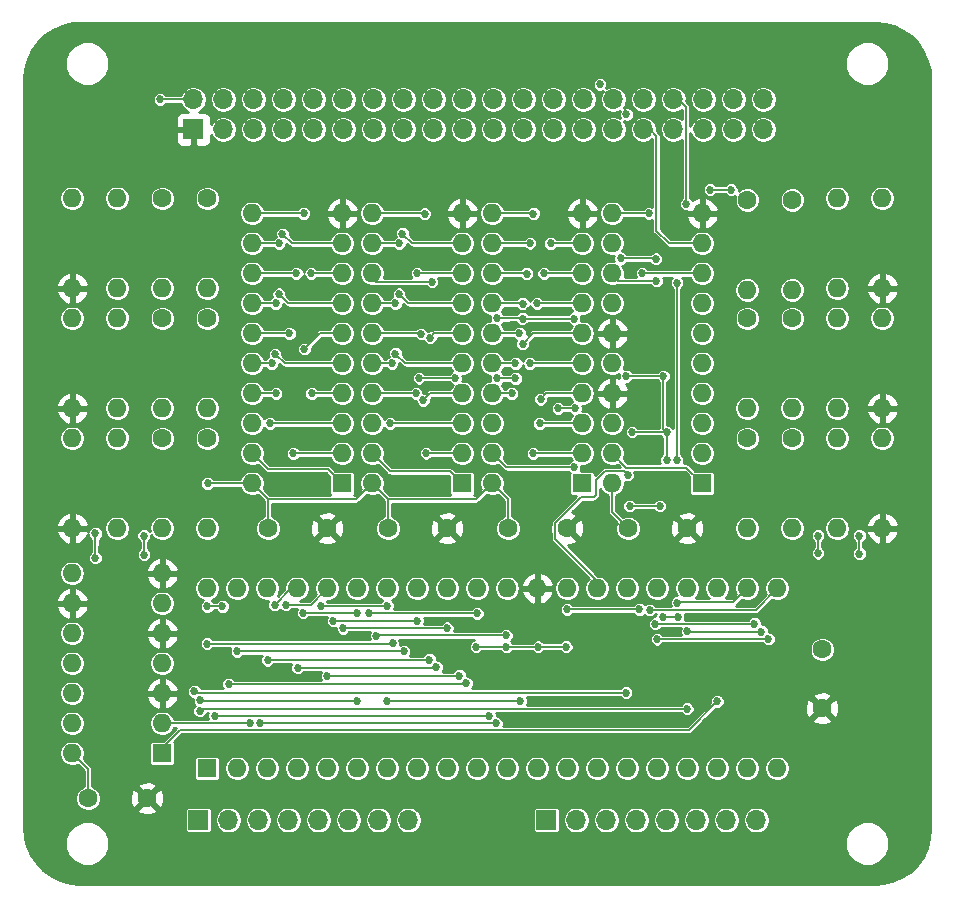
<source format=gtl>
%TF.GenerationSoftware,KiCad,Pcbnew,(5.0.0)*%
%TF.CreationDate,2018-10-23T17:25:26+02:00*%
%TF.ProjectId,S80 Processor,5338302050726F636573736F722E6B69,1.0*%
%TF.SameCoordinates,Original*%
%TF.FileFunction,Copper,L1,Top,Signal*%
%TF.FilePolarity,Positive*%
%FSLAX46Y46*%
G04 Gerber Fmt 4.6, Leading zero omitted, Abs format (unit mm)*
G04 Created by KiCad (PCBNEW (5.0.0)) date 10/23/18 17:25:26*
%MOMM*%
%LPD*%
G01*
G04 APERTURE LIST*
%ADD10R,1.600000X1.600000*%
%ADD11O,1.600000X1.600000*%
%ADD12O,1.700000X1.700000*%
%ADD13R,1.700000X1.700000*%
%ADD14C,1.600000*%
%ADD15C,0.685800*%
%ADD16C,0.152400*%
%ADD17C,0.254000*%
G04 APERTURE END LIST*
D10*
X107950000Y-68580000D03*
D11*
X100330000Y-45720000D03*
X107950000Y-66040000D03*
X100330000Y-48260000D03*
X107950000Y-63500000D03*
X100330000Y-50800000D03*
X107950000Y-60960000D03*
X100330000Y-53340000D03*
X107950000Y-58420000D03*
X100330000Y-55880000D03*
X107950000Y-55880000D03*
X100330000Y-58420000D03*
X107950000Y-53340000D03*
X100330000Y-60960000D03*
X107950000Y-50800000D03*
X100330000Y-63500000D03*
X107950000Y-48260000D03*
X100330000Y-66040000D03*
X107950000Y-45720000D03*
X100330000Y-68580000D03*
D12*
X133426200Y-36073080D03*
X133426200Y-38613080D03*
X130886200Y-36073080D03*
X130886200Y-38613080D03*
X128346200Y-36073080D03*
X128346200Y-38613080D03*
X125806200Y-36073080D03*
X125806200Y-38613080D03*
X123266200Y-36073080D03*
X123266200Y-38613080D03*
X120726200Y-36073080D03*
X120726200Y-38613080D03*
X118186200Y-36073080D03*
X118186200Y-38613080D03*
X115646200Y-36073080D03*
X115646200Y-38613080D03*
X113106200Y-36073080D03*
X113106200Y-38613080D03*
X110566200Y-36073080D03*
X110566200Y-38613080D03*
X108026200Y-36073080D03*
X108026200Y-38613080D03*
X105486200Y-36073080D03*
X105486200Y-38613080D03*
X102946200Y-36073080D03*
X102946200Y-38613080D03*
X100406200Y-36073080D03*
X100406200Y-38613080D03*
X97866200Y-36073080D03*
X97866200Y-38613080D03*
X95326200Y-36073080D03*
X95326200Y-38613080D03*
X92786200Y-36073080D03*
X92786200Y-38613080D03*
X90246200Y-36073080D03*
X90246200Y-38613080D03*
X87706200Y-36073080D03*
X87706200Y-38613080D03*
X85166200Y-36073080D03*
D13*
X85166200Y-38613080D03*
D11*
X90170000Y-68580000D03*
X97790000Y-45720000D03*
X90170000Y-66040000D03*
X97790000Y-48260000D03*
X90170000Y-63500000D03*
X97790000Y-50800000D03*
X90170000Y-60960000D03*
X97790000Y-53340000D03*
X90170000Y-58420000D03*
X97790000Y-55880000D03*
X90170000Y-55880000D03*
X97790000Y-58420000D03*
X90170000Y-53340000D03*
X97790000Y-60960000D03*
X90170000Y-50800000D03*
X97790000Y-63500000D03*
X90170000Y-48260000D03*
X97790000Y-66040000D03*
X90170000Y-45720000D03*
D10*
X97790000Y-68580000D03*
D14*
X138430000Y-87630000D03*
X138430000Y-82630000D03*
X76280000Y-95250000D03*
X81280000Y-95250000D03*
X96520000Y-72390000D03*
X91520000Y-72390000D03*
X101680000Y-72390000D03*
X106680000Y-72390000D03*
X116840000Y-72390000D03*
X111840000Y-72390000D03*
X127000000Y-72390000D03*
X122000000Y-72390000D03*
D12*
X103378000Y-97078800D03*
X100838000Y-97078800D03*
X98298000Y-97078800D03*
X95758000Y-97078800D03*
X93218000Y-97078800D03*
X90678000Y-97078800D03*
X88138000Y-97078800D03*
D13*
X85598000Y-97078800D03*
X115062000Y-97078800D03*
D12*
X117602000Y-97078800D03*
X120142000Y-97078800D03*
X122682000Y-97078800D03*
X125222000Y-97078800D03*
X127762000Y-97078800D03*
X130302000Y-97078800D03*
X132842000Y-97078800D03*
D14*
X82550000Y-64770000D03*
D11*
X82550000Y-72390000D03*
D10*
X118110000Y-68580000D03*
D11*
X110490000Y-45720000D03*
X118110000Y-66040000D03*
X110490000Y-48260000D03*
X118110000Y-63500000D03*
X110490000Y-50800000D03*
X118110000Y-60960000D03*
X110490000Y-53340000D03*
X118110000Y-58420000D03*
X110490000Y-55880000D03*
X118110000Y-55880000D03*
X110490000Y-58420000D03*
X118110000Y-53340000D03*
X110490000Y-60960000D03*
X118110000Y-50800000D03*
X110490000Y-63500000D03*
X118110000Y-48260000D03*
X110490000Y-66040000D03*
X118110000Y-45720000D03*
X110490000Y-68580000D03*
X120650000Y-68580000D03*
X128270000Y-45720000D03*
X120650000Y-66040000D03*
X128270000Y-48260000D03*
X120650000Y-63500000D03*
X128270000Y-50800000D03*
X120650000Y-60960000D03*
X128270000Y-53340000D03*
X120650000Y-58420000D03*
X128270000Y-55880000D03*
X120650000Y-55880000D03*
X128270000Y-58420000D03*
X120650000Y-53340000D03*
X128270000Y-60960000D03*
X120650000Y-50800000D03*
X128270000Y-63500000D03*
X120650000Y-48260000D03*
X128270000Y-66040000D03*
X120650000Y-45720000D03*
D10*
X128270000Y-68580000D03*
X86360000Y-92710000D03*
D11*
X134620000Y-77470000D03*
X88900000Y-92710000D03*
X132080000Y-77470000D03*
X91440000Y-92710000D03*
X129540000Y-77470000D03*
X93980000Y-92710000D03*
X127000000Y-77470000D03*
X96520000Y-92710000D03*
X124460000Y-77470000D03*
X99060000Y-92710000D03*
X121920000Y-77470000D03*
X101600000Y-92710000D03*
X119380000Y-77470000D03*
X104140000Y-92710000D03*
X116840000Y-77470000D03*
X106680000Y-92710000D03*
X114300000Y-77470000D03*
X109220000Y-92710000D03*
X111760000Y-77470000D03*
X111760000Y-92710000D03*
X109220000Y-77470000D03*
X114300000Y-92710000D03*
X106680000Y-77470000D03*
X116840000Y-92710000D03*
X104140000Y-77470000D03*
X119380000Y-92710000D03*
X101600000Y-77470000D03*
X121920000Y-92710000D03*
X99060000Y-77470000D03*
X124460000Y-92710000D03*
X96520000Y-77470000D03*
X127000000Y-92710000D03*
X93980000Y-77470000D03*
X129540000Y-92710000D03*
X91440000Y-77470000D03*
X132080000Y-92710000D03*
X88900000Y-77470000D03*
X134620000Y-92710000D03*
X86360000Y-77470000D03*
X135890000Y-72390000D03*
D14*
X135890000Y-64770000D03*
X135890000Y-54610000D03*
D11*
X135890000Y-62230000D03*
X135890000Y-52197000D03*
D14*
X135890000Y-44577000D03*
X82550000Y-44450000D03*
D11*
X82550000Y-52070000D03*
X82550000Y-62230000D03*
D14*
X82550000Y-54610000D03*
D11*
X74930000Y-91440000D03*
X82550000Y-76200000D03*
X74930000Y-88900000D03*
X82550000Y-78740000D03*
X74930000Y-86360000D03*
X82550000Y-81280000D03*
X74930000Y-83820000D03*
X82550000Y-83820000D03*
X74930000Y-81280000D03*
X82550000Y-86360000D03*
X74930000Y-78740000D03*
X82550000Y-88900000D03*
X74930000Y-76200000D03*
D10*
X82550000Y-91440000D03*
D14*
X132080000Y-64770000D03*
D11*
X132080000Y-72390000D03*
X132080000Y-62230000D03*
D14*
X132080000Y-54610000D03*
X132080000Y-44577000D03*
D11*
X132080000Y-52197000D03*
X86360000Y-52070000D03*
D14*
X86360000Y-44450000D03*
X86360000Y-54610000D03*
D11*
X86360000Y-62230000D03*
X86360000Y-72390000D03*
D14*
X86360000Y-64770000D03*
D11*
X139700000Y-72390000D03*
X139700000Y-64770000D03*
X143510000Y-72390000D03*
X143510000Y-64770000D03*
X139700000Y-54610000D03*
X139700000Y-62230000D03*
X143510000Y-62230000D03*
X143510000Y-54610000D03*
X139700000Y-52070000D03*
X139700000Y-44450000D03*
X143510000Y-44450000D03*
X143510000Y-52070000D03*
X78740000Y-44450000D03*
X78740000Y-52070000D03*
X74930000Y-44450000D03*
X74930000Y-52070000D03*
X78740000Y-62230000D03*
X78740000Y-54610000D03*
X74930000Y-62230000D03*
X74930000Y-54610000D03*
X78740000Y-64770000D03*
X78740000Y-72390000D03*
X74930000Y-64770000D03*
X74930000Y-72390000D03*
D15*
X121838720Y-37348160D03*
X124665740Y-70485000D03*
X122123200Y-70485000D03*
X125252480Y-66611500D03*
X125247400Y-64223900D03*
X121363740Y-49532540D03*
X124330460Y-49563020D03*
X117513100Y-62230000D03*
X116070380Y-62230000D03*
X86365080Y-78994000D03*
X87647780Y-78986380D03*
X86385400Y-68580000D03*
X109105700Y-82407760D03*
X111686340Y-82420460D03*
X116756180Y-82407760D03*
X114381280Y-82420460D03*
X111686340Y-82415380D03*
X114376200Y-82415380D03*
X117419120Y-54622700D03*
X113052860Y-54622700D03*
X110924340Y-59695080D03*
X107350560Y-59667140D03*
X121846340Y-59507120D03*
X124970540Y-59507120D03*
X122311160Y-64226440D03*
X141571980Y-74531220D03*
X141564360Y-73004680D03*
X138061700Y-72997060D03*
X138061700Y-74488040D03*
X113052860Y-54622700D03*
X112455960Y-59692540D03*
X110919260Y-54607460D03*
X104305100Y-59672220D03*
X124904500Y-79875380D03*
X126212600Y-79870300D03*
X80992980Y-74612500D03*
X80985360Y-72994520D03*
X76888340Y-72821800D03*
X76880720Y-74889360D03*
X82362040Y-36073080D03*
X119606060Y-34805620D03*
X130718560Y-43715940D03*
X128917700Y-43700700D03*
X113766600Y-52631340D03*
X113642140Y-54018180D03*
X113553240Y-55346600D03*
X91800000Y-58420000D03*
X92150000Y-53340000D03*
X92430000Y-48260000D03*
X92727780Y-47454820D03*
X92420440Y-52527200D03*
X92108020Y-57624980D03*
X91658440Y-63492380D03*
X101978460Y-58412380D03*
X102283260Y-53340000D03*
X102621080Y-48254920D03*
X102885240Y-47437040D03*
X102582980Y-52532280D03*
X102288340Y-57589420D03*
X101836220Y-63500000D03*
X112125760Y-60957460D03*
X112448340Y-58422540D03*
X112793780Y-55880000D03*
X113063020Y-53355240D03*
X113398300Y-50815240D03*
X113675160Y-48247300D03*
X113972340Y-45735240D03*
X116840000Y-79250540D03*
X122951240Y-79253080D03*
X126926338Y-44923494D03*
X129540000Y-87045800D03*
X126133860Y-66634360D03*
X126133860Y-51584860D03*
X86347300Y-82143600D03*
X102074980Y-82135980D03*
X104112060Y-50764440D03*
X88874600Y-82804000D03*
X103017320Y-82811620D03*
X104759760Y-45750480D03*
X91465400Y-83553300D03*
X105176320Y-83505040D03*
X105382060Y-51528980D03*
X94018100Y-84213700D03*
X105757980Y-84152740D03*
X104449880Y-55920640D03*
X96537780Y-84866480D03*
X104013000Y-60952380D03*
X107713780Y-84851240D03*
X101612700Y-87000080D03*
X112872520Y-86984840D03*
X113063020Y-56753760D03*
X113654840Y-58420000D03*
X114264440Y-53342540D03*
X114853720Y-50800000D03*
X111668560Y-81452720D03*
X100672900Y-81465420D03*
X93647260Y-66040000D03*
X95204280Y-60960000D03*
X109217460Y-79595980D03*
X100081080Y-79595980D03*
X114581940Y-61455300D03*
X106672380Y-80802480D03*
X97845880Y-80853280D03*
X94589600Y-57208420D03*
X115427760Y-48257460D03*
X104150160Y-80218280D03*
X97022920Y-80215740D03*
X95128080Y-50794920D03*
X113941860Y-66040000D03*
X101607620Y-78950820D03*
X95968820Y-78922880D03*
X94510860Y-45717460D03*
X114493040Y-63500000D03*
X93898720Y-50794920D03*
X99042220Y-79557880D03*
X94493080Y-79524860D03*
X93024960Y-78874620D03*
X93304360Y-55877460D03*
X92062300Y-78851760D03*
X92166440Y-60960000D03*
X110825280Y-88894920D03*
X104884220Y-66027300D03*
X90832940Y-88846660D03*
X108292900Y-85504020D03*
X104653080Y-61544200D03*
X88168480Y-85577680D03*
X86992460Y-88267540D03*
X105237280Y-56233060D03*
X110251240Y-88267540D03*
X124297440Y-80464660D03*
X132689600Y-80462120D03*
X133283960Y-81122520D03*
X127000000Y-81117440D03*
X124434600Y-81775300D03*
X133870700Y-81760060D03*
X126994920Y-87657940D03*
X85719920Y-87863680D03*
X99060000Y-87007700D03*
X85758020Y-86956900D03*
X121805700Y-86296500D03*
X85267800Y-86194900D03*
X123809760Y-79298800D03*
X123182380Y-50800000D03*
X126161800Y-78684120D03*
X121955560Y-67878960D03*
X123758960Y-45720000D03*
X124388880Y-51429920D03*
X117411500Y-67226180D03*
X89946480Y-88866980D03*
D16*
X122123200Y-70485000D02*
X124665740Y-70485000D01*
X125247400Y-66606420D02*
X125252480Y-66611500D01*
X125247400Y-66606420D02*
X125247400Y-64223900D01*
X121312940Y-49537620D02*
X121358660Y-49537620D01*
X121363740Y-49532540D02*
X124299980Y-49532540D01*
X124299980Y-49532540D02*
X124330460Y-49563020D01*
X91520000Y-72390000D02*
X91520000Y-69931280D01*
X91520000Y-69931280D02*
X91520000Y-69930000D01*
X91520000Y-69930000D02*
X90170000Y-68580000D01*
X101680000Y-72390000D02*
X101680000Y-69933820D01*
X101680000Y-69933820D02*
X101680000Y-69930000D01*
X101680000Y-69930000D02*
X100330000Y-68580000D01*
X111840000Y-72390000D02*
X111840000Y-69930000D01*
X111840000Y-69930000D02*
X110490000Y-68580000D01*
X76280000Y-95250000D02*
X76280000Y-92790000D01*
X76280000Y-92790000D02*
X74930000Y-91440000D01*
X86365080Y-78994000D02*
X86372700Y-78986380D01*
X86372700Y-78986380D02*
X87647780Y-78986380D01*
X90170000Y-68580000D02*
X86385400Y-68580000D01*
X114393980Y-82407760D02*
X114381280Y-82420460D01*
X116756180Y-82407760D02*
X114393980Y-82407760D01*
X111691420Y-82420460D02*
X114381280Y-82420460D01*
X109159040Y-82420460D02*
X111686340Y-82420460D01*
X116281200Y-62230000D02*
X116271040Y-62219840D01*
X117513100Y-62230000D02*
X116281200Y-62230000D01*
X117419120Y-54622700D02*
X113052860Y-54622700D01*
X125244860Y-64221360D02*
X125247400Y-64223900D01*
X122311160Y-64226440D02*
X125244860Y-64221360D01*
X122331273Y-59507120D02*
X124970540Y-59507120D01*
X121846340Y-59507120D02*
X122331273Y-59507120D01*
X113052860Y-54622700D02*
X113052860Y-54622700D01*
X112382300Y-59695080D02*
X110924340Y-59695080D01*
X112455960Y-59692540D02*
X112382300Y-59695080D01*
X113032540Y-54602380D02*
X113052860Y-54622700D01*
X110919260Y-54607460D02*
X113032540Y-54602380D01*
X104066340Y-59667140D02*
X107350560Y-59667140D01*
X104305100Y-59672220D02*
X104066340Y-59667140D01*
X138061700Y-72997060D02*
X138061700Y-74488040D01*
X141564360Y-74523600D02*
X141571980Y-74531220D01*
X141564360Y-73004680D02*
X141564360Y-74523600D01*
X126212600Y-79870300D02*
X126050040Y-79857600D01*
X126207520Y-79875380D02*
X126212600Y-79870300D01*
X124904500Y-79875380D02*
X126207520Y-79875380D01*
X80995520Y-74376280D02*
X80992980Y-74612500D01*
X80985360Y-72994520D02*
X80995520Y-74376280D01*
X76880720Y-74371200D02*
X76888340Y-72821800D01*
X76880720Y-74889360D02*
X76880720Y-74371200D01*
X124970540Y-63947040D02*
X125247400Y-64223900D01*
X124970540Y-59507120D02*
X124970540Y-63947040D01*
X120650000Y-68580000D02*
X120650000Y-71040000D01*
X120650000Y-71040000D02*
X122000000Y-72390000D01*
X91520000Y-69931280D02*
X98978720Y-69931280D01*
X98978720Y-69931280D02*
X100330000Y-68580000D01*
X101680000Y-69933820D02*
X109136180Y-69933820D01*
X109136180Y-69933820D02*
X110490000Y-68580000D01*
X85166200Y-36073080D02*
X82362040Y-36073080D01*
X130703320Y-43700700D02*
X130718560Y-43715940D01*
X128917700Y-43700700D02*
X130703320Y-43700700D01*
X91800000Y-58420000D02*
X90170000Y-58420000D01*
X92150000Y-53340000D02*
X90170000Y-53340000D01*
X90170000Y-48260000D02*
X92430000Y-48260000D01*
X97790000Y-48260000D02*
X93532960Y-48260000D01*
X92727780Y-47454820D02*
X93532960Y-48260000D01*
X93233240Y-53340000D02*
X97790000Y-53340000D01*
X92420440Y-52527200D02*
X93233240Y-53340000D01*
X92108020Y-57624980D02*
X92903040Y-58420000D01*
X92903040Y-58420000D02*
X97790000Y-58420000D01*
X97790000Y-63500000D02*
X91666060Y-63500000D01*
X91658440Y-63492380D02*
X91666060Y-63500000D01*
X101970840Y-58420000D02*
X100330000Y-58420000D01*
X100330000Y-53340000D02*
X102283260Y-53340000D01*
X100330000Y-48260000D02*
X102616000Y-48260000D01*
X102621080Y-48254920D02*
X102616000Y-48260000D01*
X107950000Y-48260000D02*
X103708200Y-48260000D01*
X102885240Y-47437040D02*
X103708200Y-48260000D01*
X103390700Y-53340000D02*
X107950000Y-53340000D01*
X102582980Y-52532280D02*
X103390700Y-53340000D01*
X107950000Y-58420000D02*
X103118920Y-58420000D01*
X102288340Y-57589420D02*
X103118920Y-58420000D01*
X107950000Y-63500000D02*
X101836220Y-63500000D01*
X112123220Y-60960000D02*
X110490000Y-60960000D01*
X112125760Y-60957460D02*
X112123220Y-60960000D01*
X112445800Y-58420000D02*
X110490000Y-58420000D01*
X110490000Y-55880000D02*
X112793780Y-55880000D01*
X110490000Y-53340000D02*
X113047780Y-53340000D01*
X113063020Y-53355240D02*
X113047780Y-53340000D01*
X113383060Y-50800000D02*
X110490000Y-50800000D01*
X113662460Y-48260000D02*
X110490000Y-48260000D01*
X113957100Y-45720000D02*
X110490000Y-45720000D01*
X128270000Y-48260000D02*
X125463300Y-48260000D01*
X123804680Y-38613080D02*
X123266200Y-38613080D01*
X124383800Y-39192200D02*
X123804680Y-38613080D01*
X124383800Y-47180500D02*
X124383800Y-39192200D01*
X125463300Y-48260000D02*
X124383800Y-47180500D01*
X122948700Y-79250540D02*
X116840000Y-79250540D01*
X122951240Y-79253080D02*
X122948700Y-79250540D01*
X125806200Y-36073080D02*
X126258320Y-36073080D01*
X126893320Y-36708080D02*
X126258320Y-36073080D01*
X126893320Y-44890476D02*
X126893320Y-36708080D01*
X126926338Y-44923494D02*
X126893320Y-44890476D01*
X82550000Y-91440000D02*
X82550000Y-90959940D01*
X82550000Y-90959940D02*
X84038440Y-89471500D01*
X84038440Y-89471500D02*
X127114300Y-89471500D01*
X127114300Y-89471500D02*
X129540000Y-87045800D01*
X126133860Y-66634360D02*
X126136400Y-66631820D01*
X126133860Y-66634360D02*
X126133860Y-51584860D01*
X107950000Y-50800000D02*
X104147620Y-50800000D01*
X102067360Y-82143600D02*
X86347300Y-82143600D01*
X104147620Y-50800000D02*
X104112060Y-50764440D01*
X100330000Y-45720000D02*
X104729280Y-45720000D01*
X103009700Y-82804000D02*
X88874600Y-82804000D01*
X104729280Y-45720000D02*
X104759760Y-45750480D01*
X100330000Y-50800000D02*
X100330000Y-51214020D01*
X105128060Y-83553300D02*
X91465400Y-83553300D01*
X100644960Y-51528980D02*
X105382060Y-51528980D01*
X100330000Y-51214020D02*
X100644960Y-51528980D01*
X100330000Y-55880000D02*
X104409240Y-55880000D01*
X105697020Y-84213700D02*
X94018100Y-84213700D01*
X100330000Y-60960000D02*
X104005380Y-60960000D01*
X107698540Y-84866480D02*
X96537780Y-84866480D01*
X107713780Y-84851240D02*
X107698540Y-84866480D01*
X118110000Y-55880000D02*
X113936780Y-55880000D01*
X112857280Y-87000080D02*
X101612700Y-87000080D01*
X112872520Y-86984840D02*
X112857280Y-87000080D01*
X113936780Y-55880000D02*
X113063020Y-56753760D01*
X118110000Y-58420000D02*
X113654840Y-58420000D01*
X118110000Y-53340000D02*
X114266980Y-53340000D01*
X114266980Y-53340000D02*
X114264440Y-53342540D01*
X118110000Y-50800000D02*
X114853720Y-50800000D01*
X97790000Y-66040000D02*
X93647260Y-66040000D01*
X100685600Y-81452720D02*
X111668560Y-81452720D01*
X100081080Y-79595980D02*
X109217460Y-79595980D01*
X95204280Y-60960000D02*
X97790000Y-60960000D01*
X115077240Y-60960000D02*
X118110000Y-60960000D01*
X114581940Y-61455300D02*
X115077240Y-60960000D01*
X97790000Y-55880000D02*
X95918020Y-55880000D01*
X97896680Y-80802480D02*
X106672380Y-80802480D01*
X97845880Y-80853280D02*
X97896680Y-80802480D01*
X94589600Y-57208420D02*
X95918020Y-55880000D01*
X118110000Y-48260000D02*
X115430300Y-48260000D01*
X115430300Y-48260000D02*
X115427760Y-48257460D01*
X97025460Y-80218280D02*
X104150160Y-80218280D01*
X95133160Y-50800000D02*
X97790000Y-50800000D01*
X95128080Y-50794920D02*
X95133160Y-50800000D01*
X113941860Y-66040000D02*
X118110000Y-66040000D01*
X95996760Y-78950820D02*
X101607620Y-78950820D01*
X94508320Y-45720000D02*
X90170000Y-45720000D01*
X118110000Y-63500000D02*
X114493040Y-63500000D01*
X90170000Y-50800000D02*
X93893640Y-50800000D01*
X94526100Y-79557880D02*
X99042220Y-79557880D01*
X96520000Y-77470000D02*
X95117920Y-78872080D01*
X93027500Y-78872080D02*
X95117920Y-78872080D01*
X93301820Y-55880000D02*
X90170000Y-55880000D01*
X93304360Y-55877460D02*
X93301820Y-55880000D01*
X93980000Y-77470000D02*
X93444060Y-77470000D01*
X92062300Y-78851760D02*
X93444060Y-77470000D01*
X92166440Y-60960000D02*
X90170000Y-60960000D01*
X107950000Y-66040000D02*
X104896920Y-66040000D01*
X90832940Y-88846660D02*
X110787180Y-88856820D01*
X104896920Y-66040000D02*
X104884220Y-66027300D01*
X107950000Y-60960000D02*
X105237280Y-60960000D01*
X108219240Y-85577680D02*
X88168480Y-85577680D01*
X108292900Y-85504020D02*
X108219240Y-85577680D01*
X105237280Y-60960000D02*
X104653080Y-61544200D01*
X107950000Y-55880000D02*
X105590340Y-55880000D01*
X110251240Y-88267540D02*
X86992460Y-88267540D01*
X105237280Y-56233060D02*
X105590340Y-55880000D01*
X124297440Y-80464660D02*
X132687060Y-80464660D01*
X127005080Y-81122520D02*
X133283960Y-81122520D01*
X133855460Y-81775300D02*
X124434600Y-81775300D01*
X85925660Y-87657940D02*
X126994920Y-87657940D01*
X85719920Y-87863680D02*
X85925660Y-87657940D01*
X85808820Y-87007700D02*
X99060000Y-87007700D01*
X85758020Y-86956900D02*
X85808820Y-87007700D01*
X85369400Y-86296500D02*
X121805700Y-86296500D01*
X85267800Y-86194900D02*
X85369400Y-86296500D01*
X123809760Y-79298800D02*
X123812300Y-79296260D01*
X123809760Y-79298800D02*
X132791200Y-79298800D01*
X132791200Y-79298800D02*
X134620000Y-77470000D01*
X128270000Y-50800000D02*
X123182380Y-50800000D01*
X130914140Y-78635860D02*
X132080000Y-77470000D01*
X126210060Y-78635860D02*
X130914140Y-78635860D01*
X126161800Y-78684120D02*
X126210060Y-78635860D01*
X120650000Y-45720000D02*
X123758960Y-45720000D01*
X121625360Y-67548760D02*
X121955560Y-67878960D01*
X120015000Y-67548760D02*
X121625360Y-67548760D01*
X119288560Y-68275200D02*
X120015000Y-67548760D01*
X119288560Y-69547740D02*
X119288560Y-68275200D01*
X119075200Y-69761100D02*
X119288560Y-69547740D01*
X117995700Y-69761100D02*
X119075200Y-69761100D01*
X115806220Y-71950580D02*
X117995700Y-69761100D01*
X115806220Y-73261220D02*
X115806220Y-71950580D01*
X119380000Y-76835000D02*
X115806220Y-73261220D01*
X119380000Y-76835000D02*
X119380000Y-77470000D01*
X120650000Y-50800000D02*
X120650000Y-50952400D01*
X120650000Y-50952400D02*
X121127520Y-51429920D01*
X121127520Y-51429920D02*
X124388880Y-51429920D01*
X91485720Y-67355720D02*
X90170000Y-66040000D01*
X96550480Y-67355720D02*
X91485720Y-67355720D01*
X97774760Y-68580000D02*
X96550480Y-67355720D01*
X106944160Y-67574160D02*
X107950000Y-68580000D01*
X101854000Y-67574160D02*
X106944160Y-67574160D01*
X100330000Y-66050160D02*
X101854000Y-67574160D01*
X126926340Y-67236340D02*
X128270000Y-68580000D01*
X121841260Y-67236340D02*
X126926340Y-67236340D01*
X120650000Y-66045080D02*
X121841260Y-67236340D01*
X110490000Y-66040000D02*
X111676180Y-67226180D01*
X117411500Y-67226180D02*
X111676180Y-67226180D01*
X89913460Y-88900000D02*
X82550000Y-88900000D01*
D17*
G36*
X143707138Y-29665174D02*
X144512971Y-29885625D01*
X145267032Y-30245295D01*
X145945486Y-30732812D01*
X146526877Y-31332762D01*
X146992847Y-32026197D01*
X147328651Y-32791180D01*
X147524382Y-33606460D01*
X147575601Y-34303924D01*
X147575600Y-97773103D01*
X147499826Y-98622138D01*
X147279376Y-99427970D01*
X146919705Y-100182032D01*
X146432188Y-100860486D01*
X145832235Y-101441880D01*
X145138801Y-101907848D01*
X144373820Y-102243651D01*
X143558540Y-102439382D01*
X142861089Y-102490600D01*
X75581897Y-102490600D01*
X74732862Y-102414826D01*
X73927030Y-102194376D01*
X73172968Y-101834705D01*
X72494514Y-101347188D01*
X71913120Y-100747235D01*
X71447152Y-100053801D01*
X71111349Y-99288820D01*
X70966665Y-98686164D01*
X74320600Y-98686164D01*
X74320600Y-99433836D01*
X74606721Y-100124595D01*
X75135405Y-100653279D01*
X75826164Y-100939400D01*
X76573836Y-100939400D01*
X77264595Y-100653279D01*
X77793279Y-100124595D01*
X78079400Y-99433836D01*
X78079400Y-98686164D01*
X140360600Y-98686164D01*
X140360600Y-99433836D01*
X140646721Y-100124595D01*
X141175405Y-100653279D01*
X141866164Y-100939400D01*
X142613836Y-100939400D01*
X143304595Y-100653279D01*
X143833279Y-100124595D01*
X144119400Y-99433836D01*
X144119400Y-98686164D01*
X143833279Y-97995405D01*
X143304595Y-97466721D01*
X142613836Y-97180600D01*
X141866164Y-97180600D01*
X141175405Y-97466721D01*
X140646721Y-97995405D01*
X140360600Y-98686164D01*
X78079400Y-98686164D01*
X77793279Y-97995405D01*
X77264595Y-97466721D01*
X76573836Y-97180600D01*
X75826164Y-97180600D01*
X75135405Y-97466721D01*
X74606721Y-97995405D01*
X74320600Y-98686164D01*
X70966665Y-98686164D01*
X70915618Y-98473540D01*
X70864400Y-97776089D01*
X70864400Y-91440000D01*
X73829454Y-91440000D01*
X73913228Y-91861161D01*
X74151796Y-92218204D01*
X74508839Y-92456772D01*
X74823692Y-92519400D01*
X75036308Y-92519400D01*
X75351161Y-92456772D01*
X75406741Y-92419635D01*
X75924401Y-92937295D01*
X75924400Y-94228960D01*
X75668569Y-94334929D01*
X75364929Y-94638569D01*
X75200600Y-95035294D01*
X75200600Y-95464706D01*
X75364929Y-95861431D01*
X75668569Y-96165071D01*
X76065294Y-96329400D01*
X76494706Y-96329400D01*
X76667696Y-96257745D01*
X80451861Y-96257745D01*
X80525995Y-96503864D01*
X81063223Y-96696965D01*
X81633454Y-96669778D01*
X82034005Y-96503864D01*
X82108139Y-96257745D01*
X82079195Y-96228800D01*
X84463127Y-96228800D01*
X84463127Y-97928800D01*
X84484812Y-98037816D01*
X84546564Y-98130236D01*
X84638984Y-98191988D01*
X84748000Y-98213673D01*
X86448000Y-98213673D01*
X86557016Y-98191988D01*
X86649436Y-98130236D01*
X86711188Y-98037816D01*
X86732873Y-97928800D01*
X86732873Y-97078800D01*
X86986474Y-97078800D01*
X87074129Y-97519470D01*
X87323748Y-97893052D01*
X87697330Y-98142671D01*
X88026765Y-98208200D01*
X88249235Y-98208200D01*
X88578670Y-98142671D01*
X88952252Y-97893052D01*
X89201871Y-97519470D01*
X89289526Y-97078800D01*
X89526474Y-97078800D01*
X89614129Y-97519470D01*
X89863748Y-97893052D01*
X90237330Y-98142671D01*
X90566765Y-98208200D01*
X90789235Y-98208200D01*
X91118670Y-98142671D01*
X91492252Y-97893052D01*
X91741871Y-97519470D01*
X91829526Y-97078800D01*
X92066474Y-97078800D01*
X92154129Y-97519470D01*
X92403748Y-97893052D01*
X92777330Y-98142671D01*
X93106765Y-98208200D01*
X93329235Y-98208200D01*
X93658670Y-98142671D01*
X94032252Y-97893052D01*
X94281871Y-97519470D01*
X94369526Y-97078800D01*
X94606474Y-97078800D01*
X94694129Y-97519470D01*
X94943748Y-97893052D01*
X95317330Y-98142671D01*
X95646765Y-98208200D01*
X95869235Y-98208200D01*
X96198670Y-98142671D01*
X96572252Y-97893052D01*
X96821871Y-97519470D01*
X96909526Y-97078800D01*
X97146474Y-97078800D01*
X97234129Y-97519470D01*
X97483748Y-97893052D01*
X97857330Y-98142671D01*
X98186765Y-98208200D01*
X98409235Y-98208200D01*
X98738670Y-98142671D01*
X99112252Y-97893052D01*
X99361871Y-97519470D01*
X99449526Y-97078800D01*
X99686474Y-97078800D01*
X99774129Y-97519470D01*
X100023748Y-97893052D01*
X100397330Y-98142671D01*
X100726765Y-98208200D01*
X100949235Y-98208200D01*
X101278670Y-98142671D01*
X101652252Y-97893052D01*
X101901871Y-97519470D01*
X101989526Y-97078800D01*
X102226474Y-97078800D01*
X102314129Y-97519470D01*
X102563748Y-97893052D01*
X102937330Y-98142671D01*
X103266765Y-98208200D01*
X103489235Y-98208200D01*
X103818670Y-98142671D01*
X104192252Y-97893052D01*
X104441871Y-97519470D01*
X104529526Y-97078800D01*
X104441871Y-96638130D01*
X104192252Y-96264548D01*
X104138752Y-96228800D01*
X113927127Y-96228800D01*
X113927127Y-97928800D01*
X113948812Y-98037816D01*
X114010564Y-98130236D01*
X114102984Y-98191988D01*
X114212000Y-98213673D01*
X115912000Y-98213673D01*
X116021016Y-98191988D01*
X116113436Y-98130236D01*
X116175188Y-98037816D01*
X116196873Y-97928800D01*
X116196873Y-97078800D01*
X116450474Y-97078800D01*
X116538129Y-97519470D01*
X116787748Y-97893052D01*
X117161330Y-98142671D01*
X117490765Y-98208200D01*
X117713235Y-98208200D01*
X118042670Y-98142671D01*
X118416252Y-97893052D01*
X118665871Y-97519470D01*
X118753526Y-97078800D01*
X118990474Y-97078800D01*
X119078129Y-97519470D01*
X119327748Y-97893052D01*
X119701330Y-98142671D01*
X120030765Y-98208200D01*
X120253235Y-98208200D01*
X120582670Y-98142671D01*
X120956252Y-97893052D01*
X121205871Y-97519470D01*
X121293526Y-97078800D01*
X121530474Y-97078800D01*
X121618129Y-97519470D01*
X121867748Y-97893052D01*
X122241330Y-98142671D01*
X122570765Y-98208200D01*
X122793235Y-98208200D01*
X123122670Y-98142671D01*
X123496252Y-97893052D01*
X123745871Y-97519470D01*
X123833526Y-97078800D01*
X124070474Y-97078800D01*
X124158129Y-97519470D01*
X124407748Y-97893052D01*
X124781330Y-98142671D01*
X125110765Y-98208200D01*
X125333235Y-98208200D01*
X125662670Y-98142671D01*
X126036252Y-97893052D01*
X126285871Y-97519470D01*
X126373526Y-97078800D01*
X126610474Y-97078800D01*
X126698129Y-97519470D01*
X126947748Y-97893052D01*
X127321330Y-98142671D01*
X127650765Y-98208200D01*
X127873235Y-98208200D01*
X128202670Y-98142671D01*
X128576252Y-97893052D01*
X128825871Y-97519470D01*
X128913526Y-97078800D01*
X129150474Y-97078800D01*
X129238129Y-97519470D01*
X129487748Y-97893052D01*
X129861330Y-98142671D01*
X130190765Y-98208200D01*
X130413235Y-98208200D01*
X130742670Y-98142671D01*
X131116252Y-97893052D01*
X131365871Y-97519470D01*
X131453526Y-97078800D01*
X131690474Y-97078800D01*
X131778129Y-97519470D01*
X132027748Y-97893052D01*
X132401330Y-98142671D01*
X132730765Y-98208200D01*
X132953235Y-98208200D01*
X133282670Y-98142671D01*
X133656252Y-97893052D01*
X133905871Y-97519470D01*
X133993526Y-97078800D01*
X133905871Y-96638130D01*
X133656252Y-96264548D01*
X133282670Y-96014929D01*
X132953235Y-95949400D01*
X132730765Y-95949400D01*
X132401330Y-96014929D01*
X132027748Y-96264548D01*
X131778129Y-96638130D01*
X131690474Y-97078800D01*
X131453526Y-97078800D01*
X131365871Y-96638130D01*
X131116252Y-96264548D01*
X130742670Y-96014929D01*
X130413235Y-95949400D01*
X130190765Y-95949400D01*
X129861330Y-96014929D01*
X129487748Y-96264548D01*
X129238129Y-96638130D01*
X129150474Y-97078800D01*
X128913526Y-97078800D01*
X128825871Y-96638130D01*
X128576252Y-96264548D01*
X128202670Y-96014929D01*
X127873235Y-95949400D01*
X127650765Y-95949400D01*
X127321330Y-96014929D01*
X126947748Y-96264548D01*
X126698129Y-96638130D01*
X126610474Y-97078800D01*
X126373526Y-97078800D01*
X126285871Y-96638130D01*
X126036252Y-96264548D01*
X125662670Y-96014929D01*
X125333235Y-95949400D01*
X125110765Y-95949400D01*
X124781330Y-96014929D01*
X124407748Y-96264548D01*
X124158129Y-96638130D01*
X124070474Y-97078800D01*
X123833526Y-97078800D01*
X123745871Y-96638130D01*
X123496252Y-96264548D01*
X123122670Y-96014929D01*
X122793235Y-95949400D01*
X122570765Y-95949400D01*
X122241330Y-96014929D01*
X121867748Y-96264548D01*
X121618129Y-96638130D01*
X121530474Y-97078800D01*
X121293526Y-97078800D01*
X121205871Y-96638130D01*
X120956252Y-96264548D01*
X120582670Y-96014929D01*
X120253235Y-95949400D01*
X120030765Y-95949400D01*
X119701330Y-96014929D01*
X119327748Y-96264548D01*
X119078129Y-96638130D01*
X118990474Y-97078800D01*
X118753526Y-97078800D01*
X118665871Y-96638130D01*
X118416252Y-96264548D01*
X118042670Y-96014929D01*
X117713235Y-95949400D01*
X117490765Y-95949400D01*
X117161330Y-96014929D01*
X116787748Y-96264548D01*
X116538129Y-96638130D01*
X116450474Y-97078800D01*
X116196873Y-97078800D01*
X116196873Y-96228800D01*
X116175188Y-96119784D01*
X116113436Y-96027364D01*
X116021016Y-95965612D01*
X115912000Y-95943927D01*
X114212000Y-95943927D01*
X114102984Y-95965612D01*
X114010564Y-96027364D01*
X113948812Y-96119784D01*
X113927127Y-96228800D01*
X104138752Y-96228800D01*
X103818670Y-96014929D01*
X103489235Y-95949400D01*
X103266765Y-95949400D01*
X102937330Y-96014929D01*
X102563748Y-96264548D01*
X102314129Y-96638130D01*
X102226474Y-97078800D01*
X101989526Y-97078800D01*
X101901871Y-96638130D01*
X101652252Y-96264548D01*
X101278670Y-96014929D01*
X100949235Y-95949400D01*
X100726765Y-95949400D01*
X100397330Y-96014929D01*
X100023748Y-96264548D01*
X99774129Y-96638130D01*
X99686474Y-97078800D01*
X99449526Y-97078800D01*
X99361871Y-96638130D01*
X99112252Y-96264548D01*
X98738670Y-96014929D01*
X98409235Y-95949400D01*
X98186765Y-95949400D01*
X97857330Y-96014929D01*
X97483748Y-96264548D01*
X97234129Y-96638130D01*
X97146474Y-97078800D01*
X96909526Y-97078800D01*
X96821871Y-96638130D01*
X96572252Y-96264548D01*
X96198670Y-96014929D01*
X95869235Y-95949400D01*
X95646765Y-95949400D01*
X95317330Y-96014929D01*
X94943748Y-96264548D01*
X94694129Y-96638130D01*
X94606474Y-97078800D01*
X94369526Y-97078800D01*
X94281871Y-96638130D01*
X94032252Y-96264548D01*
X93658670Y-96014929D01*
X93329235Y-95949400D01*
X93106765Y-95949400D01*
X92777330Y-96014929D01*
X92403748Y-96264548D01*
X92154129Y-96638130D01*
X92066474Y-97078800D01*
X91829526Y-97078800D01*
X91741871Y-96638130D01*
X91492252Y-96264548D01*
X91118670Y-96014929D01*
X90789235Y-95949400D01*
X90566765Y-95949400D01*
X90237330Y-96014929D01*
X89863748Y-96264548D01*
X89614129Y-96638130D01*
X89526474Y-97078800D01*
X89289526Y-97078800D01*
X89201871Y-96638130D01*
X88952252Y-96264548D01*
X88578670Y-96014929D01*
X88249235Y-95949400D01*
X88026765Y-95949400D01*
X87697330Y-96014929D01*
X87323748Y-96264548D01*
X87074129Y-96638130D01*
X86986474Y-97078800D01*
X86732873Y-97078800D01*
X86732873Y-96228800D01*
X86711188Y-96119784D01*
X86649436Y-96027364D01*
X86557016Y-95965612D01*
X86448000Y-95943927D01*
X84748000Y-95943927D01*
X84638984Y-95965612D01*
X84546564Y-96027364D01*
X84484812Y-96119784D01*
X84463127Y-96228800D01*
X82079195Y-96228800D01*
X81280000Y-95429605D01*
X80451861Y-96257745D01*
X76667696Y-96257745D01*
X76891431Y-96165071D01*
X77195071Y-95861431D01*
X77359400Y-95464706D01*
X77359400Y-95035294D01*
X77358543Y-95033223D01*
X79833035Y-95033223D01*
X79860222Y-95603454D01*
X80026136Y-96004005D01*
X80272255Y-96078139D01*
X81100395Y-95250000D01*
X81459605Y-95250000D01*
X82287745Y-96078139D01*
X82533864Y-96004005D01*
X82726965Y-95466777D01*
X82699778Y-94896546D01*
X82533864Y-94495995D01*
X82287745Y-94421861D01*
X81459605Y-95250000D01*
X81100395Y-95250000D01*
X80272255Y-94421861D01*
X80026136Y-94495995D01*
X79833035Y-95033223D01*
X77358543Y-95033223D01*
X77195071Y-94638569D01*
X76891431Y-94334929D01*
X76667697Y-94242255D01*
X80451861Y-94242255D01*
X81280000Y-95070395D01*
X82108139Y-94242255D01*
X82034005Y-93996136D01*
X81496777Y-93803035D01*
X80926546Y-93830222D01*
X80525995Y-93996136D01*
X80451861Y-94242255D01*
X76667697Y-94242255D01*
X76635600Y-94228960D01*
X76635600Y-92825014D01*
X76642565Y-92789999D01*
X76635600Y-92754984D01*
X76635600Y-92754980D01*
X76614967Y-92651252D01*
X76536373Y-92533627D01*
X76506683Y-92513789D01*
X75909635Y-91916741D01*
X75946772Y-91861161D01*
X76030546Y-91440000D01*
X75946772Y-91018839D01*
X75708204Y-90661796D01*
X75351161Y-90423228D01*
X75036308Y-90360600D01*
X74823692Y-90360600D01*
X74508839Y-90423228D01*
X74151796Y-90661796D01*
X73913228Y-91018839D01*
X73829454Y-91440000D01*
X70864400Y-91440000D01*
X70864400Y-88900000D01*
X73829454Y-88900000D01*
X73913228Y-89321161D01*
X74151796Y-89678204D01*
X74508839Y-89916772D01*
X74823692Y-89979400D01*
X75036308Y-89979400D01*
X75351161Y-89916772D01*
X75708204Y-89678204D01*
X75946772Y-89321161D01*
X76030546Y-88900000D01*
X81449454Y-88900000D01*
X81533228Y-89321161D01*
X81771796Y-89678204D01*
X82128839Y-89916772D01*
X82443692Y-89979400D01*
X82656308Y-89979400D01*
X82971161Y-89916772D01*
X83328204Y-89678204D01*
X83566772Y-89321161D01*
X83579813Y-89255600D01*
X83751445Y-89255600D01*
X82651919Y-90355127D01*
X81750000Y-90355127D01*
X81640984Y-90376812D01*
X81548564Y-90438564D01*
X81486812Y-90530984D01*
X81465127Y-90640000D01*
X81465127Y-92240000D01*
X81486812Y-92349016D01*
X81548564Y-92441436D01*
X81640984Y-92503188D01*
X81750000Y-92524873D01*
X83350000Y-92524873D01*
X83459016Y-92503188D01*
X83551436Y-92441436D01*
X83613188Y-92349016D01*
X83634873Y-92240000D01*
X83634873Y-91910000D01*
X85275127Y-91910000D01*
X85275127Y-93510000D01*
X85296812Y-93619016D01*
X85358564Y-93711436D01*
X85450984Y-93773188D01*
X85560000Y-93794873D01*
X87160000Y-93794873D01*
X87269016Y-93773188D01*
X87361436Y-93711436D01*
X87423188Y-93619016D01*
X87444873Y-93510000D01*
X87444873Y-92710000D01*
X87799454Y-92710000D01*
X87883228Y-93131161D01*
X88121796Y-93488204D01*
X88478839Y-93726772D01*
X88793692Y-93789400D01*
X89006308Y-93789400D01*
X89321161Y-93726772D01*
X89678204Y-93488204D01*
X89916772Y-93131161D01*
X90000546Y-92710000D01*
X90339454Y-92710000D01*
X90423228Y-93131161D01*
X90661796Y-93488204D01*
X91018839Y-93726772D01*
X91333692Y-93789400D01*
X91546308Y-93789400D01*
X91861161Y-93726772D01*
X92218204Y-93488204D01*
X92456772Y-93131161D01*
X92540546Y-92710000D01*
X92879454Y-92710000D01*
X92963228Y-93131161D01*
X93201796Y-93488204D01*
X93558839Y-93726772D01*
X93873692Y-93789400D01*
X94086308Y-93789400D01*
X94401161Y-93726772D01*
X94758204Y-93488204D01*
X94996772Y-93131161D01*
X95080546Y-92710000D01*
X95419454Y-92710000D01*
X95503228Y-93131161D01*
X95741796Y-93488204D01*
X96098839Y-93726772D01*
X96413692Y-93789400D01*
X96626308Y-93789400D01*
X96941161Y-93726772D01*
X97298204Y-93488204D01*
X97536772Y-93131161D01*
X97620546Y-92710000D01*
X97959454Y-92710000D01*
X98043228Y-93131161D01*
X98281796Y-93488204D01*
X98638839Y-93726772D01*
X98953692Y-93789400D01*
X99166308Y-93789400D01*
X99481161Y-93726772D01*
X99838204Y-93488204D01*
X100076772Y-93131161D01*
X100160546Y-92710000D01*
X100499454Y-92710000D01*
X100583228Y-93131161D01*
X100821796Y-93488204D01*
X101178839Y-93726772D01*
X101493692Y-93789400D01*
X101706308Y-93789400D01*
X102021161Y-93726772D01*
X102378204Y-93488204D01*
X102616772Y-93131161D01*
X102700546Y-92710000D01*
X103039454Y-92710000D01*
X103123228Y-93131161D01*
X103361796Y-93488204D01*
X103718839Y-93726772D01*
X104033692Y-93789400D01*
X104246308Y-93789400D01*
X104561161Y-93726772D01*
X104918204Y-93488204D01*
X105156772Y-93131161D01*
X105240546Y-92710000D01*
X105579454Y-92710000D01*
X105663228Y-93131161D01*
X105901796Y-93488204D01*
X106258839Y-93726772D01*
X106573692Y-93789400D01*
X106786308Y-93789400D01*
X107101161Y-93726772D01*
X107458204Y-93488204D01*
X107696772Y-93131161D01*
X107780546Y-92710000D01*
X108119454Y-92710000D01*
X108203228Y-93131161D01*
X108441796Y-93488204D01*
X108798839Y-93726772D01*
X109113692Y-93789400D01*
X109326308Y-93789400D01*
X109641161Y-93726772D01*
X109998204Y-93488204D01*
X110236772Y-93131161D01*
X110320546Y-92710000D01*
X110659454Y-92710000D01*
X110743228Y-93131161D01*
X110981796Y-93488204D01*
X111338839Y-93726772D01*
X111653692Y-93789400D01*
X111866308Y-93789400D01*
X112181161Y-93726772D01*
X112538204Y-93488204D01*
X112776772Y-93131161D01*
X112860546Y-92710000D01*
X113199454Y-92710000D01*
X113283228Y-93131161D01*
X113521796Y-93488204D01*
X113878839Y-93726772D01*
X114193692Y-93789400D01*
X114406308Y-93789400D01*
X114721161Y-93726772D01*
X115078204Y-93488204D01*
X115316772Y-93131161D01*
X115400546Y-92710000D01*
X115739454Y-92710000D01*
X115823228Y-93131161D01*
X116061796Y-93488204D01*
X116418839Y-93726772D01*
X116733692Y-93789400D01*
X116946308Y-93789400D01*
X117261161Y-93726772D01*
X117618204Y-93488204D01*
X117856772Y-93131161D01*
X117940546Y-92710000D01*
X118279454Y-92710000D01*
X118363228Y-93131161D01*
X118601796Y-93488204D01*
X118958839Y-93726772D01*
X119273692Y-93789400D01*
X119486308Y-93789400D01*
X119801161Y-93726772D01*
X120158204Y-93488204D01*
X120396772Y-93131161D01*
X120480546Y-92710000D01*
X120819454Y-92710000D01*
X120903228Y-93131161D01*
X121141796Y-93488204D01*
X121498839Y-93726772D01*
X121813692Y-93789400D01*
X122026308Y-93789400D01*
X122341161Y-93726772D01*
X122698204Y-93488204D01*
X122936772Y-93131161D01*
X123020546Y-92710000D01*
X123359454Y-92710000D01*
X123443228Y-93131161D01*
X123681796Y-93488204D01*
X124038839Y-93726772D01*
X124353692Y-93789400D01*
X124566308Y-93789400D01*
X124881161Y-93726772D01*
X125238204Y-93488204D01*
X125476772Y-93131161D01*
X125560546Y-92710000D01*
X125899454Y-92710000D01*
X125983228Y-93131161D01*
X126221796Y-93488204D01*
X126578839Y-93726772D01*
X126893692Y-93789400D01*
X127106308Y-93789400D01*
X127421161Y-93726772D01*
X127778204Y-93488204D01*
X128016772Y-93131161D01*
X128100546Y-92710000D01*
X128439454Y-92710000D01*
X128523228Y-93131161D01*
X128761796Y-93488204D01*
X129118839Y-93726772D01*
X129433692Y-93789400D01*
X129646308Y-93789400D01*
X129961161Y-93726772D01*
X130318204Y-93488204D01*
X130556772Y-93131161D01*
X130640546Y-92710000D01*
X130979454Y-92710000D01*
X131063228Y-93131161D01*
X131301796Y-93488204D01*
X131658839Y-93726772D01*
X131973692Y-93789400D01*
X132186308Y-93789400D01*
X132501161Y-93726772D01*
X132858204Y-93488204D01*
X133096772Y-93131161D01*
X133180546Y-92710000D01*
X133519454Y-92710000D01*
X133603228Y-93131161D01*
X133841796Y-93488204D01*
X134198839Y-93726772D01*
X134513692Y-93789400D01*
X134726308Y-93789400D01*
X135041161Y-93726772D01*
X135398204Y-93488204D01*
X135636772Y-93131161D01*
X135720546Y-92710000D01*
X135636772Y-92288839D01*
X135398204Y-91931796D01*
X135041161Y-91693228D01*
X134726308Y-91630600D01*
X134513692Y-91630600D01*
X134198839Y-91693228D01*
X133841796Y-91931796D01*
X133603228Y-92288839D01*
X133519454Y-92710000D01*
X133180546Y-92710000D01*
X133096772Y-92288839D01*
X132858204Y-91931796D01*
X132501161Y-91693228D01*
X132186308Y-91630600D01*
X131973692Y-91630600D01*
X131658839Y-91693228D01*
X131301796Y-91931796D01*
X131063228Y-92288839D01*
X130979454Y-92710000D01*
X130640546Y-92710000D01*
X130556772Y-92288839D01*
X130318204Y-91931796D01*
X129961161Y-91693228D01*
X129646308Y-91630600D01*
X129433692Y-91630600D01*
X129118839Y-91693228D01*
X128761796Y-91931796D01*
X128523228Y-92288839D01*
X128439454Y-92710000D01*
X128100546Y-92710000D01*
X128016772Y-92288839D01*
X127778204Y-91931796D01*
X127421161Y-91693228D01*
X127106308Y-91630600D01*
X126893692Y-91630600D01*
X126578839Y-91693228D01*
X126221796Y-91931796D01*
X125983228Y-92288839D01*
X125899454Y-92710000D01*
X125560546Y-92710000D01*
X125476772Y-92288839D01*
X125238204Y-91931796D01*
X124881161Y-91693228D01*
X124566308Y-91630600D01*
X124353692Y-91630600D01*
X124038839Y-91693228D01*
X123681796Y-91931796D01*
X123443228Y-92288839D01*
X123359454Y-92710000D01*
X123020546Y-92710000D01*
X122936772Y-92288839D01*
X122698204Y-91931796D01*
X122341161Y-91693228D01*
X122026308Y-91630600D01*
X121813692Y-91630600D01*
X121498839Y-91693228D01*
X121141796Y-91931796D01*
X120903228Y-92288839D01*
X120819454Y-92710000D01*
X120480546Y-92710000D01*
X120396772Y-92288839D01*
X120158204Y-91931796D01*
X119801161Y-91693228D01*
X119486308Y-91630600D01*
X119273692Y-91630600D01*
X118958839Y-91693228D01*
X118601796Y-91931796D01*
X118363228Y-92288839D01*
X118279454Y-92710000D01*
X117940546Y-92710000D01*
X117856772Y-92288839D01*
X117618204Y-91931796D01*
X117261161Y-91693228D01*
X116946308Y-91630600D01*
X116733692Y-91630600D01*
X116418839Y-91693228D01*
X116061796Y-91931796D01*
X115823228Y-92288839D01*
X115739454Y-92710000D01*
X115400546Y-92710000D01*
X115316772Y-92288839D01*
X115078204Y-91931796D01*
X114721161Y-91693228D01*
X114406308Y-91630600D01*
X114193692Y-91630600D01*
X113878839Y-91693228D01*
X113521796Y-91931796D01*
X113283228Y-92288839D01*
X113199454Y-92710000D01*
X112860546Y-92710000D01*
X112776772Y-92288839D01*
X112538204Y-91931796D01*
X112181161Y-91693228D01*
X111866308Y-91630600D01*
X111653692Y-91630600D01*
X111338839Y-91693228D01*
X110981796Y-91931796D01*
X110743228Y-92288839D01*
X110659454Y-92710000D01*
X110320546Y-92710000D01*
X110236772Y-92288839D01*
X109998204Y-91931796D01*
X109641161Y-91693228D01*
X109326308Y-91630600D01*
X109113692Y-91630600D01*
X108798839Y-91693228D01*
X108441796Y-91931796D01*
X108203228Y-92288839D01*
X108119454Y-92710000D01*
X107780546Y-92710000D01*
X107696772Y-92288839D01*
X107458204Y-91931796D01*
X107101161Y-91693228D01*
X106786308Y-91630600D01*
X106573692Y-91630600D01*
X106258839Y-91693228D01*
X105901796Y-91931796D01*
X105663228Y-92288839D01*
X105579454Y-92710000D01*
X105240546Y-92710000D01*
X105156772Y-92288839D01*
X104918204Y-91931796D01*
X104561161Y-91693228D01*
X104246308Y-91630600D01*
X104033692Y-91630600D01*
X103718839Y-91693228D01*
X103361796Y-91931796D01*
X103123228Y-92288839D01*
X103039454Y-92710000D01*
X102700546Y-92710000D01*
X102616772Y-92288839D01*
X102378204Y-91931796D01*
X102021161Y-91693228D01*
X101706308Y-91630600D01*
X101493692Y-91630600D01*
X101178839Y-91693228D01*
X100821796Y-91931796D01*
X100583228Y-92288839D01*
X100499454Y-92710000D01*
X100160546Y-92710000D01*
X100076772Y-92288839D01*
X99838204Y-91931796D01*
X99481161Y-91693228D01*
X99166308Y-91630600D01*
X98953692Y-91630600D01*
X98638839Y-91693228D01*
X98281796Y-91931796D01*
X98043228Y-92288839D01*
X97959454Y-92710000D01*
X97620546Y-92710000D01*
X97536772Y-92288839D01*
X97298204Y-91931796D01*
X96941161Y-91693228D01*
X96626308Y-91630600D01*
X96413692Y-91630600D01*
X96098839Y-91693228D01*
X95741796Y-91931796D01*
X95503228Y-92288839D01*
X95419454Y-92710000D01*
X95080546Y-92710000D01*
X94996772Y-92288839D01*
X94758204Y-91931796D01*
X94401161Y-91693228D01*
X94086308Y-91630600D01*
X93873692Y-91630600D01*
X93558839Y-91693228D01*
X93201796Y-91931796D01*
X92963228Y-92288839D01*
X92879454Y-92710000D01*
X92540546Y-92710000D01*
X92456772Y-92288839D01*
X92218204Y-91931796D01*
X91861161Y-91693228D01*
X91546308Y-91630600D01*
X91333692Y-91630600D01*
X91018839Y-91693228D01*
X90661796Y-91931796D01*
X90423228Y-92288839D01*
X90339454Y-92710000D01*
X90000546Y-92710000D01*
X89916772Y-92288839D01*
X89678204Y-91931796D01*
X89321161Y-91693228D01*
X89006308Y-91630600D01*
X88793692Y-91630600D01*
X88478839Y-91693228D01*
X88121796Y-91931796D01*
X87883228Y-92288839D01*
X87799454Y-92710000D01*
X87444873Y-92710000D01*
X87444873Y-91910000D01*
X87423188Y-91800984D01*
X87361436Y-91708564D01*
X87269016Y-91646812D01*
X87160000Y-91625127D01*
X85560000Y-91625127D01*
X85450984Y-91646812D01*
X85358564Y-91708564D01*
X85296812Y-91800984D01*
X85275127Y-91910000D01*
X83634873Y-91910000D01*
X83634873Y-90640000D01*
X83613188Y-90530984D01*
X83560582Y-90452252D01*
X84185735Y-89827100D01*
X127079280Y-89827100D01*
X127114300Y-89834066D01*
X127149320Y-89827100D01*
X127253048Y-89806467D01*
X127370673Y-89727873D01*
X127390511Y-89698183D01*
X128450949Y-88637745D01*
X137601861Y-88637745D01*
X137675995Y-88883864D01*
X138213223Y-89076965D01*
X138783454Y-89049778D01*
X139184005Y-88883864D01*
X139258139Y-88637745D01*
X138430000Y-87809605D01*
X137601861Y-88637745D01*
X128450949Y-88637745D01*
X129420595Y-87668100D01*
X129663783Y-87668100D01*
X129892505Y-87573361D01*
X130052643Y-87413223D01*
X136983035Y-87413223D01*
X137010222Y-87983454D01*
X137176136Y-88384005D01*
X137422255Y-88458139D01*
X138250395Y-87630000D01*
X138609605Y-87630000D01*
X139437745Y-88458139D01*
X139683864Y-88384005D01*
X139876965Y-87846777D01*
X139849778Y-87276546D01*
X139683864Y-86875995D01*
X139437745Y-86801861D01*
X138609605Y-87630000D01*
X138250395Y-87630000D01*
X137422255Y-86801861D01*
X137176136Y-86875995D01*
X136983035Y-87413223D01*
X130052643Y-87413223D01*
X130067561Y-87398305D01*
X130162300Y-87169583D01*
X130162300Y-86922017D01*
X130067561Y-86693295D01*
X129996521Y-86622255D01*
X137601861Y-86622255D01*
X138430000Y-87450395D01*
X139258139Y-86622255D01*
X139184005Y-86376136D01*
X138646777Y-86183035D01*
X138076546Y-86210222D01*
X137675995Y-86376136D01*
X137601861Y-86622255D01*
X129996521Y-86622255D01*
X129892505Y-86518239D01*
X129663783Y-86423500D01*
X129416217Y-86423500D01*
X129187495Y-86518239D01*
X129012439Y-86693295D01*
X128917700Y-86922017D01*
X128917700Y-87165205D01*
X126967006Y-89115900D01*
X111407320Y-89115900D01*
X111447580Y-89018703D01*
X111447580Y-88771137D01*
X111352841Y-88542415D01*
X111177785Y-88367359D01*
X110949063Y-88272620D01*
X110873540Y-88272620D01*
X110873540Y-88143757D01*
X110819603Y-88013540D01*
X126470454Y-88013540D01*
X126642415Y-88185501D01*
X126871137Y-88280240D01*
X127118703Y-88280240D01*
X127347425Y-88185501D01*
X127522481Y-88010445D01*
X127617220Y-87781723D01*
X127617220Y-87534157D01*
X127522481Y-87305435D01*
X127347425Y-87130379D01*
X127118703Y-87035640D01*
X126871137Y-87035640D01*
X126642415Y-87130379D01*
X126470454Y-87302340D01*
X113414580Y-87302340D01*
X113494820Y-87108623D01*
X113494820Y-86861057D01*
X113408268Y-86652100D01*
X121281234Y-86652100D01*
X121453195Y-86824061D01*
X121681917Y-86918800D01*
X121929483Y-86918800D01*
X122158205Y-86824061D01*
X122333261Y-86649005D01*
X122428000Y-86420283D01*
X122428000Y-86172717D01*
X122333261Y-85943995D01*
X122158205Y-85768939D01*
X121929483Y-85674200D01*
X121681917Y-85674200D01*
X121453195Y-85768939D01*
X121281234Y-85940900D01*
X108736086Y-85940900D01*
X108820461Y-85856525D01*
X108915200Y-85627803D01*
X108915200Y-85380237D01*
X108820461Y-85151515D01*
X108645405Y-84976459D01*
X108416683Y-84881720D01*
X108336080Y-84881720D01*
X108336080Y-84727457D01*
X108241341Y-84498735D01*
X108066285Y-84323679D01*
X107837563Y-84228940D01*
X107589997Y-84228940D01*
X107361275Y-84323679D01*
X107186219Y-84498735D01*
X107181188Y-84510880D01*
X106279906Y-84510880D01*
X106285541Y-84505245D01*
X106380280Y-84276523D01*
X106380280Y-84028957D01*
X106285541Y-83800235D01*
X106110485Y-83625179D01*
X105881763Y-83530440D01*
X105798620Y-83530440D01*
X105798620Y-83381257D01*
X105703881Y-83152535D01*
X105528825Y-82977479D01*
X105300103Y-82882740D01*
X105052537Y-82882740D01*
X104823815Y-82977479D01*
X104648759Y-83152535D01*
X104630051Y-83197700D01*
X103511306Y-83197700D01*
X103544881Y-83164125D01*
X103639620Y-82935403D01*
X103639620Y-82687837D01*
X103544881Y-82459115D01*
X103369825Y-82284059D01*
X103141103Y-82189320D01*
X102893537Y-82189320D01*
X102691856Y-82272858D01*
X102697280Y-82259763D01*
X102697280Y-82012197D01*
X102612832Y-81808320D01*
X108926728Y-81808320D01*
X108753195Y-81880199D01*
X108578139Y-82055255D01*
X108483400Y-82283977D01*
X108483400Y-82531543D01*
X108578139Y-82760265D01*
X108753195Y-82935321D01*
X108981917Y-83030060D01*
X109229483Y-83030060D01*
X109458205Y-82935321D01*
X109617466Y-82776060D01*
X111161874Y-82776060D01*
X111333835Y-82948021D01*
X111562557Y-83042760D01*
X111810123Y-83042760D01*
X112038845Y-82948021D01*
X112210806Y-82776060D01*
X113856814Y-82776060D01*
X114028775Y-82948021D01*
X114257497Y-83042760D01*
X114505063Y-83042760D01*
X114733785Y-82948021D01*
X114908841Y-82772965D01*
X114912819Y-82763360D01*
X116231714Y-82763360D01*
X116403675Y-82935321D01*
X116632397Y-83030060D01*
X116879963Y-83030060D01*
X117108685Y-82935321D01*
X117283741Y-82760265D01*
X117378480Y-82531543D01*
X117378480Y-82415294D01*
X137350600Y-82415294D01*
X137350600Y-82844706D01*
X137514929Y-83241431D01*
X137818569Y-83545071D01*
X138215294Y-83709400D01*
X138644706Y-83709400D01*
X139041431Y-83545071D01*
X139345071Y-83241431D01*
X139509400Y-82844706D01*
X139509400Y-82415294D01*
X139345071Y-82018569D01*
X139041431Y-81714929D01*
X138644706Y-81550600D01*
X138215294Y-81550600D01*
X137818569Y-81714929D01*
X137514929Y-82018569D01*
X137350600Y-82415294D01*
X117378480Y-82415294D01*
X117378480Y-82283977D01*
X117283741Y-82055255D01*
X117108685Y-81880199D01*
X116879963Y-81785460D01*
X116632397Y-81785460D01*
X116403675Y-81880199D01*
X116231714Y-82052160D01*
X114893046Y-82052160D01*
X114728705Y-81887819D01*
X114499983Y-81793080D01*
X114252417Y-81793080D01*
X114023695Y-81887819D01*
X113848639Y-82062875D01*
X113847817Y-82064860D01*
X112214723Y-82064860D01*
X112213901Y-82062875D01*
X112076186Y-81925160D01*
X112196121Y-81805225D01*
X112290860Y-81576503D01*
X112290860Y-81328937D01*
X112196121Y-81100215D01*
X112021065Y-80925159D01*
X111792343Y-80830420D01*
X111544777Y-80830420D01*
X111316055Y-80925159D01*
X111144094Y-81097120D01*
X107223909Y-81097120D01*
X107294680Y-80926263D01*
X107294680Y-80678697D01*
X107199941Y-80449975D01*
X107024885Y-80274919D01*
X106796163Y-80180180D01*
X106548597Y-80180180D01*
X106319875Y-80274919D01*
X106147914Y-80446880D01*
X104729044Y-80446880D01*
X104772460Y-80342063D01*
X104772460Y-80094497D01*
X104713262Y-79951580D01*
X108692994Y-79951580D01*
X108864955Y-80123541D01*
X109093677Y-80218280D01*
X109341243Y-80218280D01*
X109569965Y-80123541D01*
X109745021Y-79948485D01*
X109839760Y-79719763D01*
X109839760Y-79472197D01*
X109745021Y-79243475D01*
X109628303Y-79126757D01*
X116217700Y-79126757D01*
X116217700Y-79374323D01*
X116312439Y-79603045D01*
X116487495Y-79778101D01*
X116716217Y-79872840D01*
X116963783Y-79872840D01*
X117192505Y-79778101D01*
X117364466Y-79606140D01*
X122424234Y-79606140D01*
X122598735Y-79780641D01*
X122827457Y-79875380D01*
X123075023Y-79875380D01*
X123303745Y-79780641D01*
X123357640Y-79726746D01*
X123457255Y-79826361D01*
X123685977Y-79921100D01*
X123933543Y-79921100D01*
X124162265Y-79826361D01*
X124314140Y-79674486D01*
X124282200Y-79751597D01*
X124282200Y-79842360D01*
X124173657Y-79842360D01*
X123944935Y-79937099D01*
X123769879Y-80112155D01*
X123675140Y-80340877D01*
X123675140Y-80588443D01*
X123769879Y-80817165D01*
X123944935Y-80992221D01*
X124173657Y-81086960D01*
X124421223Y-81086960D01*
X124649945Y-80992221D01*
X124821906Y-80820260D01*
X126449523Y-80820260D01*
X126377700Y-80993657D01*
X126377700Y-81241223D01*
X126451627Y-81419700D01*
X124959066Y-81419700D01*
X124787105Y-81247739D01*
X124558383Y-81153000D01*
X124310817Y-81153000D01*
X124082095Y-81247739D01*
X123907039Y-81422795D01*
X123812300Y-81651517D01*
X123812300Y-81899083D01*
X123907039Y-82127805D01*
X124082095Y-82302861D01*
X124310817Y-82397600D01*
X124558383Y-82397600D01*
X124787105Y-82302861D01*
X124959066Y-82130900D01*
X133361474Y-82130900D01*
X133518195Y-82287621D01*
X133746917Y-82382360D01*
X133994483Y-82382360D01*
X134223205Y-82287621D01*
X134398261Y-82112565D01*
X134493000Y-81883843D01*
X134493000Y-81636277D01*
X134398261Y-81407555D01*
X134223205Y-81232499D01*
X133994483Y-81137760D01*
X133906260Y-81137760D01*
X133906260Y-80998737D01*
X133811521Y-80770015D01*
X133636465Y-80594959D01*
X133407743Y-80500220D01*
X133311900Y-80500220D01*
X133311900Y-80338337D01*
X133217161Y-80109615D01*
X133042105Y-79934559D01*
X132813383Y-79839820D01*
X132565817Y-79839820D01*
X132337095Y-79934559D01*
X132162594Y-80109060D01*
X126787275Y-80109060D01*
X126834900Y-79994083D01*
X126834900Y-79746517D01*
X126796744Y-79654400D01*
X132756180Y-79654400D01*
X132791200Y-79661366D01*
X132826220Y-79654400D01*
X132929948Y-79633767D01*
X133047573Y-79555173D01*
X133067411Y-79525483D01*
X134143260Y-78449635D01*
X134198839Y-78486772D01*
X134513692Y-78549400D01*
X134726308Y-78549400D01*
X135041161Y-78486772D01*
X135398204Y-78248204D01*
X135636772Y-77891161D01*
X135720546Y-77470000D01*
X135636772Y-77048839D01*
X135398204Y-76691796D01*
X135041161Y-76453228D01*
X134726308Y-76390600D01*
X134513692Y-76390600D01*
X134198839Y-76453228D01*
X133841796Y-76691796D01*
X133603228Y-77048839D01*
X133519454Y-77470000D01*
X133603228Y-77891161D01*
X133640365Y-77946740D01*
X132643906Y-78943200D01*
X131094235Y-78943200D01*
X131170513Y-78892233D01*
X131190351Y-78862543D01*
X131603259Y-78449635D01*
X131658839Y-78486772D01*
X131973692Y-78549400D01*
X132186308Y-78549400D01*
X132501161Y-78486772D01*
X132858204Y-78248204D01*
X133096772Y-77891161D01*
X133180546Y-77470000D01*
X133096772Y-77048839D01*
X132858204Y-76691796D01*
X132501161Y-76453228D01*
X132186308Y-76390600D01*
X131973692Y-76390600D01*
X131658839Y-76453228D01*
X131301796Y-76691796D01*
X131063228Y-77048839D01*
X130979454Y-77470000D01*
X131063228Y-77891161D01*
X131100365Y-77946741D01*
X130766846Y-78280260D01*
X130270229Y-78280260D01*
X130318204Y-78248204D01*
X130556772Y-77891161D01*
X130640546Y-77470000D01*
X130556772Y-77048839D01*
X130318204Y-76691796D01*
X129961161Y-76453228D01*
X129646308Y-76390600D01*
X129433692Y-76390600D01*
X129118839Y-76453228D01*
X128761796Y-76691796D01*
X128523228Y-77048839D01*
X128439454Y-77470000D01*
X128523228Y-77891161D01*
X128761796Y-78248204D01*
X128809771Y-78280260D01*
X127730229Y-78280260D01*
X127778204Y-78248204D01*
X128016772Y-77891161D01*
X128100546Y-77470000D01*
X128016772Y-77048839D01*
X127778204Y-76691796D01*
X127421161Y-76453228D01*
X127106308Y-76390600D01*
X126893692Y-76390600D01*
X126578839Y-76453228D01*
X126221796Y-76691796D01*
X125983228Y-77048839D01*
X125899454Y-77470000D01*
X125983228Y-77891161D01*
X126097258Y-78061820D01*
X126038017Y-78061820D01*
X125809295Y-78156559D01*
X125634239Y-78331615D01*
X125539500Y-78560337D01*
X125539500Y-78807903D01*
X125595541Y-78943200D01*
X124334226Y-78943200D01*
X124162265Y-78771239D01*
X123933543Y-78676500D01*
X123685977Y-78676500D01*
X123457255Y-78771239D01*
X123403360Y-78825134D01*
X123303745Y-78725519D01*
X123075023Y-78630780D01*
X122827457Y-78630780D01*
X122598735Y-78725519D01*
X122429314Y-78894940D01*
X117364466Y-78894940D01*
X117192505Y-78722979D01*
X116963783Y-78628240D01*
X116716217Y-78628240D01*
X116487495Y-78722979D01*
X116312439Y-78898035D01*
X116217700Y-79126757D01*
X109628303Y-79126757D01*
X109569965Y-79068419D01*
X109341243Y-78973680D01*
X109093677Y-78973680D01*
X108864955Y-79068419D01*
X108692994Y-79240380D01*
X102161253Y-79240380D01*
X102229920Y-79074603D01*
X102229920Y-78827037D01*
X102135181Y-78598315D01*
X102022646Y-78485780D01*
X102378204Y-78248204D01*
X102616772Y-77891161D01*
X102700546Y-77470000D01*
X103039454Y-77470000D01*
X103123228Y-77891161D01*
X103361796Y-78248204D01*
X103718839Y-78486772D01*
X104033692Y-78549400D01*
X104246308Y-78549400D01*
X104561161Y-78486772D01*
X104918204Y-78248204D01*
X105156772Y-77891161D01*
X105240546Y-77470000D01*
X105579454Y-77470000D01*
X105663228Y-77891161D01*
X105901796Y-78248204D01*
X106258839Y-78486772D01*
X106573692Y-78549400D01*
X106786308Y-78549400D01*
X107101161Y-78486772D01*
X107458204Y-78248204D01*
X107696772Y-77891161D01*
X107780546Y-77470000D01*
X108119454Y-77470000D01*
X108203228Y-77891161D01*
X108441796Y-78248204D01*
X108798839Y-78486772D01*
X109113692Y-78549400D01*
X109326308Y-78549400D01*
X109641161Y-78486772D01*
X109998204Y-78248204D01*
X110236772Y-77891161D01*
X110320546Y-77470000D01*
X110659454Y-77470000D01*
X110743228Y-77891161D01*
X110981796Y-78248204D01*
X111338839Y-78486772D01*
X111653692Y-78549400D01*
X111866308Y-78549400D01*
X112181161Y-78486772D01*
X112538204Y-78248204D01*
X112776772Y-77891161D01*
X112791117Y-77819041D01*
X112908086Y-77819041D01*
X113147611Y-78325134D01*
X113562577Y-78701041D01*
X113950961Y-78861904D01*
X114173000Y-78739915D01*
X114173000Y-77597000D01*
X114427000Y-77597000D01*
X114427000Y-78739915D01*
X114649039Y-78861904D01*
X115037423Y-78701041D01*
X115452389Y-78325134D01*
X115691914Y-77819041D01*
X115570629Y-77597000D01*
X114427000Y-77597000D01*
X114173000Y-77597000D01*
X113029371Y-77597000D01*
X112908086Y-77819041D01*
X112791117Y-77819041D01*
X112860546Y-77470000D01*
X115739454Y-77470000D01*
X115823228Y-77891161D01*
X116061796Y-78248204D01*
X116418839Y-78486772D01*
X116733692Y-78549400D01*
X116946308Y-78549400D01*
X117261161Y-78486772D01*
X117618204Y-78248204D01*
X117856772Y-77891161D01*
X117940546Y-77470000D01*
X117856772Y-77048839D01*
X117618204Y-76691796D01*
X117261161Y-76453228D01*
X116946308Y-76390600D01*
X116733692Y-76390600D01*
X116418839Y-76453228D01*
X116061796Y-76691796D01*
X115823228Y-77048839D01*
X115739454Y-77470000D01*
X112860546Y-77470000D01*
X112791118Y-77120959D01*
X112908086Y-77120959D01*
X113029371Y-77343000D01*
X114173000Y-77343000D01*
X114173000Y-76200085D01*
X114427000Y-76200085D01*
X114427000Y-77343000D01*
X115570629Y-77343000D01*
X115691914Y-77120959D01*
X115452389Y-76614866D01*
X115037423Y-76238959D01*
X114649039Y-76078096D01*
X114427000Y-76200085D01*
X114173000Y-76200085D01*
X113950961Y-76078096D01*
X113562577Y-76238959D01*
X113147611Y-76614866D01*
X112908086Y-77120959D01*
X112791118Y-77120959D01*
X112776772Y-77048839D01*
X112538204Y-76691796D01*
X112181161Y-76453228D01*
X111866308Y-76390600D01*
X111653692Y-76390600D01*
X111338839Y-76453228D01*
X110981796Y-76691796D01*
X110743228Y-77048839D01*
X110659454Y-77470000D01*
X110320546Y-77470000D01*
X110236772Y-77048839D01*
X109998204Y-76691796D01*
X109641161Y-76453228D01*
X109326308Y-76390600D01*
X109113692Y-76390600D01*
X108798839Y-76453228D01*
X108441796Y-76691796D01*
X108203228Y-77048839D01*
X108119454Y-77470000D01*
X107780546Y-77470000D01*
X107696772Y-77048839D01*
X107458204Y-76691796D01*
X107101161Y-76453228D01*
X106786308Y-76390600D01*
X106573692Y-76390600D01*
X106258839Y-76453228D01*
X105901796Y-76691796D01*
X105663228Y-77048839D01*
X105579454Y-77470000D01*
X105240546Y-77470000D01*
X105156772Y-77048839D01*
X104918204Y-76691796D01*
X104561161Y-76453228D01*
X104246308Y-76390600D01*
X104033692Y-76390600D01*
X103718839Y-76453228D01*
X103361796Y-76691796D01*
X103123228Y-77048839D01*
X103039454Y-77470000D01*
X102700546Y-77470000D01*
X102616772Y-77048839D01*
X102378204Y-76691796D01*
X102021161Y-76453228D01*
X101706308Y-76390600D01*
X101493692Y-76390600D01*
X101178839Y-76453228D01*
X100821796Y-76691796D01*
X100583228Y-77048839D01*
X100499454Y-77470000D01*
X100583228Y-77891161D01*
X100821796Y-78248204D01*
X101178839Y-78486772D01*
X101189484Y-78488890D01*
X101083154Y-78595220D01*
X96506672Y-78595220D01*
X96496381Y-78570375D01*
X96475406Y-78549400D01*
X96626308Y-78549400D01*
X96941161Y-78486772D01*
X97298204Y-78248204D01*
X97536772Y-77891161D01*
X97620546Y-77470000D01*
X97959454Y-77470000D01*
X98043228Y-77891161D01*
X98281796Y-78248204D01*
X98638839Y-78486772D01*
X98953692Y-78549400D01*
X99166308Y-78549400D01*
X99481161Y-78486772D01*
X99838204Y-78248204D01*
X100076772Y-77891161D01*
X100160546Y-77470000D01*
X100076772Y-77048839D01*
X99838204Y-76691796D01*
X99481161Y-76453228D01*
X99166308Y-76390600D01*
X98953692Y-76390600D01*
X98638839Y-76453228D01*
X98281796Y-76691796D01*
X98043228Y-77048839D01*
X97959454Y-77470000D01*
X97620546Y-77470000D01*
X97536772Y-77048839D01*
X97298204Y-76691796D01*
X96941161Y-76453228D01*
X96626308Y-76390600D01*
X96413692Y-76390600D01*
X96098839Y-76453228D01*
X95741796Y-76691796D01*
X95503228Y-77048839D01*
X95419454Y-77470000D01*
X95503228Y-77891161D01*
X95540365Y-77946741D01*
X94970626Y-78516480D01*
X94251808Y-78516480D01*
X94401161Y-78486772D01*
X94758204Y-78248204D01*
X94996772Y-77891161D01*
X95080546Y-77470000D01*
X94996772Y-77048839D01*
X94758204Y-76691796D01*
X94401161Y-76453228D01*
X94086308Y-76390600D01*
X93873692Y-76390600D01*
X93558839Y-76453228D01*
X93201796Y-76691796D01*
X92963228Y-77048839D01*
X92879454Y-77470000D01*
X92889693Y-77521473D01*
X92329443Y-78081722D01*
X92456772Y-77891161D01*
X92540546Y-77470000D01*
X92456772Y-77048839D01*
X92218204Y-76691796D01*
X91861161Y-76453228D01*
X91546308Y-76390600D01*
X91333692Y-76390600D01*
X91018839Y-76453228D01*
X90661796Y-76691796D01*
X90423228Y-77048839D01*
X90339454Y-77470000D01*
X90423228Y-77891161D01*
X90661796Y-78248204D01*
X91018839Y-78486772D01*
X91333692Y-78549400D01*
X91513968Y-78549400D01*
X91440000Y-78727977D01*
X91440000Y-78975543D01*
X91534739Y-79204265D01*
X91709795Y-79379321D01*
X91938517Y-79474060D01*
X92186083Y-79474060D01*
X92414805Y-79379321D01*
X92532200Y-79261926D01*
X92672455Y-79402181D01*
X92901177Y-79496920D01*
X93148743Y-79496920D01*
X93377465Y-79402181D01*
X93551966Y-79227680D01*
X93942603Y-79227680D01*
X93870780Y-79401077D01*
X93870780Y-79648643D01*
X93965519Y-79877365D01*
X94140575Y-80052421D01*
X94369297Y-80147160D01*
X94616863Y-80147160D01*
X94845585Y-80052421D01*
X94984526Y-79913480D01*
X96474547Y-79913480D01*
X96400620Y-80091957D01*
X96400620Y-80339523D01*
X96495359Y-80568245D01*
X96670415Y-80743301D01*
X96899137Y-80838040D01*
X97146703Y-80838040D01*
X97223580Y-80806197D01*
X97223580Y-80977063D01*
X97318319Y-81205785D01*
X97493375Y-81380841D01*
X97722097Y-81475580D01*
X97969663Y-81475580D01*
X98198385Y-81380841D01*
X98373441Y-81205785D01*
X98393201Y-81158080D01*
X100126631Y-81158080D01*
X100050600Y-81341637D01*
X100050600Y-81589203D01*
X100132944Y-81788000D01*
X86871766Y-81788000D01*
X86699805Y-81616039D01*
X86471083Y-81521300D01*
X86223517Y-81521300D01*
X85994795Y-81616039D01*
X85819739Y-81791095D01*
X85725000Y-82019817D01*
X85725000Y-82267383D01*
X85819739Y-82496105D01*
X85994795Y-82671161D01*
X86223517Y-82765900D01*
X86471083Y-82765900D01*
X86699805Y-82671161D01*
X86871766Y-82499200D01*
X88327279Y-82499200D01*
X88252300Y-82680217D01*
X88252300Y-82927783D01*
X88347039Y-83156505D01*
X88522095Y-83331561D01*
X88750817Y-83426300D01*
X88998383Y-83426300D01*
X89227105Y-83331561D01*
X89399066Y-83159600D01*
X90979034Y-83159600D01*
X90937839Y-83200795D01*
X90843100Y-83429517D01*
X90843100Y-83677083D01*
X90937839Y-83905805D01*
X91112895Y-84080861D01*
X91341617Y-84175600D01*
X91589183Y-84175600D01*
X91817905Y-84080861D01*
X91989866Y-83908900D01*
X93470779Y-83908900D01*
X93395800Y-84089917D01*
X93395800Y-84337483D01*
X93490539Y-84566205D01*
X93665595Y-84741261D01*
X93894317Y-84836000D01*
X94141883Y-84836000D01*
X94370605Y-84741261D01*
X94542566Y-84569300D01*
X95987303Y-84569300D01*
X95915480Y-84742697D01*
X95915480Y-84990263D01*
X96010219Y-85218985D01*
X96013314Y-85222080D01*
X88692946Y-85222080D01*
X88520985Y-85050119D01*
X88292263Y-84955380D01*
X88044697Y-84955380D01*
X87815975Y-85050119D01*
X87640919Y-85225175D01*
X87546180Y-85453897D01*
X87546180Y-85701463D01*
X87640919Y-85930185D01*
X87651634Y-85940900D01*
X85836163Y-85940900D01*
X85795361Y-85842395D01*
X85620305Y-85667339D01*
X85391583Y-85572600D01*
X85144017Y-85572600D01*
X84915295Y-85667339D01*
X84740239Y-85842395D01*
X84645500Y-86071117D01*
X84645500Y-86318683D01*
X84740239Y-86547405D01*
X84915295Y-86722461D01*
X85142563Y-86816598D01*
X85135720Y-86833117D01*
X85135720Y-87080683D01*
X85230459Y-87309405D01*
X85312294Y-87391240D01*
X85192359Y-87511175D01*
X85097620Y-87739897D01*
X85097620Y-87987463D01*
X85192359Y-88216185D01*
X85367415Y-88391241D01*
X85596137Y-88485980D01*
X85843703Y-88485980D01*
X86072425Y-88391241D01*
X86247481Y-88216185D01*
X86331419Y-88013540D01*
X86424097Y-88013540D01*
X86370160Y-88143757D01*
X86370160Y-88391323D01*
X86433566Y-88544400D01*
X83579813Y-88544400D01*
X83566772Y-88478839D01*
X83328204Y-88121796D01*
X82971161Y-87883228D01*
X82656308Y-87820600D01*
X82443692Y-87820600D01*
X82128839Y-87883228D01*
X81771796Y-88121796D01*
X81533228Y-88478839D01*
X81449454Y-88900000D01*
X76030546Y-88900000D01*
X75946772Y-88478839D01*
X75708204Y-88121796D01*
X75351161Y-87883228D01*
X75036308Y-87820600D01*
X74823692Y-87820600D01*
X74508839Y-87883228D01*
X74151796Y-88121796D01*
X73913228Y-88478839D01*
X73829454Y-88900000D01*
X70864400Y-88900000D01*
X70864400Y-86360000D01*
X73829454Y-86360000D01*
X73913228Y-86781161D01*
X74151796Y-87138204D01*
X74508839Y-87376772D01*
X74823692Y-87439400D01*
X75036308Y-87439400D01*
X75351161Y-87376772D01*
X75708204Y-87138204D01*
X75946772Y-86781161D01*
X75961117Y-86709039D01*
X81158096Y-86709039D01*
X81318959Y-87097423D01*
X81694866Y-87512389D01*
X82200959Y-87751914D01*
X82423000Y-87630629D01*
X82423000Y-86487000D01*
X82677000Y-86487000D01*
X82677000Y-87630629D01*
X82899041Y-87751914D01*
X83405134Y-87512389D01*
X83781041Y-87097423D01*
X83941904Y-86709039D01*
X83819915Y-86487000D01*
X82677000Y-86487000D01*
X82423000Y-86487000D01*
X81280085Y-86487000D01*
X81158096Y-86709039D01*
X75961117Y-86709039D01*
X76030546Y-86360000D01*
X75961118Y-86010961D01*
X81158096Y-86010961D01*
X81280085Y-86233000D01*
X82423000Y-86233000D01*
X82423000Y-85089371D01*
X82677000Y-85089371D01*
X82677000Y-86233000D01*
X83819915Y-86233000D01*
X83941904Y-86010961D01*
X83781041Y-85622577D01*
X83405134Y-85207611D01*
X82899041Y-84968086D01*
X82677000Y-85089371D01*
X82423000Y-85089371D01*
X82200959Y-84968086D01*
X81694866Y-85207611D01*
X81318959Y-85622577D01*
X81158096Y-86010961D01*
X75961118Y-86010961D01*
X75946772Y-85938839D01*
X75708204Y-85581796D01*
X75351161Y-85343228D01*
X75036308Y-85280600D01*
X74823692Y-85280600D01*
X74508839Y-85343228D01*
X74151796Y-85581796D01*
X73913228Y-85938839D01*
X73829454Y-86360000D01*
X70864400Y-86360000D01*
X70864400Y-83820000D01*
X73829454Y-83820000D01*
X73913228Y-84241161D01*
X74151796Y-84598204D01*
X74508839Y-84836772D01*
X74823692Y-84899400D01*
X75036308Y-84899400D01*
X75351161Y-84836772D01*
X75708204Y-84598204D01*
X75946772Y-84241161D01*
X76030546Y-83820000D01*
X81449454Y-83820000D01*
X81533228Y-84241161D01*
X81771796Y-84598204D01*
X82128839Y-84836772D01*
X82443692Y-84899400D01*
X82656308Y-84899400D01*
X82971161Y-84836772D01*
X83328204Y-84598204D01*
X83566772Y-84241161D01*
X83650546Y-83820000D01*
X83566772Y-83398839D01*
X83328204Y-83041796D01*
X82971161Y-82803228D01*
X82656308Y-82740600D01*
X82443692Y-82740600D01*
X82128839Y-82803228D01*
X81771796Y-83041796D01*
X81533228Y-83398839D01*
X81449454Y-83820000D01*
X76030546Y-83820000D01*
X75946772Y-83398839D01*
X75708204Y-83041796D01*
X75351161Y-82803228D01*
X75036308Y-82740600D01*
X74823692Y-82740600D01*
X74508839Y-82803228D01*
X74151796Y-83041796D01*
X73913228Y-83398839D01*
X73829454Y-83820000D01*
X70864400Y-83820000D01*
X70864400Y-81280000D01*
X73829454Y-81280000D01*
X73913228Y-81701161D01*
X74151796Y-82058204D01*
X74508839Y-82296772D01*
X74823692Y-82359400D01*
X75036308Y-82359400D01*
X75351161Y-82296772D01*
X75708204Y-82058204D01*
X75946772Y-81701161D01*
X75961117Y-81629039D01*
X81158096Y-81629039D01*
X81318959Y-82017423D01*
X81694866Y-82432389D01*
X82200959Y-82671914D01*
X82423000Y-82550629D01*
X82423000Y-81407000D01*
X82677000Y-81407000D01*
X82677000Y-82550629D01*
X82899041Y-82671914D01*
X83405134Y-82432389D01*
X83781041Y-82017423D01*
X83941904Y-81629039D01*
X83819915Y-81407000D01*
X82677000Y-81407000D01*
X82423000Y-81407000D01*
X81280085Y-81407000D01*
X81158096Y-81629039D01*
X75961117Y-81629039D01*
X76030546Y-81280000D01*
X75961118Y-80930961D01*
X81158096Y-80930961D01*
X81280085Y-81153000D01*
X82423000Y-81153000D01*
X82423000Y-80009371D01*
X82677000Y-80009371D01*
X82677000Y-81153000D01*
X83819915Y-81153000D01*
X83941904Y-80930961D01*
X83781041Y-80542577D01*
X83405134Y-80127611D01*
X82899041Y-79888086D01*
X82677000Y-80009371D01*
X82423000Y-80009371D01*
X82200959Y-79888086D01*
X81694866Y-80127611D01*
X81318959Y-80542577D01*
X81158096Y-80930961D01*
X75961118Y-80930961D01*
X75946772Y-80858839D01*
X75708204Y-80501796D01*
X75351161Y-80263228D01*
X75036308Y-80200600D01*
X74823692Y-80200600D01*
X74508839Y-80263228D01*
X74151796Y-80501796D01*
X73913228Y-80858839D01*
X73829454Y-81280000D01*
X70864400Y-81280000D01*
X70864400Y-79089039D01*
X73538096Y-79089039D01*
X73698959Y-79477423D01*
X74074866Y-79892389D01*
X74580959Y-80131914D01*
X74803000Y-80010629D01*
X74803000Y-78867000D01*
X75057000Y-78867000D01*
X75057000Y-80010629D01*
X75279041Y-80131914D01*
X75785134Y-79892389D01*
X76161041Y-79477423D01*
X76321904Y-79089039D01*
X76199915Y-78867000D01*
X75057000Y-78867000D01*
X74803000Y-78867000D01*
X73660085Y-78867000D01*
X73538096Y-79089039D01*
X70864400Y-79089039D01*
X70864400Y-78740000D01*
X81449454Y-78740000D01*
X81533228Y-79161161D01*
X81771796Y-79518204D01*
X82128839Y-79756772D01*
X82443692Y-79819400D01*
X82656308Y-79819400D01*
X82971161Y-79756772D01*
X83328204Y-79518204D01*
X83566772Y-79161161D01*
X83650546Y-78740000D01*
X83566772Y-78318839D01*
X83328204Y-77961796D01*
X82971161Y-77723228D01*
X82656308Y-77660600D01*
X82443692Y-77660600D01*
X82128839Y-77723228D01*
X81771796Y-77961796D01*
X81533228Y-78318839D01*
X81449454Y-78740000D01*
X70864400Y-78740000D01*
X70864400Y-78390961D01*
X73538096Y-78390961D01*
X73660085Y-78613000D01*
X74803000Y-78613000D01*
X74803000Y-77469371D01*
X75057000Y-77469371D01*
X75057000Y-78613000D01*
X76199915Y-78613000D01*
X76321904Y-78390961D01*
X76161041Y-78002577D01*
X75785134Y-77587611D01*
X75279041Y-77348086D01*
X75057000Y-77469371D01*
X74803000Y-77469371D01*
X74580959Y-77348086D01*
X74074866Y-77587611D01*
X73698959Y-78002577D01*
X73538096Y-78390961D01*
X70864400Y-78390961D01*
X70864400Y-76200000D01*
X73829454Y-76200000D01*
X73913228Y-76621161D01*
X74151796Y-76978204D01*
X74508839Y-77216772D01*
X74823692Y-77279400D01*
X75036308Y-77279400D01*
X75351161Y-77216772D01*
X75708204Y-76978204D01*
X75946772Y-76621161D01*
X75961117Y-76549039D01*
X81158096Y-76549039D01*
X81318959Y-76937423D01*
X81694866Y-77352389D01*
X82200959Y-77591914D01*
X82423000Y-77470629D01*
X82423000Y-76327000D01*
X82677000Y-76327000D01*
X82677000Y-77470629D01*
X82899041Y-77591914D01*
X83156633Y-77470000D01*
X85259454Y-77470000D01*
X85343228Y-77891161D01*
X85581796Y-78248204D01*
X85938839Y-78486772D01*
X85983382Y-78495632D01*
X85837519Y-78641495D01*
X85742780Y-78870217D01*
X85742780Y-79117783D01*
X85837519Y-79346505D01*
X86012575Y-79521561D01*
X86241297Y-79616300D01*
X86488863Y-79616300D01*
X86717585Y-79521561D01*
X86892641Y-79346505D01*
X86894515Y-79341980D01*
X87123314Y-79341980D01*
X87295275Y-79513941D01*
X87523997Y-79608680D01*
X87771563Y-79608680D01*
X88000285Y-79513941D01*
X88175341Y-79338885D01*
X88270080Y-79110163D01*
X88270080Y-78862597D01*
X88175341Y-78633875D01*
X88000285Y-78458819D01*
X87771563Y-78364080D01*
X87523997Y-78364080D01*
X87295275Y-78458819D01*
X87123314Y-78630780D01*
X86881926Y-78630780D01*
X86745092Y-78493946D01*
X86781161Y-78486772D01*
X87138204Y-78248204D01*
X87376772Y-77891161D01*
X87460546Y-77470000D01*
X87799454Y-77470000D01*
X87883228Y-77891161D01*
X88121796Y-78248204D01*
X88478839Y-78486772D01*
X88793692Y-78549400D01*
X89006308Y-78549400D01*
X89321161Y-78486772D01*
X89678204Y-78248204D01*
X89916772Y-77891161D01*
X90000546Y-77470000D01*
X89916772Y-77048839D01*
X89678204Y-76691796D01*
X89321161Y-76453228D01*
X89006308Y-76390600D01*
X88793692Y-76390600D01*
X88478839Y-76453228D01*
X88121796Y-76691796D01*
X87883228Y-77048839D01*
X87799454Y-77470000D01*
X87460546Y-77470000D01*
X87376772Y-77048839D01*
X87138204Y-76691796D01*
X86781161Y-76453228D01*
X86466308Y-76390600D01*
X86253692Y-76390600D01*
X85938839Y-76453228D01*
X85581796Y-76691796D01*
X85343228Y-77048839D01*
X85259454Y-77470000D01*
X83156633Y-77470000D01*
X83405134Y-77352389D01*
X83781041Y-76937423D01*
X83941904Y-76549039D01*
X83819915Y-76327000D01*
X82677000Y-76327000D01*
X82423000Y-76327000D01*
X81280085Y-76327000D01*
X81158096Y-76549039D01*
X75961117Y-76549039D01*
X76030546Y-76200000D01*
X75961118Y-75850961D01*
X81158096Y-75850961D01*
X81280085Y-76073000D01*
X82423000Y-76073000D01*
X82423000Y-74929371D01*
X82677000Y-74929371D01*
X82677000Y-76073000D01*
X83819915Y-76073000D01*
X83941904Y-75850961D01*
X83781041Y-75462577D01*
X83405134Y-75047611D01*
X82899041Y-74808086D01*
X82677000Y-74929371D01*
X82423000Y-74929371D01*
X82200959Y-74808086D01*
X81694866Y-75047611D01*
X81318959Y-75462577D01*
X81158096Y-75850961D01*
X75961118Y-75850961D01*
X75946772Y-75778839D01*
X75708204Y-75421796D01*
X75351161Y-75183228D01*
X75036308Y-75120600D01*
X74823692Y-75120600D01*
X74508839Y-75183228D01*
X74151796Y-75421796D01*
X73913228Y-75778839D01*
X73829454Y-76200000D01*
X70864400Y-76200000D01*
X70864400Y-72739041D01*
X73538086Y-72739041D01*
X73777611Y-73245134D01*
X74192577Y-73621041D01*
X74580961Y-73781904D01*
X74803000Y-73659915D01*
X74803000Y-72517000D01*
X75057000Y-72517000D01*
X75057000Y-73659915D01*
X75279039Y-73781904D01*
X75667423Y-73621041D01*
X76082389Y-73245134D01*
X76266040Y-72857097D01*
X76266040Y-72945583D01*
X76360779Y-73174305D01*
X76530170Y-73343696D01*
X76525293Y-74335315D01*
X76525121Y-74336180D01*
X76525121Y-74364893D01*
X76353159Y-74536855D01*
X76258420Y-74765577D01*
X76258420Y-75013143D01*
X76353159Y-75241865D01*
X76528215Y-75416921D01*
X76756937Y-75511660D01*
X77004503Y-75511660D01*
X77233225Y-75416921D01*
X77408281Y-75241865D01*
X77503020Y-75013143D01*
X77503020Y-74765577D01*
X77408281Y-74536855D01*
X77236355Y-74364929D01*
X77241351Y-73348855D01*
X77415901Y-73174305D01*
X77510640Y-72945583D01*
X77510640Y-72698017D01*
X77415901Y-72469295D01*
X77336606Y-72390000D01*
X77639454Y-72390000D01*
X77723228Y-72811161D01*
X77961796Y-73168204D01*
X78318839Y-73406772D01*
X78633692Y-73469400D01*
X78846308Y-73469400D01*
X79161161Y-73406772D01*
X79518204Y-73168204D01*
X79716964Y-72870737D01*
X80363060Y-72870737D01*
X80363060Y-73118303D01*
X80457799Y-73347025D01*
X80632855Y-73522081D01*
X80633633Y-73522403D01*
X80637789Y-74087625D01*
X80465419Y-74259995D01*
X80370680Y-74488717D01*
X80370680Y-74736283D01*
X80465419Y-74965005D01*
X80640475Y-75140061D01*
X80869197Y-75234800D01*
X81116763Y-75234800D01*
X81345485Y-75140061D01*
X81520541Y-74965005D01*
X81615280Y-74736283D01*
X81615280Y-74488717D01*
X81520541Y-74259995D01*
X81349012Y-74088466D01*
X81344797Y-73515149D01*
X81512921Y-73347025D01*
X81607660Y-73118303D01*
X81607660Y-72922557D01*
X81771796Y-73168204D01*
X82128839Y-73406772D01*
X82443692Y-73469400D01*
X82656308Y-73469400D01*
X82971161Y-73406772D01*
X83328204Y-73168204D01*
X83566772Y-72811161D01*
X83650546Y-72390000D01*
X85259454Y-72390000D01*
X85343228Y-72811161D01*
X85581796Y-73168204D01*
X85938839Y-73406772D01*
X86253692Y-73469400D01*
X86466308Y-73469400D01*
X86781161Y-73406772D01*
X87138204Y-73168204D01*
X87376772Y-72811161D01*
X87460546Y-72390000D01*
X87376772Y-71968839D01*
X87138204Y-71611796D01*
X86781161Y-71373228D01*
X86466308Y-71310600D01*
X86253692Y-71310600D01*
X85938839Y-71373228D01*
X85581796Y-71611796D01*
X85343228Y-71968839D01*
X85259454Y-72390000D01*
X83650546Y-72390000D01*
X83566772Y-71968839D01*
X83328204Y-71611796D01*
X82971161Y-71373228D01*
X82656308Y-71310600D01*
X82443692Y-71310600D01*
X82128839Y-71373228D01*
X81771796Y-71611796D01*
X81533228Y-71968839D01*
X81449454Y-72390000D01*
X81496271Y-72625365D01*
X81337865Y-72466959D01*
X81109143Y-72372220D01*
X80861577Y-72372220D01*
X80632855Y-72466959D01*
X80457799Y-72642015D01*
X80363060Y-72870737D01*
X79716964Y-72870737D01*
X79756772Y-72811161D01*
X79840546Y-72390000D01*
X79756772Y-71968839D01*
X79518204Y-71611796D01*
X79161161Y-71373228D01*
X78846308Y-71310600D01*
X78633692Y-71310600D01*
X78318839Y-71373228D01*
X77961796Y-71611796D01*
X77723228Y-71968839D01*
X77639454Y-72390000D01*
X77336606Y-72390000D01*
X77240845Y-72294239D01*
X77012123Y-72199500D01*
X76764557Y-72199500D01*
X76535835Y-72294239D01*
X76360779Y-72469295D01*
X76280473Y-72663173D01*
X76200629Y-72517000D01*
X75057000Y-72517000D01*
X74803000Y-72517000D01*
X73659371Y-72517000D01*
X73538086Y-72739041D01*
X70864400Y-72739041D01*
X70864400Y-72040959D01*
X73538086Y-72040959D01*
X73659371Y-72263000D01*
X74803000Y-72263000D01*
X74803000Y-71120085D01*
X75057000Y-71120085D01*
X75057000Y-72263000D01*
X76200629Y-72263000D01*
X76321914Y-72040959D01*
X76082389Y-71534866D01*
X75667423Y-71158959D01*
X75279039Y-70998096D01*
X75057000Y-71120085D01*
X74803000Y-71120085D01*
X74580961Y-70998096D01*
X74192577Y-71158959D01*
X73777611Y-71534866D01*
X73538086Y-72040959D01*
X70864400Y-72040959D01*
X70864400Y-68456217D01*
X85763100Y-68456217D01*
X85763100Y-68703783D01*
X85857839Y-68932505D01*
X86032895Y-69107561D01*
X86261617Y-69202300D01*
X86509183Y-69202300D01*
X86737905Y-69107561D01*
X86909866Y-68935600D01*
X89140187Y-68935600D01*
X89153228Y-69001161D01*
X89391796Y-69358204D01*
X89748839Y-69596772D01*
X90063692Y-69659400D01*
X90276308Y-69659400D01*
X90591161Y-69596772D01*
X90646741Y-69559635D01*
X91164401Y-70077295D01*
X91164400Y-71368960D01*
X90908569Y-71474929D01*
X90604929Y-71778569D01*
X90440600Y-72175294D01*
X90440600Y-72604706D01*
X90604929Y-73001431D01*
X90908569Y-73305071D01*
X91305294Y-73469400D01*
X91734706Y-73469400D01*
X91907696Y-73397745D01*
X95691861Y-73397745D01*
X95765995Y-73643864D01*
X96303223Y-73836965D01*
X96873454Y-73809778D01*
X97274005Y-73643864D01*
X97348139Y-73397745D01*
X96520000Y-72569605D01*
X95691861Y-73397745D01*
X91907696Y-73397745D01*
X92131431Y-73305071D01*
X92435071Y-73001431D01*
X92599400Y-72604706D01*
X92599400Y-72175294D01*
X92598543Y-72173223D01*
X95073035Y-72173223D01*
X95100222Y-72743454D01*
X95266136Y-73144005D01*
X95512255Y-73218139D01*
X96340395Y-72390000D01*
X96699605Y-72390000D01*
X97527745Y-73218139D01*
X97773864Y-73144005D01*
X97966965Y-72606777D01*
X97939778Y-72036546D01*
X97773864Y-71635995D01*
X97527745Y-71561861D01*
X96699605Y-72390000D01*
X96340395Y-72390000D01*
X95512255Y-71561861D01*
X95266136Y-71635995D01*
X95073035Y-72173223D01*
X92598543Y-72173223D01*
X92435071Y-71778569D01*
X92131431Y-71474929D01*
X91907697Y-71382255D01*
X95691861Y-71382255D01*
X96520000Y-72210395D01*
X97348139Y-71382255D01*
X97274005Y-71136136D01*
X96736777Y-70943035D01*
X96166546Y-70970222D01*
X95765995Y-71136136D01*
X95691861Y-71382255D01*
X91907697Y-71382255D01*
X91875600Y-71368960D01*
X91875600Y-70286880D01*
X98943700Y-70286880D01*
X98978720Y-70293846D01*
X99013740Y-70286880D01*
X99117468Y-70266247D01*
X99235093Y-70187653D01*
X99254931Y-70157963D01*
X99853259Y-69559635D01*
X99908839Y-69596772D01*
X100223692Y-69659400D01*
X100436308Y-69659400D01*
X100751161Y-69596772D01*
X100806741Y-69559635D01*
X101324401Y-70077295D01*
X101324400Y-71368960D01*
X101068569Y-71474929D01*
X100764929Y-71778569D01*
X100600600Y-72175294D01*
X100600600Y-72604706D01*
X100764929Y-73001431D01*
X101068569Y-73305071D01*
X101465294Y-73469400D01*
X101894706Y-73469400D01*
X102067696Y-73397745D01*
X105851861Y-73397745D01*
X105925995Y-73643864D01*
X106463223Y-73836965D01*
X107033454Y-73809778D01*
X107434005Y-73643864D01*
X107508139Y-73397745D01*
X106680000Y-72569605D01*
X105851861Y-73397745D01*
X102067696Y-73397745D01*
X102291431Y-73305071D01*
X102595071Y-73001431D01*
X102759400Y-72604706D01*
X102759400Y-72175294D01*
X102758543Y-72173223D01*
X105233035Y-72173223D01*
X105260222Y-72743454D01*
X105426136Y-73144005D01*
X105672255Y-73218139D01*
X106500395Y-72390000D01*
X106859605Y-72390000D01*
X107687745Y-73218139D01*
X107933864Y-73144005D01*
X108126965Y-72606777D01*
X108099778Y-72036546D01*
X107933864Y-71635995D01*
X107687745Y-71561861D01*
X106859605Y-72390000D01*
X106500395Y-72390000D01*
X105672255Y-71561861D01*
X105426136Y-71635995D01*
X105233035Y-72173223D01*
X102758543Y-72173223D01*
X102595071Y-71778569D01*
X102291431Y-71474929D01*
X102067697Y-71382255D01*
X105851861Y-71382255D01*
X106680000Y-72210395D01*
X107508139Y-71382255D01*
X107434005Y-71136136D01*
X106896777Y-70943035D01*
X106326546Y-70970222D01*
X105925995Y-71136136D01*
X105851861Y-71382255D01*
X102067697Y-71382255D01*
X102035600Y-71368960D01*
X102035600Y-70289420D01*
X109101160Y-70289420D01*
X109136180Y-70296386D01*
X109171200Y-70289420D01*
X109274928Y-70268787D01*
X109392553Y-70190193D01*
X109412391Y-70160503D01*
X110013259Y-69559635D01*
X110068839Y-69596772D01*
X110383692Y-69659400D01*
X110596308Y-69659400D01*
X110911161Y-69596772D01*
X110966741Y-69559635D01*
X111484401Y-70077295D01*
X111484400Y-71368960D01*
X111228569Y-71474929D01*
X110924929Y-71778569D01*
X110760600Y-72175294D01*
X110760600Y-72604706D01*
X110924929Y-73001431D01*
X111228569Y-73305071D01*
X111625294Y-73469400D01*
X112054706Y-73469400D01*
X112451431Y-73305071D01*
X112755071Y-73001431D01*
X112919400Y-72604706D01*
X112919400Y-72175294D01*
X112755071Y-71778569D01*
X112451431Y-71474929D01*
X112195600Y-71368960D01*
X112195600Y-69965014D01*
X112202565Y-69929999D01*
X112195600Y-69894984D01*
X112195600Y-69894980D01*
X112174967Y-69791252D01*
X112096373Y-69673627D01*
X112066683Y-69653789D01*
X111469635Y-69056741D01*
X111506772Y-69001161D01*
X111590546Y-68580000D01*
X111506772Y-68158839D01*
X111268204Y-67801796D01*
X110911161Y-67563228D01*
X110596308Y-67500600D01*
X110383692Y-67500600D01*
X110068839Y-67563228D01*
X109711796Y-67801796D01*
X109473228Y-68158839D01*
X109389454Y-68580000D01*
X109473228Y-69001161D01*
X109510365Y-69056741D01*
X108988886Y-69578220D01*
X108953585Y-69578220D01*
X109013188Y-69489016D01*
X109034873Y-69380000D01*
X109034873Y-67780000D01*
X109013188Y-67670984D01*
X108951436Y-67578564D01*
X108859016Y-67516812D01*
X108750000Y-67495127D01*
X107368021Y-67495127D01*
X107220371Y-67347477D01*
X107200533Y-67317787D01*
X107082908Y-67239193D01*
X106979180Y-67218560D01*
X106944160Y-67211594D01*
X106909140Y-67218560D01*
X102001294Y-67218560D01*
X101305565Y-66522831D01*
X101346772Y-66461161D01*
X101430546Y-66040000D01*
X101403398Y-65903517D01*
X104261920Y-65903517D01*
X104261920Y-66151083D01*
X104356659Y-66379805D01*
X104531715Y-66554861D01*
X104760437Y-66649600D01*
X105008003Y-66649600D01*
X105236725Y-66554861D01*
X105395986Y-66395600D01*
X106920187Y-66395600D01*
X106933228Y-66461161D01*
X107171796Y-66818204D01*
X107528839Y-67056772D01*
X107843692Y-67119400D01*
X108056308Y-67119400D01*
X108371161Y-67056772D01*
X108728204Y-66818204D01*
X108966772Y-66461161D01*
X109050546Y-66040000D01*
X109389454Y-66040000D01*
X109473228Y-66461161D01*
X109711796Y-66818204D01*
X110068839Y-67056772D01*
X110383692Y-67119400D01*
X110596308Y-67119400D01*
X110911161Y-67056772D01*
X110966740Y-67019635D01*
X111399971Y-67452866D01*
X111419807Y-67482553D01*
X111449494Y-67502389D01*
X111449495Y-67502390D01*
X111537432Y-67561147D01*
X111676180Y-67588746D01*
X111711200Y-67581780D01*
X116887034Y-67581780D01*
X117035103Y-67729849D01*
X117025127Y-67780000D01*
X117025127Y-69380000D01*
X117046812Y-69489016D01*
X117108564Y-69581436D01*
X117200984Y-69643188D01*
X117310000Y-69664873D01*
X117589033Y-69664873D01*
X116140238Y-71113668D01*
X116085995Y-71136136D01*
X116072298Y-71181608D01*
X115631608Y-71622298D01*
X115586136Y-71635995D01*
X115570069Y-71680696D01*
X115549848Y-71694207D01*
X115530012Y-71723894D01*
X115530010Y-71723896D01*
X115471253Y-71811833D01*
X115443654Y-71950580D01*
X115450621Y-71985605D01*
X115450621Y-72013013D01*
X115393035Y-72173223D01*
X115420222Y-72743454D01*
X115450620Y-72816842D01*
X115450620Y-73226200D01*
X115443654Y-73261220D01*
X115471253Y-73399967D01*
X115500742Y-73444100D01*
X115549847Y-73517592D01*
X115579535Y-73537429D01*
X118680988Y-76638882D01*
X118601796Y-76691796D01*
X118363228Y-77048839D01*
X118279454Y-77470000D01*
X118363228Y-77891161D01*
X118601796Y-78248204D01*
X118958839Y-78486772D01*
X119273692Y-78549400D01*
X119486308Y-78549400D01*
X119801161Y-78486772D01*
X120158204Y-78248204D01*
X120396772Y-77891161D01*
X120480546Y-77470000D01*
X120819454Y-77470000D01*
X120903228Y-77891161D01*
X121141796Y-78248204D01*
X121498839Y-78486772D01*
X121813692Y-78549400D01*
X122026308Y-78549400D01*
X122341161Y-78486772D01*
X122698204Y-78248204D01*
X122936772Y-77891161D01*
X123020546Y-77470000D01*
X123359454Y-77470000D01*
X123443228Y-77891161D01*
X123681796Y-78248204D01*
X124038839Y-78486772D01*
X124353692Y-78549400D01*
X124566308Y-78549400D01*
X124881161Y-78486772D01*
X125238204Y-78248204D01*
X125476772Y-77891161D01*
X125560546Y-77470000D01*
X125476772Y-77048839D01*
X125238204Y-76691796D01*
X124881161Y-76453228D01*
X124566308Y-76390600D01*
X124353692Y-76390600D01*
X124038839Y-76453228D01*
X123681796Y-76691796D01*
X123443228Y-77048839D01*
X123359454Y-77470000D01*
X123020546Y-77470000D01*
X122936772Y-77048839D01*
X122698204Y-76691796D01*
X122341161Y-76453228D01*
X122026308Y-76390600D01*
X121813692Y-76390600D01*
X121498839Y-76453228D01*
X121141796Y-76691796D01*
X120903228Y-77048839D01*
X120819454Y-77470000D01*
X120480546Y-77470000D01*
X120396772Y-77048839D01*
X120158204Y-76691796D01*
X119801161Y-76453228D01*
X119486308Y-76390600D01*
X119438494Y-76390600D01*
X116872953Y-73825059D01*
X117193454Y-73809778D01*
X117594005Y-73643864D01*
X117668139Y-73397745D01*
X116840000Y-72569605D01*
X116825858Y-72583748D01*
X116646252Y-72404142D01*
X116660395Y-72390000D01*
X117019605Y-72390000D01*
X117847745Y-73218139D01*
X118093864Y-73144005D01*
X118286965Y-72606777D01*
X118259778Y-72036546D01*
X118093864Y-71635995D01*
X117847745Y-71561861D01*
X117019605Y-72390000D01*
X116660395Y-72390000D01*
X116265044Y-71994650D01*
X116444650Y-71815044D01*
X116840000Y-72210395D01*
X117668139Y-71382255D01*
X117594005Y-71136136D01*
X117247945Y-71011749D01*
X118142994Y-70116700D01*
X119040180Y-70116700D01*
X119075200Y-70123666D01*
X119110220Y-70116700D01*
X119213948Y-70096067D01*
X119331573Y-70017473D01*
X119351411Y-69987783D01*
X119515245Y-69823949D01*
X119544932Y-69804113D01*
X119612284Y-69703315D01*
X119623527Y-69686488D01*
X119651126Y-69547740D01*
X119644160Y-69512720D01*
X119644160Y-69017522D01*
X119871796Y-69358204D01*
X120228839Y-69596772D01*
X120294400Y-69609813D01*
X120294401Y-71004975D01*
X120287434Y-71040000D01*
X120315033Y-71178747D01*
X120373790Y-71266684D01*
X120373792Y-71266686D01*
X120393628Y-71296373D01*
X120423315Y-71316209D01*
X121026569Y-71919463D01*
X120920600Y-72175294D01*
X120920600Y-72604706D01*
X121084929Y-73001431D01*
X121388569Y-73305071D01*
X121785294Y-73469400D01*
X122214706Y-73469400D01*
X122387696Y-73397745D01*
X126171861Y-73397745D01*
X126245995Y-73643864D01*
X126783223Y-73836965D01*
X127353454Y-73809778D01*
X127754005Y-73643864D01*
X127828139Y-73397745D01*
X127000000Y-72569605D01*
X126171861Y-73397745D01*
X122387696Y-73397745D01*
X122611431Y-73305071D01*
X122915071Y-73001431D01*
X123079400Y-72604706D01*
X123079400Y-72175294D01*
X123078543Y-72173223D01*
X125553035Y-72173223D01*
X125580222Y-72743454D01*
X125746136Y-73144005D01*
X125992255Y-73218139D01*
X126820395Y-72390000D01*
X127179605Y-72390000D01*
X128007745Y-73218139D01*
X128253864Y-73144005D01*
X128446965Y-72606777D01*
X128436630Y-72390000D01*
X130979454Y-72390000D01*
X131063228Y-72811161D01*
X131301796Y-73168204D01*
X131658839Y-73406772D01*
X131973692Y-73469400D01*
X132186308Y-73469400D01*
X132501161Y-73406772D01*
X132858204Y-73168204D01*
X133096772Y-72811161D01*
X133180546Y-72390000D01*
X134789454Y-72390000D01*
X134873228Y-72811161D01*
X135111796Y-73168204D01*
X135468839Y-73406772D01*
X135783692Y-73469400D01*
X135996308Y-73469400D01*
X136311161Y-73406772D01*
X136668204Y-73168204D01*
X136865267Y-72873277D01*
X137439400Y-72873277D01*
X137439400Y-73120843D01*
X137534139Y-73349565D01*
X137706100Y-73521526D01*
X137706101Y-73963573D01*
X137534139Y-74135535D01*
X137439400Y-74364257D01*
X137439400Y-74611823D01*
X137534139Y-74840545D01*
X137709195Y-75015601D01*
X137937917Y-75110340D01*
X138185483Y-75110340D01*
X138414205Y-75015601D01*
X138589261Y-74840545D01*
X138684000Y-74611823D01*
X138684000Y-74364257D01*
X138589261Y-74135535D01*
X138417300Y-73963574D01*
X138417300Y-73521526D01*
X138589261Y-73349565D01*
X138684000Y-73120843D01*
X138684000Y-72873277D01*
X138589261Y-72644555D01*
X138414205Y-72469499D01*
X138222276Y-72390000D01*
X138599454Y-72390000D01*
X138683228Y-72811161D01*
X138921796Y-73168204D01*
X139278839Y-73406772D01*
X139593692Y-73469400D01*
X139806308Y-73469400D01*
X140121161Y-73406772D01*
X140478204Y-73168204D01*
X140670175Y-72880897D01*
X140942060Y-72880897D01*
X140942060Y-73128463D01*
X141036799Y-73357185D01*
X141208760Y-73529146D01*
X141208761Y-74014373D01*
X141044419Y-74178715D01*
X140949680Y-74407437D01*
X140949680Y-74655003D01*
X141044419Y-74883725D01*
X141219475Y-75058781D01*
X141448197Y-75153520D01*
X141695763Y-75153520D01*
X141924485Y-75058781D01*
X142099541Y-74883725D01*
X142194280Y-74655003D01*
X142194280Y-74407437D01*
X142099541Y-74178715D01*
X141924485Y-74003659D01*
X141919960Y-74001785D01*
X141919960Y-73529146D01*
X142091921Y-73357185D01*
X142186660Y-73128463D01*
X142186660Y-72883931D01*
X142357611Y-73245134D01*
X142772577Y-73621041D01*
X143160961Y-73781904D01*
X143383000Y-73659915D01*
X143383000Y-72517000D01*
X143637000Y-72517000D01*
X143637000Y-73659915D01*
X143859039Y-73781904D01*
X144247423Y-73621041D01*
X144662389Y-73245134D01*
X144901914Y-72739041D01*
X144780629Y-72517000D01*
X143637000Y-72517000D01*
X143383000Y-72517000D01*
X142239371Y-72517000D01*
X142123669Y-72728821D01*
X142091921Y-72652175D01*
X141916865Y-72477119D01*
X141688143Y-72382380D01*
X141440577Y-72382380D01*
X141211855Y-72477119D01*
X141036799Y-72652175D01*
X140942060Y-72880897D01*
X140670175Y-72880897D01*
X140716772Y-72811161D01*
X140800546Y-72390000D01*
X140731118Y-72040959D01*
X142118086Y-72040959D01*
X142239371Y-72263000D01*
X143383000Y-72263000D01*
X143383000Y-71120085D01*
X143637000Y-71120085D01*
X143637000Y-72263000D01*
X144780629Y-72263000D01*
X144901914Y-72040959D01*
X144662389Y-71534866D01*
X144247423Y-71158959D01*
X143859039Y-70998096D01*
X143637000Y-71120085D01*
X143383000Y-71120085D01*
X143160961Y-70998096D01*
X142772577Y-71158959D01*
X142357611Y-71534866D01*
X142118086Y-72040959D01*
X140731118Y-72040959D01*
X140716772Y-71968839D01*
X140478204Y-71611796D01*
X140121161Y-71373228D01*
X139806308Y-71310600D01*
X139593692Y-71310600D01*
X139278839Y-71373228D01*
X138921796Y-71611796D01*
X138683228Y-71968839D01*
X138599454Y-72390000D01*
X138222276Y-72390000D01*
X138185483Y-72374760D01*
X137937917Y-72374760D01*
X137709195Y-72469499D01*
X137534139Y-72644555D01*
X137439400Y-72873277D01*
X136865267Y-72873277D01*
X136906772Y-72811161D01*
X136990546Y-72390000D01*
X136906772Y-71968839D01*
X136668204Y-71611796D01*
X136311161Y-71373228D01*
X135996308Y-71310600D01*
X135783692Y-71310600D01*
X135468839Y-71373228D01*
X135111796Y-71611796D01*
X134873228Y-71968839D01*
X134789454Y-72390000D01*
X133180546Y-72390000D01*
X133096772Y-71968839D01*
X132858204Y-71611796D01*
X132501161Y-71373228D01*
X132186308Y-71310600D01*
X131973692Y-71310600D01*
X131658839Y-71373228D01*
X131301796Y-71611796D01*
X131063228Y-71968839D01*
X130979454Y-72390000D01*
X128436630Y-72390000D01*
X128419778Y-72036546D01*
X128253864Y-71635995D01*
X128007745Y-71561861D01*
X127179605Y-72390000D01*
X126820395Y-72390000D01*
X125992255Y-71561861D01*
X125746136Y-71635995D01*
X125553035Y-72173223D01*
X123078543Y-72173223D01*
X122915071Y-71778569D01*
X122611431Y-71474929D01*
X122387697Y-71382255D01*
X126171861Y-71382255D01*
X127000000Y-72210395D01*
X127828139Y-71382255D01*
X127754005Y-71136136D01*
X127216777Y-70943035D01*
X126646546Y-70970222D01*
X126245995Y-71136136D01*
X126171861Y-71382255D01*
X122387697Y-71382255D01*
X122214706Y-71310600D01*
X121785294Y-71310600D01*
X121529463Y-71416569D01*
X121005600Y-70892706D01*
X121005600Y-70361217D01*
X121500900Y-70361217D01*
X121500900Y-70608783D01*
X121595639Y-70837505D01*
X121770695Y-71012561D01*
X121999417Y-71107300D01*
X122246983Y-71107300D01*
X122475705Y-71012561D01*
X122647666Y-70840600D01*
X124141274Y-70840600D01*
X124313235Y-71012561D01*
X124541957Y-71107300D01*
X124789523Y-71107300D01*
X125018245Y-71012561D01*
X125193301Y-70837505D01*
X125288040Y-70608783D01*
X125288040Y-70361217D01*
X125193301Y-70132495D01*
X125018245Y-69957439D01*
X124789523Y-69862700D01*
X124541957Y-69862700D01*
X124313235Y-69957439D01*
X124141274Y-70129400D01*
X122647666Y-70129400D01*
X122475705Y-69957439D01*
X122246983Y-69862700D01*
X121999417Y-69862700D01*
X121770695Y-69957439D01*
X121595639Y-70132495D01*
X121500900Y-70361217D01*
X121005600Y-70361217D01*
X121005600Y-69609813D01*
X121071161Y-69596772D01*
X121428204Y-69358204D01*
X121666772Y-69001161D01*
X121750546Y-68580000D01*
X121726184Y-68457522D01*
X121831777Y-68501260D01*
X122079343Y-68501260D01*
X122308065Y-68406521D01*
X122483121Y-68231465D01*
X122577860Y-68002743D01*
X122577860Y-67755177D01*
X122510246Y-67591940D01*
X126779046Y-67591940D01*
X127185127Y-67998021D01*
X127185127Y-69380000D01*
X127206812Y-69489016D01*
X127268564Y-69581436D01*
X127360984Y-69643188D01*
X127470000Y-69664873D01*
X129070000Y-69664873D01*
X129179016Y-69643188D01*
X129271436Y-69581436D01*
X129333188Y-69489016D01*
X129354873Y-69380000D01*
X129354873Y-67780000D01*
X129333188Y-67670984D01*
X129271436Y-67578564D01*
X129179016Y-67516812D01*
X129070000Y-67495127D01*
X127688021Y-67495127D01*
X127202551Y-67009657D01*
X127182713Y-66979967D01*
X127065088Y-66901373D01*
X126961360Y-66880740D01*
X126926340Y-66873774D01*
X126891320Y-66880740D01*
X126705379Y-66880740D01*
X126756160Y-66758143D01*
X126756160Y-66510577D01*
X126661421Y-66281855D01*
X126489460Y-66109894D01*
X126489460Y-66040000D01*
X127169454Y-66040000D01*
X127253228Y-66461161D01*
X127491796Y-66818204D01*
X127848839Y-67056772D01*
X128163692Y-67119400D01*
X128376308Y-67119400D01*
X128691161Y-67056772D01*
X129048204Y-66818204D01*
X129286772Y-66461161D01*
X129370546Y-66040000D01*
X129286772Y-65618839D01*
X129048204Y-65261796D01*
X128691161Y-65023228D01*
X128376308Y-64960600D01*
X128163692Y-64960600D01*
X127848839Y-65023228D01*
X127491796Y-65261796D01*
X127253228Y-65618839D01*
X127169454Y-66040000D01*
X126489460Y-66040000D01*
X126489460Y-63500000D01*
X127169454Y-63500000D01*
X127253228Y-63921161D01*
X127491796Y-64278204D01*
X127848839Y-64516772D01*
X128163692Y-64579400D01*
X128376308Y-64579400D01*
X128497497Y-64555294D01*
X131000600Y-64555294D01*
X131000600Y-64984706D01*
X131164929Y-65381431D01*
X131468569Y-65685071D01*
X131865294Y-65849400D01*
X132294706Y-65849400D01*
X132691431Y-65685071D01*
X132995071Y-65381431D01*
X133159400Y-64984706D01*
X133159400Y-64555294D01*
X134810600Y-64555294D01*
X134810600Y-64984706D01*
X134974929Y-65381431D01*
X135278569Y-65685071D01*
X135675294Y-65849400D01*
X136104706Y-65849400D01*
X136501431Y-65685071D01*
X136805071Y-65381431D01*
X136969400Y-64984706D01*
X136969400Y-64770000D01*
X138599454Y-64770000D01*
X138683228Y-65191161D01*
X138921796Y-65548204D01*
X139278839Y-65786772D01*
X139593692Y-65849400D01*
X139806308Y-65849400D01*
X140121161Y-65786772D01*
X140478204Y-65548204D01*
X140716772Y-65191161D01*
X140800546Y-64770000D01*
X142409454Y-64770000D01*
X142493228Y-65191161D01*
X142731796Y-65548204D01*
X143088839Y-65786772D01*
X143403692Y-65849400D01*
X143616308Y-65849400D01*
X143931161Y-65786772D01*
X144288204Y-65548204D01*
X144526772Y-65191161D01*
X144610546Y-64770000D01*
X144526772Y-64348839D01*
X144288204Y-63991796D01*
X143931161Y-63753228D01*
X143616308Y-63690600D01*
X143403692Y-63690600D01*
X143088839Y-63753228D01*
X142731796Y-63991796D01*
X142493228Y-64348839D01*
X142409454Y-64770000D01*
X140800546Y-64770000D01*
X140716772Y-64348839D01*
X140478204Y-63991796D01*
X140121161Y-63753228D01*
X139806308Y-63690600D01*
X139593692Y-63690600D01*
X139278839Y-63753228D01*
X138921796Y-63991796D01*
X138683228Y-64348839D01*
X138599454Y-64770000D01*
X136969400Y-64770000D01*
X136969400Y-64555294D01*
X136805071Y-64158569D01*
X136501431Y-63854929D01*
X136104706Y-63690600D01*
X135675294Y-63690600D01*
X135278569Y-63854929D01*
X134974929Y-64158569D01*
X134810600Y-64555294D01*
X133159400Y-64555294D01*
X132995071Y-64158569D01*
X132691431Y-63854929D01*
X132294706Y-63690600D01*
X131865294Y-63690600D01*
X131468569Y-63854929D01*
X131164929Y-64158569D01*
X131000600Y-64555294D01*
X128497497Y-64555294D01*
X128691161Y-64516772D01*
X129048204Y-64278204D01*
X129286772Y-63921161D01*
X129370546Y-63500000D01*
X129286772Y-63078839D01*
X129048204Y-62721796D01*
X128691161Y-62483228D01*
X128376308Y-62420600D01*
X128163692Y-62420600D01*
X127848839Y-62483228D01*
X127491796Y-62721796D01*
X127253228Y-63078839D01*
X127169454Y-63500000D01*
X126489460Y-63500000D01*
X126489460Y-62230000D01*
X130979454Y-62230000D01*
X131063228Y-62651161D01*
X131301796Y-63008204D01*
X131658839Y-63246772D01*
X131973692Y-63309400D01*
X132186308Y-63309400D01*
X132501161Y-63246772D01*
X132858204Y-63008204D01*
X133096772Y-62651161D01*
X133180546Y-62230000D01*
X134789454Y-62230000D01*
X134873228Y-62651161D01*
X135111796Y-63008204D01*
X135468839Y-63246772D01*
X135783692Y-63309400D01*
X135996308Y-63309400D01*
X136311161Y-63246772D01*
X136668204Y-63008204D01*
X136906772Y-62651161D01*
X136990546Y-62230000D01*
X138599454Y-62230000D01*
X138683228Y-62651161D01*
X138921796Y-63008204D01*
X139278839Y-63246772D01*
X139593692Y-63309400D01*
X139806308Y-63309400D01*
X140121161Y-63246772D01*
X140478204Y-63008204D01*
X140716772Y-62651161D01*
X140731117Y-62579041D01*
X142118086Y-62579041D01*
X142357611Y-63085134D01*
X142772577Y-63461041D01*
X143160961Y-63621904D01*
X143383000Y-63499915D01*
X143383000Y-62357000D01*
X143637000Y-62357000D01*
X143637000Y-63499915D01*
X143859039Y-63621904D01*
X144247423Y-63461041D01*
X144662389Y-63085134D01*
X144901914Y-62579041D01*
X144780629Y-62357000D01*
X143637000Y-62357000D01*
X143383000Y-62357000D01*
X142239371Y-62357000D01*
X142118086Y-62579041D01*
X140731117Y-62579041D01*
X140800546Y-62230000D01*
X140731118Y-61880959D01*
X142118086Y-61880959D01*
X142239371Y-62103000D01*
X143383000Y-62103000D01*
X143383000Y-60960085D01*
X143637000Y-60960085D01*
X143637000Y-62103000D01*
X144780629Y-62103000D01*
X144901914Y-61880959D01*
X144662389Y-61374866D01*
X144247423Y-60998959D01*
X143859039Y-60838096D01*
X143637000Y-60960085D01*
X143383000Y-60960085D01*
X143160961Y-60838096D01*
X142772577Y-60998959D01*
X142357611Y-61374866D01*
X142118086Y-61880959D01*
X140731118Y-61880959D01*
X140716772Y-61808839D01*
X140478204Y-61451796D01*
X140121161Y-61213228D01*
X139806308Y-61150600D01*
X139593692Y-61150600D01*
X139278839Y-61213228D01*
X138921796Y-61451796D01*
X138683228Y-61808839D01*
X138599454Y-62230000D01*
X136990546Y-62230000D01*
X136906772Y-61808839D01*
X136668204Y-61451796D01*
X136311161Y-61213228D01*
X135996308Y-61150600D01*
X135783692Y-61150600D01*
X135468839Y-61213228D01*
X135111796Y-61451796D01*
X134873228Y-61808839D01*
X134789454Y-62230000D01*
X133180546Y-62230000D01*
X133096772Y-61808839D01*
X132858204Y-61451796D01*
X132501161Y-61213228D01*
X132186308Y-61150600D01*
X131973692Y-61150600D01*
X131658839Y-61213228D01*
X131301796Y-61451796D01*
X131063228Y-61808839D01*
X130979454Y-62230000D01*
X126489460Y-62230000D01*
X126489460Y-60960000D01*
X127169454Y-60960000D01*
X127253228Y-61381161D01*
X127491796Y-61738204D01*
X127848839Y-61976772D01*
X128163692Y-62039400D01*
X128376308Y-62039400D01*
X128691161Y-61976772D01*
X129048204Y-61738204D01*
X129286772Y-61381161D01*
X129370546Y-60960000D01*
X129286772Y-60538839D01*
X129048204Y-60181796D01*
X128691161Y-59943228D01*
X128376308Y-59880600D01*
X128163692Y-59880600D01*
X127848839Y-59943228D01*
X127491796Y-60181796D01*
X127253228Y-60538839D01*
X127169454Y-60960000D01*
X126489460Y-60960000D01*
X126489460Y-58420000D01*
X127169454Y-58420000D01*
X127253228Y-58841161D01*
X127491796Y-59198204D01*
X127848839Y-59436772D01*
X128163692Y-59499400D01*
X128376308Y-59499400D01*
X128691161Y-59436772D01*
X129048204Y-59198204D01*
X129286772Y-58841161D01*
X129370546Y-58420000D01*
X129286772Y-57998839D01*
X129048204Y-57641796D01*
X128691161Y-57403228D01*
X128376308Y-57340600D01*
X128163692Y-57340600D01*
X127848839Y-57403228D01*
X127491796Y-57641796D01*
X127253228Y-57998839D01*
X127169454Y-58420000D01*
X126489460Y-58420000D01*
X126489460Y-55880000D01*
X127169454Y-55880000D01*
X127253228Y-56301161D01*
X127491796Y-56658204D01*
X127848839Y-56896772D01*
X128163692Y-56959400D01*
X128376308Y-56959400D01*
X128691161Y-56896772D01*
X129048204Y-56658204D01*
X129286772Y-56301161D01*
X129370546Y-55880000D01*
X129286772Y-55458839D01*
X129048204Y-55101796D01*
X128691161Y-54863228D01*
X128376308Y-54800600D01*
X128163692Y-54800600D01*
X127848839Y-54863228D01*
X127491796Y-55101796D01*
X127253228Y-55458839D01*
X127169454Y-55880000D01*
X126489460Y-55880000D01*
X126489460Y-53340000D01*
X127169454Y-53340000D01*
X127253228Y-53761161D01*
X127491796Y-54118204D01*
X127848839Y-54356772D01*
X128163692Y-54419400D01*
X128376308Y-54419400D01*
X128497497Y-54395294D01*
X131000600Y-54395294D01*
X131000600Y-54824706D01*
X131164929Y-55221431D01*
X131468569Y-55525071D01*
X131865294Y-55689400D01*
X132294706Y-55689400D01*
X132691431Y-55525071D01*
X132995071Y-55221431D01*
X133159400Y-54824706D01*
X133159400Y-54395294D01*
X134810600Y-54395294D01*
X134810600Y-54824706D01*
X134974929Y-55221431D01*
X135278569Y-55525071D01*
X135675294Y-55689400D01*
X136104706Y-55689400D01*
X136501431Y-55525071D01*
X136805071Y-55221431D01*
X136969400Y-54824706D01*
X136969400Y-54610000D01*
X138599454Y-54610000D01*
X138683228Y-55031161D01*
X138921796Y-55388204D01*
X139278839Y-55626772D01*
X139593692Y-55689400D01*
X139806308Y-55689400D01*
X140121161Y-55626772D01*
X140478204Y-55388204D01*
X140716772Y-55031161D01*
X140800546Y-54610000D01*
X142409454Y-54610000D01*
X142493228Y-55031161D01*
X142731796Y-55388204D01*
X143088839Y-55626772D01*
X143403692Y-55689400D01*
X143616308Y-55689400D01*
X143931161Y-55626772D01*
X144288204Y-55388204D01*
X144526772Y-55031161D01*
X144610546Y-54610000D01*
X144526772Y-54188839D01*
X144288204Y-53831796D01*
X143931161Y-53593228D01*
X143616308Y-53530600D01*
X143403692Y-53530600D01*
X143088839Y-53593228D01*
X142731796Y-53831796D01*
X142493228Y-54188839D01*
X142409454Y-54610000D01*
X140800546Y-54610000D01*
X140716772Y-54188839D01*
X140478204Y-53831796D01*
X140121161Y-53593228D01*
X139806308Y-53530600D01*
X139593692Y-53530600D01*
X139278839Y-53593228D01*
X138921796Y-53831796D01*
X138683228Y-54188839D01*
X138599454Y-54610000D01*
X136969400Y-54610000D01*
X136969400Y-54395294D01*
X136805071Y-53998569D01*
X136501431Y-53694929D01*
X136104706Y-53530600D01*
X135675294Y-53530600D01*
X135278569Y-53694929D01*
X134974929Y-53998569D01*
X134810600Y-54395294D01*
X133159400Y-54395294D01*
X132995071Y-53998569D01*
X132691431Y-53694929D01*
X132294706Y-53530600D01*
X131865294Y-53530600D01*
X131468569Y-53694929D01*
X131164929Y-53998569D01*
X131000600Y-54395294D01*
X128497497Y-54395294D01*
X128691161Y-54356772D01*
X129048204Y-54118204D01*
X129286772Y-53761161D01*
X129370546Y-53340000D01*
X129286772Y-52918839D01*
X129048204Y-52561796D01*
X128691161Y-52323228D01*
X128376308Y-52260600D01*
X128163692Y-52260600D01*
X127848839Y-52323228D01*
X127491796Y-52561796D01*
X127253228Y-52918839D01*
X127169454Y-53340000D01*
X126489460Y-53340000D01*
X126489460Y-52197000D01*
X130979454Y-52197000D01*
X131063228Y-52618161D01*
X131301796Y-52975204D01*
X131658839Y-53213772D01*
X131973692Y-53276400D01*
X132186308Y-53276400D01*
X132501161Y-53213772D01*
X132858204Y-52975204D01*
X133096772Y-52618161D01*
X133180546Y-52197000D01*
X134789454Y-52197000D01*
X134873228Y-52618161D01*
X135111796Y-52975204D01*
X135468839Y-53213772D01*
X135783692Y-53276400D01*
X135996308Y-53276400D01*
X136311161Y-53213772D01*
X136668204Y-52975204D01*
X136906772Y-52618161D01*
X136990546Y-52197000D01*
X136965285Y-52070000D01*
X138599454Y-52070000D01*
X138683228Y-52491161D01*
X138921796Y-52848204D01*
X139278839Y-53086772D01*
X139593692Y-53149400D01*
X139806308Y-53149400D01*
X140121161Y-53086772D01*
X140478204Y-52848204D01*
X140716772Y-52491161D01*
X140731117Y-52419041D01*
X142118086Y-52419041D01*
X142357611Y-52925134D01*
X142772577Y-53301041D01*
X143160961Y-53461904D01*
X143383000Y-53339915D01*
X143383000Y-52197000D01*
X143637000Y-52197000D01*
X143637000Y-53339915D01*
X143859039Y-53461904D01*
X144247423Y-53301041D01*
X144662389Y-52925134D01*
X144901914Y-52419041D01*
X144780629Y-52197000D01*
X143637000Y-52197000D01*
X143383000Y-52197000D01*
X142239371Y-52197000D01*
X142118086Y-52419041D01*
X140731117Y-52419041D01*
X140800546Y-52070000D01*
X140731118Y-51720959D01*
X142118086Y-51720959D01*
X142239371Y-51943000D01*
X143383000Y-51943000D01*
X143383000Y-50800085D01*
X143637000Y-50800085D01*
X143637000Y-51943000D01*
X144780629Y-51943000D01*
X144901914Y-51720959D01*
X144662389Y-51214866D01*
X144247423Y-50838959D01*
X143859039Y-50678096D01*
X143637000Y-50800085D01*
X143383000Y-50800085D01*
X143160961Y-50678096D01*
X142772577Y-50838959D01*
X142357611Y-51214866D01*
X142118086Y-51720959D01*
X140731118Y-51720959D01*
X140716772Y-51648839D01*
X140478204Y-51291796D01*
X140121161Y-51053228D01*
X139806308Y-50990600D01*
X139593692Y-50990600D01*
X139278839Y-51053228D01*
X138921796Y-51291796D01*
X138683228Y-51648839D01*
X138599454Y-52070000D01*
X136965285Y-52070000D01*
X136906772Y-51775839D01*
X136668204Y-51418796D01*
X136311161Y-51180228D01*
X135996308Y-51117600D01*
X135783692Y-51117600D01*
X135468839Y-51180228D01*
X135111796Y-51418796D01*
X134873228Y-51775839D01*
X134789454Y-52197000D01*
X133180546Y-52197000D01*
X133096772Y-51775839D01*
X132858204Y-51418796D01*
X132501161Y-51180228D01*
X132186308Y-51117600D01*
X131973692Y-51117600D01*
X131658839Y-51180228D01*
X131301796Y-51418796D01*
X131063228Y-51775839D01*
X130979454Y-52197000D01*
X126489460Y-52197000D01*
X126489460Y-52109326D01*
X126661421Y-51937365D01*
X126756160Y-51708643D01*
X126756160Y-51461077D01*
X126661421Y-51232355D01*
X126584666Y-51155600D01*
X127240187Y-51155600D01*
X127253228Y-51221161D01*
X127491796Y-51578204D01*
X127848839Y-51816772D01*
X128163692Y-51879400D01*
X128376308Y-51879400D01*
X128691161Y-51816772D01*
X129048204Y-51578204D01*
X129286772Y-51221161D01*
X129370546Y-50800000D01*
X129286772Y-50378839D01*
X129048204Y-50021796D01*
X128691161Y-49783228D01*
X128376308Y-49720600D01*
X128163692Y-49720600D01*
X127848839Y-49783228D01*
X127491796Y-50021796D01*
X127253228Y-50378839D01*
X127240187Y-50444400D01*
X123706846Y-50444400D01*
X123534885Y-50272439D01*
X123306163Y-50177700D01*
X123058597Y-50177700D01*
X122829875Y-50272439D01*
X122654819Y-50447495D01*
X122560080Y-50676217D01*
X122560080Y-50923783D01*
X122622434Y-51074320D01*
X121695980Y-51074320D01*
X121750546Y-50800000D01*
X121666772Y-50378839D01*
X121510689Y-50145244D01*
X121716245Y-50060101D01*
X121888206Y-49888140D01*
X123791556Y-49888140D01*
X123802899Y-49915525D01*
X123977955Y-50090581D01*
X124206677Y-50185320D01*
X124454243Y-50185320D01*
X124682965Y-50090581D01*
X124858021Y-49915525D01*
X124952760Y-49686803D01*
X124952760Y-49439237D01*
X124858021Y-49210515D01*
X124682965Y-49035459D01*
X124454243Y-48940720D01*
X124206677Y-48940720D01*
X123977955Y-49035459D01*
X123836474Y-49176940D01*
X121888206Y-49176940D01*
X121716245Y-49004979D01*
X121508031Y-48918735D01*
X121666772Y-48681161D01*
X121750546Y-48260000D01*
X121666772Y-47838839D01*
X121428204Y-47481796D01*
X121071161Y-47243228D01*
X120756308Y-47180600D01*
X120543692Y-47180600D01*
X120228839Y-47243228D01*
X119871796Y-47481796D01*
X119633228Y-47838839D01*
X119549454Y-48260000D01*
X119633228Y-48681161D01*
X119871796Y-49038204D01*
X120228839Y-49276772D01*
X120543692Y-49339400D01*
X120756308Y-49339400D01*
X120771413Y-49336395D01*
X120741440Y-49408757D01*
X120741440Y-49656323D01*
X120769120Y-49723148D01*
X120756308Y-49720600D01*
X120543692Y-49720600D01*
X120228839Y-49783228D01*
X119871796Y-50021796D01*
X119633228Y-50378839D01*
X119549454Y-50800000D01*
X119633228Y-51221161D01*
X119871796Y-51578204D01*
X120228839Y-51816772D01*
X120543692Y-51879400D01*
X120756308Y-51879400D01*
X121071161Y-51816772D01*
X121112100Y-51789418D01*
X121127519Y-51792485D01*
X121162534Y-51785520D01*
X123864414Y-51785520D01*
X124036375Y-51957481D01*
X124265097Y-52052220D01*
X124512663Y-52052220D01*
X124741385Y-51957481D01*
X124916441Y-51782425D01*
X125011180Y-51553703D01*
X125011180Y-51306137D01*
X124948826Y-51155600D01*
X125683054Y-51155600D01*
X125606299Y-51232355D01*
X125511560Y-51461077D01*
X125511560Y-51708643D01*
X125606299Y-51937365D01*
X125778261Y-52109327D01*
X125778260Y-63879360D01*
X125774961Y-63871395D01*
X125599905Y-63696339D01*
X125371183Y-63601600D01*
X125326140Y-63601600D01*
X125326140Y-60031586D01*
X125498101Y-59859625D01*
X125592840Y-59630903D01*
X125592840Y-59383337D01*
X125498101Y-59154615D01*
X125323045Y-58979559D01*
X125094323Y-58884820D01*
X124846757Y-58884820D01*
X124618035Y-58979559D01*
X124446074Y-59151520D01*
X122370806Y-59151520D01*
X122198845Y-58979559D01*
X121970123Y-58884820D01*
X121722557Y-58884820D01*
X121605089Y-58933476D01*
X121666772Y-58841161D01*
X121750546Y-58420000D01*
X121666772Y-57998839D01*
X121428204Y-57641796D01*
X121071161Y-57403228D01*
X120756308Y-57340600D01*
X120543692Y-57340600D01*
X120228839Y-57403228D01*
X119871796Y-57641796D01*
X119633228Y-57998839D01*
X119549454Y-58420000D01*
X119633228Y-58841161D01*
X119871796Y-59198204D01*
X120228839Y-59436772D01*
X120543692Y-59499400D01*
X120756308Y-59499400D01*
X121071161Y-59436772D01*
X121251940Y-59315979D01*
X121224040Y-59383337D01*
X121224040Y-59630903D01*
X121246540Y-59685223D01*
X120999041Y-59568086D01*
X120777000Y-59689371D01*
X120777000Y-60833000D01*
X121919915Y-60833000D01*
X122041904Y-60610961D01*
X121881041Y-60222577D01*
X121796652Y-60129420D01*
X121970123Y-60129420D01*
X122198845Y-60034681D01*
X122370806Y-59862720D01*
X124446074Y-59862720D01*
X124614940Y-60031586D01*
X124614941Y-63866851D01*
X122834720Y-63869934D01*
X122663665Y-63698879D01*
X122434943Y-63604140D01*
X122187377Y-63604140D01*
X121958655Y-63698879D01*
X121783599Y-63873935D01*
X121688860Y-64102657D01*
X121688860Y-64350223D01*
X121783599Y-64578945D01*
X121958655Y-64754001D01*
X122187377Y-64848740D01*
X122434943Y-64848740D01*
X122663665Y-64754001D01*
X122836535Y-64581131D01*
X124721300Y-64577866D01*
X124891801Y-64748367D01*
X124891800Y-66092114D01*
X124724919Y-66258995D01*
X124630180Y-66487717D01*
X124630180Y-66735283D01*
X124690430Y-66880740D01*
X121988555Y-66880740D01*
X121627600Y-66519786D01*
X121666772Y-66461161D01*
X121750546Y-66040000D01*
X121666772Y-65618839D01*
X121428204Y-65261796D01*
X121071161Y-65023228D01*
X120756308Y-64960600D01*
X120543692Y-64960600D01*
X120228839Y-65023228D01*
X119871796Y-65261796D01*
X119633228Y-65618839D01*
X119549454Y-66040000D01*
X119633228Y-66461161D01*
X119871796Y-66818204D01*
X120228839Y-67056772D01*
X120543692Y-67119400D01*
X120756308Y-67119400D01*
X121071161Y-67056772D01*
X121123695Y-67021670D01*
X121295185Y-67193160D01*
X120050014Y-67193160D01*
X120014999Y-67186195D01*
X119979984Y-67193160D01*
X119979980Y-67193160D01*
X119876252Y-67213793D01*
X119758627Y-67292387D01*
X119738789Y-67322077D01*
X119194873Y-67865993D01*
X119194873Y-67780000D01*
X119173188Y-67670984D01*
X119111436Y-67578564D01*
X119019016Y-67516812D01*
X118910000Y-67495127D01*
X117973672Y-67495127D01*
X118033800Y-67349963D01*
X118033800Y-67119400D01*
X118216308Y-67119400D01*
X118531161Y-67056772D01*
X118888204Y-66818204D01*
X119126772Y-66461161D01*
X119210546Y-66040000D01*
X119126772Y-65618839D01*
X118888204Y-65261796D01*
X118531161Y-65023228D01*
X118216308Y-64960600D01*
X118003692Y-64960600D01*
X117688839Y-65023228D01*
X117331796Y-65261796D01*
X117093228Y-65618839D01*
X117080187Y-65684400D01*
X114466326Y-65684400D01*
X114294365Y-65512439D01*
X114065643Y-65417700D01*
X113818077Y-65417700D01*
X113589355Y-65512439D01*
X113414299Y-65687495D01*
X113319560Y-65916217D01*
X113319560Y-66163783D01*
X113414299Y-66392505D01*
X113589355Y-66567561D01*
X113818077Y-66662300D01*
X114065643Y-66662300D01*
X114294365Y-66567561D01*
X114466326Y-66395600D01*
X117080187Y-66395600D01*
X117093228Y-66461161D01*
X117210078Y-66636039D01*
X117058995Y-66698619D01*
X116887034Y-66870580D01*
X111823475Y-66870580D01*
X111469635Y-66516740D01*
X111506772Y-66461161D01*
X111590546Y-66040000D01*
X111506772Y-65618839D01*
X111268204Y-65261796D01*
X110911161Y-65023228D01*
X110596308Y-64960600D01*
X110383692Y-64960600D01*
X110068839Y-65023228D01*
X109711796Y-65261796D01*
X109473228Y-65618839D01*
X109389454Y-66040000D01*
X109050546Y-66040000D01*
X108966772Y-65618839D01*
X108728204Y-65261796D01*
X108371161Y-65023228D01*
X108056308Y-64960600D01*
X107843692Y-64960600D01*
X107528839Y-65023228D01*
X107171796Y-65261796D01*
X106933228Y-65618839D01*
X106920187Y-65684400D01*
X105415759Y-65684400D01*
X105411781Y-65674795D01*
X105236725Y-65499739D01*
X105008003Y-65405000D01*
X104760437Y-65405000D01*
X104531715Y-65499739D01*
X104356659Y-65674795D01*
X104261920Y-65903517D01*
X101403398Y-65903517D01*
X101346772Y-65618839D01*
X101108204Y-65261796D01*
X100751161Y-65023228D01*
X100436308Y-64960600D01*
X100223692Y-64960600D01*
X99908839Y-65023228D01*
X99551796Y-65261796D01*
X99313228Y-65618839D01*
X99229454Y-66040000D01*
X99313228Y-66461161D01*
X99551796Y-66818204D01*
X99908839Y-67056772D01*
X100223692Y-67119400D01*
X100436308Y-67119400D01*
X100751161Y-67056772D01*
X100800650Y-67023704D01*
X101577789Y-67800843D01*
X101597627Y-67830533D01*
X101715252Y-67909127D01*
X101818980Y-67929760D01*
X101818984Y-67929760D01*
X101853999Y-67936725D01*
X101889014Y-67929760D01*
X106796866Y-67929760D01*
X106865127Y-67998021D01*
X106865127Y-69380000D01*
X106886812Y-69489016D01*
X106946415Y-69578220D01*
X101831114Y-69578220D01*
X101309635Y-69056741D01*
X101346772Y-69001161D01*
X101430546Y-68580000D01*
X101346772Y-68158839D01*
X101108204Y-67801796D01*
X100751161Y-67563228D01*
X100436308Y-67500600D01*
X100223692Y-67500600D01*
X99908839Y-67563228D01*
X99551796Y-67801796D01*
X99313228Y-68158839D01*
X99229454Y-68580000D01*
X99313228Y-69001161D01*
X99350365Y-69056741D01*
X98831426Y-69575680D01*
X98795282Y-69575680D01*
X98853188Y-69489016D01*
X98874873Y-69380000D01*
X98874873Y-67780000D01*
X98853188Y-67670984D01*
X98791436Y-67578564D01*
X98699016Y-67516812D01*
X98590000Y-67495127D01*
X97192781Y-67495127D01*
X96826691Y-67129037D01*
X96806853Y-67099347D01*
X96689228Y-67020753D01*
X96585500Y-67000120D01*
X96550480Y-66993154D01*
X96515460Y-67000120D01*
X91633015Y-67000120D01*
X91149635Y-66516740D01*
X91186772Y-66461161D01*
X91270546Y-66040000D01*
X91245925Y-65916217D01*
X93024960Y-65916217D01*
X93024960Y-66163783D01*
X93119699Y-66392505D01*
X93294755Y-66567561D01*
X93523477Y-66662300D01*
X93771043Y-66662300D01*
X93999765Y-66567561D01*
X94171726Y-66395600D01*
X96760187Y-66395600D01*
X96773228Y-66461161D01*
X97011796Y-66818204D01*
X97368839Y-67056772D01*
X97683692Y-67119400D01*
X97896308Y-67119400D01*
X98211161Y-67056772D01*
X98568204Y-66818204D01*
X98806772Y-66461161D01*
X98890546Y-66040000D01*
X98806772Y-65618839D01*
X98568204Y-65261796D01*
X98211161Y-65023228D01*
X97896308Y-64960600D01*
X97683692Y-64960600D01*
X97368839Y-65023228D01*
X97011796Y-65261796D01*
X96773228Y-65618839D01*
X96760187Y-65684400D01*
X94171726Y-65684400D01*
X93999765Y-65512439D01*
X93771043Y-65417700D01*
X93523477Y-65417700D01*
X93294755Y-65512439D01*
X93119699Y-65687495D01*
X93024960Y-65916217D01*
X91245925Y-65916217D01*
X91186772Y-65618839D01*
X90948204Y-65261796D01*
X90591161Y-65023228D01*
X90276308Y-64960600D01*
X90063692Y-64960600D01*
X89748839Y-65023228D01*
X89391796Y-65261796D01*
X89153228Y-65618839D01*
X89069454Y-66040000D01*
X89153228Y-66461161D01*
X89391796Y-66818204D01*
X89748839Y-67056772D01*
X90063692Y-67119400D01*
X90276308Y-67119400D01*
X90591161Y-67056772D01*
X90646740Y-67019635D01*
X91209511Y-67582406D01*
X91229347Y-67612093D01*
X91259034Y-67631929D01*
X91259035Y-67631930D01*
X91346972Y-67690687D01*
X91485719Y-67718286D01*
X91520739Y-67711320D01*
X96403186Y-67711320D01*
X96705127Y-68013261D01*
X96705127Y-69380000D01*
X96726812Y-69489016D01*
X96784718Y-69575680D01*
X91668574Y-69575680D01*
X91149635Y-69056741D01*
X91186772Y-69001161D01*
X91270546Y-68580000D01*
X91186772Y-68158839D01*
X90948204Y-67801796D01*
X90591161Y-67563228D01*
X90276308Y-67500600D01*
X90063692Y-67500600D01*
X89748839Y-67563228D01*
X89391796Y-67801796D01*
X89153228Y-68158839D01*
X89140187Y-68224400D01*
X86909866Y-68224400D01*
X86737905Y-68052439D01*
X86509183Y-67957700D01*
X86261617Y-67957700D01*
X86032895Y-68052439D01*
X85857839Y-68227495D01*
X85763100Y-68456217D01*
X70864400Y-68456217D01*
X70864400Y-64770000D01*
X73829454Y-64770000D01*
X73913228Y-65191161D01*
X74151796Y-65548204D01*
X74508839Y-65786772D01*
X74823692Y-65849400D01*
X75036308Y-65849400D01*
X75351161Y-65786772D01*
X75708204Y-65548204D01*
X75946772Y-65191161D01*
X76030546Y-64770000D01*
X77639454Y-64770000D01*
X77723228Y-65191161D01*
X77961796Y-65548204D01*
X78318839Y-65786772D01*
X78633692Y-65849400D01*
X78846308Y-65849400D01*
X79161161Y-65786772D01*
X79518204Y-65548204D01*
X79756772Y-65191161D01*
X79840546Y-64770000D01*
X79797839Y-64555294D01*
X81470600Y-64555294D01*
X81470600Y-64984706D01*
X81634929Y-65381431D01*
X81938569Y-65685071D01*
X82335294Y-65849400D01*
X82764706Y-65849400D01*
X83161431Y-65685071D01*
X83465071Y-65381431D01*
X83629400Y-64984706D01*
X83629400Y-64555294D01*
X85280600Y-64555294D01*
X85280600Y-64984706D01*
X85444929Y-65381431D01*
X85748569Y-65685071D01*
X86145294Y-65849400D01*
X86574706Y-65849400D01*
X86971431Y-65685071D01*
X87275071Y-65381431D01*
X87439400Y-64984706D01*
X87439400Y-64555294D01*
X87275071Y-64158569D01*
X86971431Y-63854929D01*
X86574706Y-63690600D01*
X86145294Y-63690600D01*
X85748569Y-63854929D01*
X85444929Y-64158569D01*
X85280600Y-64555294D01*
X83629400Y-64555294D01*
X83465071Y-64158569D01*
X83161431Y-63854929D01*
X82764706Y-63690600D01*
X82335294Y-63690600D01*
X81938569Y-63854929D01*
X81634929Y-64158569D01*
X81470600Y-64555294D01*
X79797839Y-64555294D01*
X79756772Y-64348839D01*
X79518204Y-63991796D01*
X79161161Y-63753228D01*
X78846308Y-63690600D01*
X78633692Y-63690600D01*
X78318839Y-63753228D01*
X77961796Y-63991796D01*
X77723228Y-64348839D01*
X77639454Y-64770000D01*
X76030546Y-64770000D01*
X75946772Y-64348839D01*
X75708204Y-63991796D01*
X75351161Y-63753228D01*
X75036308Y-63690600D01*
X74823692Y-63690600D01*
X74508839Y-63753228D01*
X74151796Y-63991796D01*
X73913228Y-64348839D01*
X73829454Y-64770000D01*
X70864400Y-64770000D01*
X70864400Y-62579041D01*
X73538086Y-62579041D01*
X73777611Y-63085134D01*
X74192577Y-63461041D01*
X74580961Y-63621904D01*
X74803000Y-63499915D01*
X74803000Y-62357000D01*
X75057000Y-62357000D01*
X75057000Y-63499915D01*
X75279039Y-63621904D01*
X75573361Y-63500000D01*
X89069454Y-63500000D01*
X89153228Y-63921161D01*
X89391796Y-64278204D01*
X89748839Y-64516772D01*
X90063692Y-64579400D01*
X90276308Y-64579400D01*
X90591161Y-64516772D01*
X90948204Y-64278204D01*
X91186772Y-63921161D01*
X91190154Y-63904160D01*
X91305935Y-64019941D01*
X91534657Y-64114680D01*
X91782223Y-64114680D01*
X92010945Y-64019941D01*
X92175286Y-63855600D01*
X96760187Y-63855600D01*
X96773228Y-63921161D01*
X97011796Y-64278204D01*
X97368839Y-64516772D01*
X97683692Y-64579400D01*
X97896308Y-64579400D01*
X98211161Y-64516772D01*
X98568204Y-64278204D01*
X98806772Y-63921161D01*
X98890546Y-63500000D01*
X99229454Y-63500000D01*
X99313228Y-63921161D01*
X99551796Y-64278204D01*
X99908839Y-64516772D01*
X100223692Y-64579400D01*
X100436308Y-64579400D01*
X100751161Y-64516772D01*
X101108204Y-64278204D01*
X101346772Y-63921161D01*
X101351839Y-63895685D01*
X101483715Y-64027561D01*
X101712437Y-64122300D01*
X101960003Y-64122300D01*
X102188725Y-64027561D01*
X102360686Y-63855600D01*
X106920187Y-63855600D01*
X106933228Y-63921161D01*
X107171796Y-64278204D01*
X107528839Y-64516772D01*
X107843692Y-64579400D01*
X108056308Y-64579400D01*
X108371161Y-64516772D01*
X108728204Y-64278204D01*
X108966772Y-63921161D01*
X109050546Y-63500000D01*
X109389454Y-63500000D01*
X109473228Y-63921161D01*
X109711796Y-64278204D01*
X110068839Y-64516772D01*
X110383692Y-64579400D01*
X110596308Y-64579400D01*
X110911161Y-64516772D01*
X111268204Y-64278204D01*
X111506772Y-63921161D01*
X111590546Y-63500000D01*
X111565925Y-63376217D01*
X113870740Y-63376217D01*
X113870740Y-63623783D01*
X113965479Y-63852505D01*
X114140535Y-64027561D01*
X114369257Y-64122300D01*
X114616823Y-64122300D01*
X114845545Y-64027561D01*
X115017506Y-63855600D01*
X117080187Y-63855600D01*
X117093228Y-63921161D01*
X117331796Y-64278204D01*
X117688839Y-64516772D01*
X118003692Y-64579400D01*
X118216308Y-64579400D01*
X118531161Y-64516772D01*
X118888204Y-64278204D01*
X119126772Y-63921161D01*
X119210546Y-63500000D01*
X119549454Y-63500000D01*
X119633228Y-63921161D01*
X119871796Y-64278204D01*
X120228839Y-64516772D01*
X120543692Y-64579400D01*
X120756308Y-64579400D01*
X121071161Y-64516772D01*
X121428204Y-64278204D01*
X121666772Y-63921161D01*
X121750546Y-63500000D01*
X121666772Y-63078839D01*
X121428204Y-62721796D01*
X121071161Y-62483228D01*
X120756308Y-62420600D01*
X120543692Y-62420600D01*
X120228839Y-62483228D01*
X119871796Y-62721796D01*
X119633228Y-63078839D01*
X119549454Y-63500000D01*
X119210546Y-63500000D01*
X119126772Y-63078839D01*
X118888204Y-62721796D01*
X118531161Y-62483228D01*
X118216308Y-62420600D01*
X118107724Y-62420600D01*
X118135400Y-62353783D01*
X118135400Y-62106217D01*
X118107724Y-62039400D01*
X118216308Y-62039400D01*
X118531161Y-61976772D01*
X118888204Y-61738204D01*
X119126772Y-61381161D01*
X119141117Y-61309039D01*
X119258096Y-61309039D01*
X119418959Y-61697423D01*
X119794866Y-62112389D01*
X120300959Y-62351914D01*
X120523000Y-62230629D01*
X120523000Y-61087000D01*
X120777000Y-61087000D01*
X120777000Y-62230629D01*
X120999041Y-62351914D01*
X121505134Y-62112389D01*
X121881041Y-61697423D01*
X122041904Y-61309039D01*
X121919915Y-61087000D01*
X120777000Y-61087000D01*
X120523000Y-61087000D01*
X119380085Y-61087000D01*
X119258096Y-61309039D01*
X119141117Y-61309039D01*
X119210546Y-60960000D01*
X119141118Y-60610961D01*
X119258096Y-60610961D01*
X119380085Y-60833000D01*
X120523000Y-60833000D01*
X120523000Y-59689371D01*
X120300959Y-59568086D01*
X119794866Y-59807611D01*
X119418959Y-60222577D01*
X119258096Y-60610961D01*
X119141118Y-60610961D01*
X119126772Y-60538839D01*
X118888204Y-60181796D01*
X118531161Y-59943228D01*
X118216308Y-59880600D01*
X118003692Y-59880600D01*
X117688839Y-59943228D01*
X117331796Y-60181796D01*
X117093228Y-60538839D01*
X117080187Y-60604400D01*
X115112260Y-60604400D01*
X115077240Y-60597434D01*
X115009236Y-60610961D01*
X114938492Y-60625033D01*
X114820867Y-60703627D01*
X114801031Y-60733315D01*
X114701345Y-60833000D01*
X114458157Y-60833000D01*
X114229435Y-60927739D01*
X114054379Y-61102795D01*
X113959640Y-61331517D01*
X113959640Y-61579083D01*
X114054379Y-61807805D01*
X114229435Y-61982861D01*
X114458157Y-62077600D01*
X114705723Y-62077600D01*
X114934445Y-61982861D01*
X115109501Y-61807805D01*
X115204240Y-61579083D01*
X115204240Y-61335895D01*
X115224535Y-61315600D01*
X117080187Y-61315600D01*
X117093228Y-61381161D01*
X117275967Y-61654651D01*
X117160595Y-61702439D01*
X116988634Y-61874400D01*
X116594846Y-61874400D01*
X116422885Y-61702439D01*
X116194163Y-61607700D01*
X115946597Y-61607700D01*
X115717875Y-61702439D01*
X115542819Y-61877495D01*
X115448080Y-62106217D01*
X115448080Y-62353783D01*
X115542819Y-62582505D01*
X115717875Y-62757561D01*
X115946597Y-62852300D01*
X116194163Y-62852300D01*
X116422885Y-62757561D01*
X116594846Y-62585600D01*
X116988634Y-62585600D01*
X117160595Y-62757561D01*
X117275967Y-62805349D01*
X117093228Y-63078839D01*
X117080187Y-63144400D01*
X115017506Y-63144400D01*
X114845545Y-62972439D01*
X114616823Y-62877700D01*
X114369257Y-62877700D01*
X114140535Y-62972439D01*
X113965479Y-63147495D01*
X113870740Y-63376217D01*
X111565925Y-63376217D01*
X111506772Y-63078839D01*
X111268204Y-62721796D01*
X110911161Y-62483228D01*
X110596308Y-62420600D01*
X110383692Y-62420600D01*
X110068839Y-62483228D01*
X109711796Y-62721796D01*
X109473228Y-63078839D01*
X109389454Y-63500000D01*
X109050546Y-63500000D01*
X108966772Y-63078839D01*
X108728204Y-62721796D01*
X108371161Y-62483228D01*
X108056308Y-62420600D01*
X107843692Y-62420600D01*
X107528839Y-62483228D01*
X107171796Y-62721796D01*
X106933228Y-63078839D01*
X106920187Y-63144400D01*
X102360686Y-63144400D01*
X102188725Y-62972439D01*
X101960003Y-62877700D01*
X101712437Y-62877700D01*
X101483715Y-62972439D01*
X101351839Y-63104315D01*
X101346772Y-63078839D01*
X101108204Y-62721796D01*
X100751161Y-62483228D01*
X100436308Y-62420600D01*
X100223692Y-62420600D01*
X99908839Y-62483228D01*
X99551796Y-62721796D01*
X99313228Y-63078839D01*
X99229454Y-63500000D01*
X98890546Y-63500000D01*
X98806772Y-63078839D01*
X98568204Y-62721796D01*
X98211161Y-62483228D01*
X97896308Y-62420600D01*
X97683692Y-62420600D01*
X97368839Y-62483228D01*
X97011796Y-62721796D01*
X96773228Y-63078839D01*
X96760187Y-63144400D01*
X92187875Y-63144400D01*
X92186001Y-63139875D01*
X92010945Y-62964819D01*
X91782223Y-62870080D01*
X91534657Y-62870080D01*
X91305935Y-62964819D01*
X91187625Y-63083129D01*
X91186772Y-63078839D01*
X90948204Y-62721796D01*
X90591161Y-62483228D01*
X90276308Y-62420600D01*
X90063692Y-62420600D01*
X89748839Y-62483228D01*
X89391796Y-62721796D01*
X89153228Y-63078839D01*
X89069454Y-63500000D01*
X75573361Y-63500000D01*
X75667423Y-63461041D01*
X76082389Y-63085134D01*
X76321914Y-62579041D01*
X76200629Y-62357000D01*
X75057000Y-62357000D01*
X74803000Y-62357000D01*
X73659371Y-62357000D01*
X73538086Y-62579041D01*
X70864400Y-62579041D01*
X70864400Y-62230000D01*
X77639454Y-62230000D01*
X77723228Y-62651161D01*
X77961796Y-63008204D01*
X78318839Y-63246772D01*
X78633692Y-63309400D01*
X78846308Y-63309400D01*
X79161161Y-63246772D01*
X79518204Y-63008204D01*
X79756772Y-62651161D01*
X79840546Y-62230000D01*
X81449454Y-62230000D01*
X81533228Y-62651161D01*
X81771796Y-63008204D01*
X82128839Y-63246772D01*
X82443692Y-63309400D01*
X82656308Y-63309400D01*
X82971161Y-63246772D01*
X83328204Y-63008204D01*
X83566772Y-62651161D01*
X83650546Y-62230000D01*
X85259454Y-62230000D01*
X85343228Y-62651161D01*
X85581796Y-63008204D01*
X85938839Y-63246772D01*
X86253692Y-63309400D01*
X86466308Y-63309400D01*
X86781161Y-63246772D01*
X87138204Y-63008204D01*
X87376772Y-62651161D01*
X87460546Y-62230000D01*
X87376772Y-61808839D01*
X87138204Y-61451796D01*
X86781161Y-61213228D01*
X86466308Y-61150600D01*
X86253692Y-61150600D01*
X85938839Y-61213228D01*
X85581796Y-61451796D01*
X85343228Y-61808839D01*
X85259454Y-62230000D01*
X83650546Y-62230000D01*
X83566772Y-61808839D01*
X83328204Y-61451796D01*
X82971161Y-61213228D01*
X82656308Y-61150600D01*
X82443692Y-61150600D01*
X82128839Y-61213228D01*
X81771796Y-61451796D01*
X81533228Y-61808839D01*
X81449454Y-62230000D01*
X79840546Y-62230000D01*
X79756772Y-61808839D01*
X79518204Y-61451796D01*
X79161161Y-61213228D01*
X78846308Y-61150600D01*
X78633692Y-61150600D01*
X78318839Y-61213228D01*
X77961796Y-61451796D01*
X77723228Y-61808839D01*
X77639454Y-62230000D01*
X70864400Y-62230000D01*
X70864400Y-61880959D01*
X73538086Y-61880959D01*
X73659371Y-62103000D01*
X74803000Y-62103000D01*
X74803000Y-60960085D01*
X75057000Y-60960085D01*
X75057000Y-62103000D01*
X76200629Y-62103000D01*
X76321914Y-61880959D01*
X76082389Y-61374866D01*
X75667423Y-60998959D01*
X75573362Y-60960000D01*
X89069454Y-60960000D01*
X89153228Y-61381161D01*
X89391796Y-61738204D01*
X89748839Y-61976772D01*
X90063692Y-62039400D01*
X90276308Y-62039400D01*
X90591161Y-61976772D01*
X90948204Y-61738204D01*
X91186772Y-61381161D01*
X91199813Y-61315600D01*
X91641974Y-61315600D01*
X91813935Y-61487561D01*
X92042657Y-61582300D01*
X92290223Y-61582300D01*
X92518945Y-61487561D01*
X92694001Y-61312505D01*
X92788740Y-61083783D01*
X92788740Y-60836217D01*
X94581980Y-60836217D01*
X94581980Y-61083783D01*
X94676719Y-61312505D01*
X94851775Y-61487561D01*
X95080497Y-61582300D01*
X95328063Y-61582300D01*
X95556785Y-61487561D01*
X95728746Y-61315600D01*
X96760187Y-61315600D01*
X96773228Y-61381161D01*
X97011796Y-61738204D01*
X97368839Y-61976772D01*
X97683692Y-62039400D01*
X97896308Y-62039400D01*
X98211161Y-61976772D01*
X98568204Y-61738204D01*
X98806772Y-61381161D01*
X98890546Y-60960000D01*
X98806772Y-60538839D01*
X98568204Y-60181796D01*
X98211161Y-59943228D01*
X97896308Y-59880600D01*
X97683692Y-59880600D01*
X97368839Y-59943228D01*
X97011796Y-60181796D01*
X96773228Y-60538839D01*
X96760187Y-60604400D01*
X95728746Y-60604400D01*
X95556785Y-60432439D01*
X95328063Y-60337700D01*
X95080497Y-60337700D01*
X94851775Y-60432439D01*
X94676719Y-60607495D01*
X94581980Y-60836217D01*
X92788740Y-60836217D01*
X92694001Y-60607495D01*
X92518945Y-60432439D01*
X92290223Y-60337700D01*
X92042657Y-60337700D01*
X91813935Y-60432439D01*
X91641974Y-60604400D01*
X91199813Y-60604400D01*
X91186772Y-60538839D01*
X90948204Y-60181796D01*
X90591161Y-59943228D01*
X90276308Y-59880600D01*
X90063692Y-59880600D01*
X89748839Y-59943228D01*
X89391796Y-60181796D01*
X89153228Y-60538839D01*
X89069454Y-60960000D01*
X75573362Y-60960000D01*
X75279039Y-60838096D01*
X75057000Y-60960085D01*
X74803000Y-60960085D01*
X74580961Y-60838096D01*
X74192577Y-60998959D01*
X73777611Y-61374866D01*
X73538086Y-61880959D01*
X70864400Y-61880959D01*
X70864400Y-58420000D01*
X89069454Y-58420000D01*
X89153228Y-58841161D01*
X89391796Y-59198204D01*
X89748839Y-59436772D01*
X90063692Y-59499400D01*
X90276308Y-59499400D01*
X90591161Y-59436772D01*
X90948204Y-59198204D01*
X91186772Y-58841161D01*
X91199813Y-58775600D01*
X91275534Y-58775600D01*
X91447495Y-58947561D01*
X91676217Y-59042300D01*
X91923783Y-59042300D01*
X92152505Y-58947561D01*
X92327561Y-58772505D01*
X92422300Y-58543783D01*
X92422300Y-58442155D01*
X92626831Y-58646686D01*
X92646667Y-58676373D01*
X92676354Y-58696209D01*
X92676355Y-58696210D01*
X92764292Y-58754967D01*
X92903039Y-58782566D01*
X92938059Y-58775600D01*
X96760187Y-58775600D01*
X96773228Y-58841161D01*
X97011796Y-59198204D01*
X97368839Y-59436772D01*
X97683692Y-59499400D01*
X97896308Y-59499400D01*
X98211161Y-59436772D01*
X98568204Y-59198204D01*
X98806772Y-58841161D01*
X98890546Y-58420000D01*
X99229454Y-58420000D01*
X99313228Y-58841161D01*
X99551796Y-59198204D01*
X99908839Y-59436772D01*
X100223692Y-59499400D01*
X100436308Y-59499400D01*
X100751161Y-59436772D01*
X101108204Y-59198204D01*
X101346772Y-58841161D01*
X101359813Y-58775600D01*
X101461614Y-58775600D01*
X101625955Y-58939941D01*
X101854677Y-59034680D01*
X102102243Y-59034680D01*
X102330965Y-58939941D01*
X102506021Y-58764885D01*
X102600760Y-58536163D01*
X102600760Y-58404734D01*
X102842709Y-58646683D01*
X102862547Y-58676373D01*
X102980172Y-58754967D01*
X103118920Y-58782566D01*
X103153940Y-58775600D01*
X106920187Y-58775600D01*
X106933228Y-58841161D01*
X107103453Y-59095922D01*
X106998055Y-59139579D01*
X106826094Y-59311540D01*
X104824486Y-59311540D01*
X104657605Y-59144659D01*
X104428883Y-59049920D01*
X104181317Y-59049920D01*
X103952595Y-59144659D01*
X103777539Y-59319715D01*
X103682800Y-59548437D01*
X103682800Y-59796003D01*
X103777539Y-60024725D01*
X103952595Y-60199781D01*
X104181317Y-60294520D01*
X104428883Y-60294520D01*
X104657605Y-60199781D01*
X104832661Y-60024725D01*
X104833483Y-60022740D01*
X106826094Y-60022740D01*
X106998055Y-60194701D01*
X107127380Y-60248269D01*
X106933228Y-60538839D01*
X106920187Y-60604400D01*
X105272300Y-60604400D01*
X105237280Y-60597434D01*
X105169276Y-60610961D01*
X105098532Y-60625033D01*
X104980907Y-60703627D01*
X104961070Y-60733316D01*
X104772486Y-60921900D01*
X104635300Y-60921900D01*
X104635300Y-60828597D01*
X104540561Y-60599875D01*
X104365505Y-60424819D01*
X104136783Y-60330080D01*
X103889217Y-60330080D01*
X103660495Y-60424819D01*
X103485439Y-60599875D01*
X103483565Y-60604400D01*
X101359813Y-60604400D01*
X101346772Y-60538839D01*
X101108204Y-60181796D01*
X100751161Y-59943228D01*
X100436308Y-59880600D01*
X100223692Y-59880600D01*
X99908839Y-59943228D01*
X99551796Y-60181796D01*
X99313228Y-60538839D01*
X99229454Y-60960000D01*
X99313228Y-61381161D01*
X99551796Y-61738204D01*
X99908839Y-61976772D01*
X100223692Y-62039400D01*
X100436308Y-62039400D01*
X100751161Y-61976772D01*
X101108204Y-61738204D01*
X101346772Y-61381161D01*
X101359813Y-61315600D01*
X103496154Y-61315600D01*
X103660495Y-61479941D01*
X103889217Y-61574680D01*
X104030780Y-61574680D01*
X104030780Y-61667983D01*
X104125519Y-61896705D01*
X104300575Y-62071761D01*
X104529297Y-62166500D01*
X104776863Y-62166500D01*
X105005585Y-62071761D01*
X105180641Y-61896705D01*
X105275380Y-61667983D01*
X105275380Y-61424794D01*
X105384574Y-61315600D01*
X106920187Y-61315600D01*
X106933228Y-61381161D01*
X107171796Y-61738204D01*
X107528839Y-61976772D01*
X107843692Y-62039400D01*
X108056308Y-62039400D01*
X108371161Y-61976772D01*
X108728204Y-61738204D01*
X108966772Y-61381161D01*
X109050546Y-60960000D01*
X108966772Y-60538839D01*
X108728204Y-60181796D01*
X108371161Y-59943228D01*
X108056308Y-59880600D01*
X107935715Y-59880600D01*
X107972860Y-59790923D01*
X107972860Y-59543357D01*
X107954653Y-59499400D01*
X108056308Y-59499400D01*
X108371161Y-59436772D01*
X108728204Y-59198204D01*
X108966772Y-58841161D01*
X109050546Y-58420000D01*
X109389454Y-58420000D01*
X109473228Y-58841161D01*
X109711796Y-59198204D01*
X110068839Y-59436772D01*
X110335769Y-59489868D01*
X110302040Y-59571297D01*
X110302040Y-59818863D01*
X110331881Y-59890906D01*
X110068839Y-59943228D01*
X109711796Y-60181796D01*
X109473228Y-60538839D01*
X109389454Y-60960000D01*
X109473228Y-61381161D01*
X109711796Y-61738204D01*
X110068839Y-61976772D01*
X110383692Y-62039400D01*
X110596308Y-62039400D01*
X110911161Y-61976772D01*
X111268204Y-61738204D01*
X111506772Y-61381161D01*
X111519813Y-61315600D01*
X111603834Y-61315600D01*
X111773255Y-61485021D01*
X112001977Y-61579760D01*
X112249543Y-61579760D01*
X112478265Y-61485021D01*
X112653321Y-61309965D01*
X112748060Y-61081243D01*
X112748060Y-60833677D01*
X112653321Y-60604955D01*
X112478265Y-60429899D01*
X112249543Y-60335160D01*
X112001977Y-60335160D01*
X111773255Y-60429899D01*
X111598754Y-60604400D01*
X111519813Y-60604400D01*
X111506772Y-60538839D01*
X111288025Y-60211461D01*
X111448806Y-60050680D01*
X111934034Y-60050680D01*
X112103455Y-60220101D01*
X112332177Y-60314840D01*
X112579743Y-60314840D01*
X112808465Y-60220101D01*
X112983521Y-60045045D01*
X113078260Y-59816323D01*
X113078260Y-59568757D01*
X112983521Y-59340035D01*
X112808465Y-59164979D01*
X112579743Y-59070240D01*
X112332177Y-59070240D01*
X112103455Y-59164979D01*
X111928954Y-59339480D01*
X111448806Y-59339480D01*
X111283956Y-59174630D01*
X111506772Y-58841161D01*
X111519813Y-58775600D01*
X111921334Y-58775600D01*
X112095835Y-58950101D01*
X112324557Y-59044840D01*
X112572123Y-59044840D01*
X112800845Y-58950101D01*
X112975901Y-58775045D01*
X113052116Y-58591044D01*
X113127279Y-58772505D01*
X113302335Y-58947561D01*
X113531057Y-59042300D01*
X113778623Y-59042300D01*
X114007345Y-58947561D01*
X114179306Y-58775600D01*
X117080187Y-58775600D01*
X117093228Y-58841161D01*
X117331796Y-59198204D01*
X117688839Y-59436772D01*
X118003692Y-59499400D01*
X118216308Y-59499400D01*
X118531161Y-59436772D01*
X118888204Y-59198204D01*
X119126772Y-58841161D01*
X119210546Y-58420000D01*
X119126772Y-57998839D01*
X118888204Y-57641796D01*
X118531161Y-57403228D01*
X118216308Y-57340600D01*
X118003692Y-57340600D01*
X117688839Y-57403228D01*
X117331796Y-57641796D01*
X117093228Y-57998839D01*
X117080187Y-58064400D01*
X114179306Y-58064400D01*
X114007345Y-57892439D01*
X113778623Y-57797700D01*
X113531057Y-57797700D01*
X113302335Y-57892439D01*
X113127279Y-58067495D01*
X113051064Y-58251496D01*
X112975901Y-58070035D01*
X112800845Y-57894979D01*
X112572123Y-57800240D01*
X112324557Y-57800240D01*
X112095835Y-57894979D01*
X111926414Y-58064400D01*
X111519813Y-58064400D01*
X111506772Y-57998839D01*
X111268204Y-57641796D01*
X110911161Y-57403228D01*
X110596308Y-57340600D01*
X110383692Y-57340600D01*
X110068839Y-57403228D01*
X109711796Y-57641796D01*
X109473228Y-57998839D01*
X109389454Y-58420000D01*
X109050546Y-58420000D01*
X108966772Y-57998839D01*
X108728204Y-57641796D01*
X108371161Y-57403228D01*
X108056308Y-57340600D01*
X107843692Y-57340600D01*
X107528839Y-57403228D01*
X107171796Y-57641796D01*
X106933228Y-57998839D01*
X106920187Y-58064400D01*
X103266214Y-58064400D01*
X102910640Y-57708826D01*
X102910640Y-57465637D01*
X102815901Y-57236915D01*
X102640845Y-57061859D01*
X102412123Y-56967120D01*
X102164557Y-56967120D01*
X101935835Y-57061859D01*
X101760779Y-57236915D01*
X101666040Y-57465637D01*
X101666040Y-57713203D01*
X101720845Y-57845515D01*
X101625955Y-57884819D01*
X101450899Y-58059875D01*
X101449025Y-58064400D01*
X101359813Y-58064400D01*
X101346772Y-57998839D01*
X101108204Y-57641796D01*
X100751161Y-57403228D01*
X100436308Y-57340600D01*
X100223692Y-57340600D01*
X99908839Y-57403228D01*
X99551796Y-57641796D01*
X99313228Y-57998839D01*
X99229454Y-58420000D01*
X98890546Y-58420000D01*
X98806772Y-57998839D01*
X98568204Y-57641796D01*
X98211161Y-57403228D01*
X97896308Y-57340600D01*
X97683692Y-57340600D01*
X97368839Y-57403228D01*
X97011796Y-57641796D01*
X96773228Y-57998839D01*
X96760187Y-58064400D01*
X93050335Y-58064400D01*
X92730320Y-57744386D01*
X92730320Y-57501197D01*
X92635581Y-57272475D01*
X92460525Y-57097419D01*
X92429667Y-57084637D01*
X93967300Y-57084637D01*
X93967300Y-57332203D01*
X94062039Y-57560925D01*
X94237095Y-57735981D01*
X94465817Y-57830720D01*
X94713383Y-57830720D01*
X94942105Y-57735981D01*
X95117161Y-57560925D01*
X95211900Y-57332203D01*
X95211900Y-57089014D01*
X96065314Y-56235600D01*
X96760187Y-56235600D01*
X96773228Y-56301161D01*
X97011796Y-56658204D01*
X97368839Y-56896772D01*
X97683692Y-56959400D01*
X97896308Y-56959400D01*
X98211161Y-56896772D01*
X98568204Y-56658204D01*
X98806772Y-56301161D01*
X98890546Y-55880000D01*
X99229454Y-55880000D01*
X99313228Y-56301161D01*
X99551796Y-56658204D01*
X99908839Y-56896772D01*
X100223692Y-56959400D01*
X100436308Y-56959400D01*
X100751161Y-56896772D01*
X101108204Y-56658204D01*
X101346772Y-56301161D01*
X101359813Y-56235600D01*
X103906767Y-56235600D01*
X103922319Y-56273145D01*
X104097375Y-56448201D01*
X104326097Y-56542940D01*
X104573663Y-56542940D01*
X104674724Y-56501079D01*
X104709719Y-56585565D01*
X104884775Y-56760621D01*
X105113497Y-56855360D01*
X105361063Y-56855360D01*
X105589785Y-56760621D01*
X105764841Y-56585565D01*
X105859580Y-56356843D01*
X105859580Y-56235600D01*
X106920187Y-56235600D01*
X106933228Y-56301161D01*
X107171796Y-56658204D01*
X107528839Y-56896772D01*
X107843692Y-56959400D01*
X108056308Y-56959400D01*
X108371161Y-56896772D01*
X108728204Y-56658204D01*
X108966772Y-56301161D01*
X109050546Y-55880000D01*
X108966772Y-55458839D01*
X108728204Y-55101796D01*
X108371161Y-54863228D01*
X108056308Y-54800600D01*
X107843692Y-54800600D01*
X107528839Y-54863228D01*
X107171796Y-55101796D01*
X106933228Y-55458839D01*
X106920187Y-55524400D01*
X105625358Y-55524400D01*
X105590339Y-55517434D01*
X105555320Y-55524400D01*
X105451592Y-55545033D01*
X105353224Y-55610760D01*
X105113497Y-55610760D01*
X105012436Y-55652621D01*
X104977441Y-55568135D01*
X104802385Y-55393079D01*
X104573663Y-55298340D01*
X104326097Y-55298340D01*
X104097375Y-55393079D01*
X103966054Y-55524400D01*
X101359813Y-55524400D01*
X101346772Y-55458839D01*
X101108204Y-55101796D01*
X100751161Y-54863228D01*
X100436308Y-54800600D01*
X100223692Y-54800600D01*
X99908839Y-54863228D01*
X99551796Y-55101796D01*
X99313228Y-55458839D01*
X99229454Y-55880000D01*
X98890546Y-55880000D01*
X98806772Y-55458839D01*
X98568204Y-55101796D01*
X98211161Y-54863228D01*
X97896308Y-54800600D01*
X97683692Y-54800600D01*
X97368839Y-54863228D01*
X97011796Y-55101796D01*
X96773228Y-55458839D01*
X96760187Y-55524400D01*
X95953040Y-55524400D01*
X95918020Y-55517434D01*
X95850016Y-55530961D01*
X95779272Y-55545033D01*
X95661647Y-55623627D01*
X95641810Y-55653316D01*
X94709006Y-56586120D01*
X94465817Y-56586120D01*
X94237095Y-56680859D01*
X94062039Y-56855915D01*
X93967300Y-57084637D01*
X92429667Y-57084637D01*
X92231803Y-57002680D01*
X91984237Y-57002680D01*
X91755515Y-57097419D01*
X91580459Y-57272475D01*
X91485720Y-57501197D01*
X91485720Y-57748763D01*
X91530919Y-57857884D01*
X91447495Y-57892439D01*
X91275534Y-58064400D01*
X91199813Y-58064400D01*
X91186772Y-57998839D01*
X90948204Y-57641796D01*
X90591161Y-57403228D01*
X90276308Y-57340600D01*
X90063692Y-57340600D01*
X89748839Y-57403228D01*
X89391796Y-57641796D01*
X89153228Y-57998839D01*
X89069454Y-58420000D01*
X70864400Y-58420000D01*
X70864400Y-55880000D01*
X89069454Y-55880000D01*
X89153228Y-56301161D01*
X89391796Y-56658204D01*
X89748839Y-56896772D01*
X90063692Y-56959400D01*
X90276308Y-56959400D01*
X90591161Y-56896772D01*
X90948204Y-56658204D01*
X91186772Y-56301161D01*
X91199813Y-56235600D01*
X92782434Y-56235600D01*
X92951855Y-56405021D01*
X93180577Y-56499760D01*
X93428143Y-56499760D01*
X93656865Y-56405021D01*
X93831921Y-56229965D01*
X93926660Y-56001243D01*
X93926660Y-55753677D01*
X93831921Y-55524955D01*
X93656865Y-55349899D01*
X93428143Y-55255160D01*
X93180577Y-55255160D01*
X92951855Y-55349899D01*
X92777354Y-55524400D01*
X91199813Y-55524400D01*
X91186772Y-55458839D01*
X90948204Y-55101796D01*
X90591161Y-54863228D01*
X90276308Y-54800600D01*
X90063692Y-54800600D01*
X89748839Y-54863228D01*
X89391796Y-55101796D01*
X89153228Y-55458839D01*
X89069454Y-55880000D01*
X70864400Y-55880000D01*
X70864400Y-54610000D01*
X73829454Y-54610000D01*
X73913228Y-55031161D01*
X74151796Y-55388204D01*
X74508839Y-55626772D01*
X74823692Y-55689400D01*
X75036308Y-55689400D01*
X75351161Y-55626772D01*
X75708204Y-55388204D01*
X75946772Y-55031161D01*
X76030546Y-54610000D01*
X77639454Y-54610000D01*
X77723228Y-55031161D01*
X77961796Y-55388204D01*
X78318839Y-55626772D01*
X78633692Y-55689400D01*
X78846308Y-55689400D01*
X79161161Y-55626772D01*
X79518204Y-55388204D01*
X79756772Y-55031161D01*
X79840546Y-54610000D01*
X79797839Y-54395294D01*
X81470600Y-54395294D01*
X81470600Y-54824706D01*
X81634929Y-55221431D01*
X81938569Y-55525071D01*
X82335294Y-55689400D01*
X82764706Y-55689400D01*
X83161431Y-55525071D01*
X83465071Y-55221431D01*
X83629400Y-54824706D01*
X83629400Y-54395294D01*
X85280600Y-54395294D01*
X85280600Y-54824706D01*
X85444929Y-55221431D01*
X85748569Y-55525071D01*
X86145294Y-55689400D01*
X86574706Y-55689400D01*
X86971431Y-55525071D01*
X87275071Y-55221431D01*
X87439400Y-54824706D01*
X87439400Y-54395294D01*
X87275071Y-53998569D01*
X86971431Y-53694929D01*
X86574706Y-53530600D01*
X86145294Y-53530600D01*
X85748569Y-53694929D01*
X85444929Y-53998569D01*
X85280600Y-54395294D01*
X83629400Y-54395294D01*
X83465071Y-53998569D01*
X83161431Y-53694929D01*
X82764706Y-53530600D01*
X82335294Y-53530600D01*
X81938569Y-53694929D01*
X81634929Y-53998569D01*
X81470600Y-54395294D01*
X79797839Y-54395294D01*
X79756772Y-54188839D01*
X79518204Y-53831796D01*
X79161161Y-53593228D01*
X78846308Y-53530600D01*
X78633692Y-53530600D01*
X78318839Y-53593228D01*
X77961796Y-53831796D01*
X77723228Y-54188839D01*
X77639454Y-54610000D01*
X76030546Y-54610000D01*
X75946772Y-54188839D01*
X75708204Y-53831796D01*
X75351161Y-53593228D01*
X75036308Y-53530600D01*
X74823692Y-53530600D01*
X74508839Y-53593228D01*
X74151796Y-53831796D01*
X73913228Y-54188839D01*
X73829454Y-54610000D01*
X70864400Y-54610000D01*
X70864400Y-52419041D01*
X73538086Y-52419041D01*
X73777611Y-52925134D01*
X74192577Y-53301041D01*
X74580961Y-53461904D01*
X74803000Y-53339915D01*
X74803000Y-52197000D01*
X75057000Y-52197000D01*
X75057000Y-53339915D01*
X75279039Y-53461904D01*
X75573361Y-53340000D01*
X89069454Y-53340000D01*
X89153228Y-53761161D01*
X89391796Y-54118204D01*
X89748839Y-54356772D01*
X90063692Y-54419400D01*
X90276308Y-54419400D01*
X90591161Y-54356772D01*
X90948204Y-54118204D01*
X91186772Y-53761161D01*
X91199813Y-53695600D01*
X91625534Y-53695600D01*
X91797495Y-53867561D01*
X92026217Y-53962300D01*
X92273783Y-53962300D01*
X92502505Y-53867561D01*
X92677561Y-53692505D01*
X92772300Y-53463783D01*
X92772300Y-53381955D01*
X92957031Y-53566686D01*
X92976867Y-53596373D01*
X93006554Y-53616209D01*
X93006555Y-53616210D01*
X93094492Y-53674967D01*
X93233240Y-53702566D01*
X93268260Y-53695600D01*
X96760187Y-53695600D01*
X96773228Y-53761161D01*
X97011796Y-54118204D01*
X97368839Y-54356772D01*
X97683692Y-54419400D01*
X97896308Y-54419400D01*
X98211161Y-54356772D01*
X98568204Y-54118204D01*
X98806772Y-53761161D01*
X98890546Y-53340000D01*
X99229454Y-53340000D01*
X99313228Y-53761161D01*
X99551796Y-54118204D01*
X99908839Y-54356772D01*
X100223692Y-54419400D01*
X100436308Y-54419400D01*
X100751161Y-54356772D01*
X101108204Y-54118204D01*
X101346772Y-53761161D01*
X101359813Y-53695600D01*
X101758794Y-53695600D01*
X101930755Y-53867561D01*
X102159477Y-53962300D01*
X102407043Y-53962300D01*
X102635765Y-53867561D01*
X102810821Y-53692505D01*
X102905560Y-53463783D01*
X102905560Y-53357754D01*
X103114489Y-53566683D01*
X103134327Y-53596373D01*
X103167817Y-53618750D01*
X103251952Y-53674967D01*
X103390700Y-53702566D01*
X103425720Y-53695600D01*
X106920187Y-53695600D01*
X106933228Y-53761161D01*
X107171796Y-54118204D01*
X107528839Y-54356772D01*
X107843692Y-54419400D01*
X108056308Y-54419400D01*
X108371161Y-54356772D01*
X108728204Y-54118204D01*
X108966772Y-53761161D01*
X109050546Y-53340000D01*
X109389454Y-53340000D01*
X109473228Y-53761161D01*
X109711796Y-54118204D01*
X110068839Y-54356772D01*
X110328160Y-54408354D01*
X110296960Y-54483677D01*
X110296960Y-54731243D01*
X110330104Y-54811259D01*
X110068839Y-54863228D01*
X109711796Y-55101796D01*
X109473228Y-55458839D01*
X109389454Y-55880000D01*
X109473228Y-56301161D01*
X109711796Y-56658204D01*
X110068839Y-56896772D01*
X110383692Y-56959400D01*
X110596308Y-56959400D01*
X110911161Y-56896772D01*
X111268204Y-56658204D01*
X111506772Y-56301161D01*
X111519813Y-56235600D01*
X112269314Y-56235600D01*
X112441275Y-56407561D01*
X112519437Y-56439936D01*
X112440720Y-56629977D01*
X112440720Y-56877543D01*
X112535459Y-57106265D01*
X112710515Y-57281321D01*
X112939237Y-57376060D01*
X113186803Y-57376060D01*
X113415525Y-57281321D01*
X113590581Y-57106265D01*
X113685320Y-56877543D01*
X113685320Y-56634354D01*
X114084074Y-56235600D01*
X117080187Y-56235600D01*
X117093228Y-56301161D01*
X117331796Y-56658204D01*
X117688839Y-56896772D01*
X118003692Y-56959400D01*
X118216308Y-56959400D01*
X118531161Y-56896772D01*
X118888204Y-56658204D01*
X119126772Y-56301161D01*
X119141117Y-56229039D01*
X119258096Y-56229039D01*
X119418959Y-56617423D01*
X119794866Y-57032389D01*
X120300959Y-57271914D01*
X120523000Y-57150629D01*
X120523000Y-56007000D01*
X120777000Y-56007000D01*
X120777000Y-57150629D01*
X120999041Y-57271914D01*
X121505134Y-57032389D01*
X121881041Y-56617423D01*
X122041904Y-56229039D01*
X121919915Y-56007000D01*
X120777000Y-56007000D01*
X120523000Y-56007000D01*
X119380085Y-56007000D01*
X119258096Y-56229039D01*
X119141117Y-56229039D01*
X119210546Y-55880000D01*
X119141118Y-55530961D01*
X119258096Y-55530961D01*
X119380085Y-55753000D01*
X120523000Y-55753000D01*
X120523000Y-54609371D01*
X120777000Y-54609371D01*
X120777000Y-55753000D01*
X121919915Y-55753000D01*
X122041904Y-55530961D01*
X121881041Y-55142577D01*
X121505134Y-54727611D01*
X120999041Y-54488086D01*
X120777000Y-54609371D01*
X120523000Y-54609371D01*
X120300959Y-54488086D01*
X119794866Y-54727611D01*
X119418959Y-55142577D01*
X119258096Y-55530961D01*
X119141118Y-55530961D01*
X119126772Y-55458839D01*
X118888204Y-55101796D01*
X118531161Y-54863228D01*
X118216308Y-54800600D01*
X118019004Y-54800600D01*
X118041420Y-54746483D01*
X118041420Y-54498917D01*
X118008483Y-54419400D01*
X118216308Y-54419400D01*
X118531161Y-54356772D01*
X118888204Y-54118204D01*
X119126772Y-53761161D01*
X119210546Y-53340000D01*
X119549454Y-53340000D01*
X119633228Y-53761161D01*
X119871796Y-54118204D01*
X120228839Y-54356772D01*
X120543692Y-54419400D01*
X120756308Y-54419400D01*
X121071161Y-54356772D01*
X121428204Y-54118204D01*
X121666772Y-53761161D01*
X121750546Y-53340000D01*
X121666772Y-52918839D01*
X121428204Y-52561796D01*
X121071161Y-52323228D01*
X120756308Y-52260600D01*
X120543692Y-52260600D01*
X120228839Y-52323228D01*
X119871796Y-52561796D01*
X119633228Y-52918839D01*
X119549454Y-53340000D01*
X119210546Y-53340000D01*
X119126772Y-52918839D01*
X118888204Y-52561796D01*
X118531161Y-52323228D01*
X118216308Y-52260600D01*
X118003692Y-52260600D01*
X117688839Y-52323228D01*
X117331796Y-52561796D01*
X117093228Y-52918839D01*
X117080187Y-52984400D01*
X114786366Y-52984400D01*
X114616945Y-52814979D01*
X114388223Y-52720240D01*
X114140657Y-52720240D01*
X113911935Y-52814979D01*
X113736879Y-52990035D01*
X113661100Y-53172984D01*
X113590581Y-53002735D01*
X113415525Y-52827679D01*
X113186803Y-52732940D01*
X112939237Y-52732940D01*
X112710515Y-52827679D01*
X112553794Y-52984400D01*
X111519813Y-52984400D01*
X111506772Y-52918839D01*
X111268204Y-52561796D01*
X110911161Y-52323228D01*
X110596308Y-52260600D01*
X110383692Y-52260600D01*
X110068839Y-52323228D01*
X109711796Y-52561796D01*
X109473228Y-52918839D01*
X109389454Y-53340000D01*
X109050546Y-53340000D01*
X108966772Y-52918839D01*
X108728204Y-52561796D01*
X108371161Y-52323228D01*
X108056308Y-52260600D01*
X107843692Y-52260600D01*
X107528839Y-52323228D01*
X107171796Y-52561796D01*
X106933228Y-52918839D01*
X106920187Y-52984400D01*
X103537994Y-52984400D01*
X103205280Y-52651686D01*
X103205280Y-52408497D01*
X103110541Y-52179775D01*
X102935485Y-52004719D01*
X102706763Y-51909980D01*
X102459197Y-51909980D01*
X102230475Y-52004719D01*
X102055419Y-52179775D01*
X101960680Y-52408497D01*
X101960680Y-52656063D01*
X102011585Y-52778959D01*
X101930755Y-52812439D01*
X101758794Y-52984400D01*
X101359813Y-52984400D01*
X101346772Y-52918839D01*
X101108204Y-52561796D01*
X100751161Y-52323228D01*
X100436308Y-52260600D01*
X100223692Y-52260600D01*
X99908839Y-52323228D01*
X99551796Y-52561796D01*
X99313228Y-52918839D01*
X99229454Y-53340000D01*
X98890546Y-53340000D01*
X98806772Y-52918839D01*
X98568204Y-52561796D01*
X98211161Y-52323228D01*
X97896308Y-52260600D01*
X97683692Y-52260600D01*
X97368839Y-52323228D01*
X97011796Y-52561796D01*
X96773228Y-52918839D01*
X96760187Y-52984400D01*
X93380535Y-52984400D01*
X93042740Y-52646606D01*
X93042740Y-52403417D01*
X92948001Y-52174695D01*
X92772945Y-51999639D01*
X92544223Y-51904900D01*
X92296657Y-51904900D01*
X92067935Y-51999639D01*
X91892879Y-52174695D01*
X91798140Y-52403417D01*
X91798140Y-52650983D01*
X91855129Y-52788567D01*
X91797495Y-52812439D01*
X91625534Y-52984400D01*
X91199813Y-52984400D01*
X91186772Y-52918839D01*
X90948204Y-52561796D01*
X90591161Y-52323228D01*
X90276308Y-52260600D01*
X90063692Y-52260600D01*
X89748839Y-52323228D01*
X89391796Y-52561796D01*
X89153228Y-52918839D01*
X89069454Y-53340000D01*
X75573361Y-53340000D01*
X75667423Y-53301041D01*
X76082389Y-52925134D01*
X76321914Y-52419041D01*
X76200629Y-52197000D01*
X75057000Y-52197000D01*
X74803000Y-52197000D01*
X73659371Y-52197000D01*
X73538086Y-52419041D01*
X70864400Y-52419041D01*
X70864400Y-52070000D01*
X77639454Y-52070000D01*
X77723228Y-52491161D01*
X77961796Y-52848204D01*
X78318839Y-53086772D01*
X78633692Y-53149400D01*
X78846308Y-53149400D01*
X79161161Y-53086772D01*
X79518204Y-52848204D01*
X79756772Y-52491161D01*
X79840546Y-52070000D01*
X81449454Y-52070000D01*
X81533228Y-52491161D01*
X81771796Y-52848204D01*
X82128839Y-53086772D01*
X82443692Y-53149400D01*
X82656308Y-53149400D01*
X82971161Y-53086772D01*
X83328204Y-52848204D01*
X83566772Y-52491161D01*
X83650546Y-52070000D01*
X85259454Y-52070000D01*
X85343228Y-52491161D01*
X85581796Y-52848204D01*
X85938839Y-53086772D01*
X86253692Y-53149400D01*
X86466308Y-53149400D01*
X86781161Y-53086772D01*
X87138204Y-52848204D01*
X87376772Y-52491161D01*
X87460546Y-52070000D01*
X87376772Y-51648839D01*
X87138204Y-51291796D01*
X86781161Y-51053228D01*
X86466308Y-50990600D01*
X86253692Y-50990600D01*
X85938839Y-51053228D01*
X85581796Y-51291796D01*
X85343228Y-51648839D01*
X85259454Y-52070000D01*
X83650546Y-52070000D01*
X83566772Y-51648839D01*
X83328204Y-51291796D01*
X82971161Y-51053228D01*
X82656308Y-50990600D01*
X82443692Y-50990600D01*
X82128839Y-51053228D01*
X81771796Y-51291796D01*
X81533228Y-51648839D01*
X81449454Y-52070000D01*
X79840546Y-52070000D01*
X79756772Y-51648839D01*
X79518204Y-51291796D01*
X79161161Y-51053228D01*
X78846308Y-50990600D01*
X78633692Y-50990600D01*
X78318839Y-51053228D01*
X77961796Y-51291796D01*
X77723228Y-51648839D01*
X77639454Y-52070000D01*
X70864400Y-52070000D01*
X70864400Y-51720959D01*
X73538086Y-51720959D01*
X73659371Y-51943000D01*
X74803000Y-51943000D01*
X74803000Y-50800085D01*
X75057000Y-50800085D01*
X75057000Y-51943000D01*
X76200629Y-51943000D01*
X76321914Y-51720959D01*
X76082389Y-51214866D01*
X75667423Y-50838959D01*
X75573362Y-50800000D01*
X89069454Y-50800000D01*
X89153228Y-51221161D01*
X89391796Y-51578204D01*
X89748839Y-51816772D01*
X90063692Y-51879400D01*
X90276308Y-51879400D01*
X90591161Y-51816772D01*
X90948204Y-51578204D01*
X91186772Y-51221161D01*
X91199813Y-51155600D01*
X93379334Y-51155600D01*
X93546215Y-51322481D01*
X93774937Y-51417220D01*
X94022503Y-51417220D01*
X94251225Y-51322481D01*
X94426281Y-51147425D01*
X94513400Y-50937099D01*
X94600519Y-51147425D01*
X94775575Y-51322481D01*
X95004297Y-51417220D01*
X95251863Y-51417220D01*
X95480585Y-51322481D01*
X95647466Y-51155600D01*
X96760187Y-51155600D01*
X96773228Y-51221161D01*
X97011796Y-51578204D01*
X97368839Y-51816772D01*
X97683692Y-51879400D01*
X97896308Y-51879400D01*
X98211161Y-51816772D01*
X98568204Y-51578204D01*
X98806772Y-51221161D01*
X98890546Y-50800000D01*
X99229454Y-50800000D01*
X99313228Y-51221161D01*
X99551796Y-51578204D01*
X99908839Y-51816772D01*
X100223692Y-51879400D01*
X100436308Y-51879400D01*
X100510104Y-51864721D01*
X100644960Y-51891546D01*
X100679980Y-51884580D01*
X104857594Y-51884580D01*
X105029555Y-52056541D01*
X105258277Y-52151280D01*
X105505843Y-52151280D01*
X105734565Y-52056541D01*
X105909621Y-51881485D01*
X106004360Y-51652763D01*
X106004360Y-51405197D01*
X105909621Y-51176475D01*
X105888746Y-51155600D01*
X106920187Y-51155600D01*
X106933228Y-51221161D01*
X107171796Y-51578204D01*
X107528839Y-51816772D01*
X107843692Y-51879400D01*
X108056308Y-51879400D01*
X108371161Y-51816772D01*
X108728204Y-51578204D01*
X108966772Y-51221161D01*
X109050546Y-50800000D01*
X109389454Y-50800000D01*
X109473228Y-51221161D01*
X109711796Y-51578204D01*
X110068839Y-51816772D01*
X110383692Y-51879400D01*
X110596308Y-51879400D01*
X110911161Y-51816772D01*
X111268204Y-51578204D01*
X111506772Y-51221161D01*
X111519813Y-51155600D01*
X112865708Y-51155600D01*
X112870739Y-51167745D01*
X113045795Y-51342801D01*
X113274517Y-51437540D01*
X113522083Y-51437540D01*
X113750805Y-51342801D01*
X113925861Y-51167745D01*
X114020600Y-50939023D01*
X114020600Y-50691457D01*
X114014288Y-50676217D01*
X114231420Y-50676217D01*
X114231420Y-50923783D01*
X114326159Y-51152505D01*
X114501215Y-51327561D01*
X114729937Y-51422300D01*
X114977503Y-51422300D01*
X115206225Y-51327561D01*
X115378186Y-51155600D01*
X117080187Y-51155600D01*
X117093228Y-51221161D01*
X117331796Y-51578204D01*
X117688839Y-51816772D01*
X118003692Y-51879400D01*
X118216308Y-51879400D01*
X118531161Y-51816772D01*
X118888204Y-51578204D01*
X119126772Y-51221161D01*
X119210546Y-50800000D01*
X119126772Y-50378839D01*
X118888204Y-50021796D01*
X118531161Y-49783228D01*
X118216308Y-49720600D01*
X118003692Y-49720600D01*
X117688839Y-49783228D01*
X117331796Y-50021796D01*
X117093228Y-50378839D01*
X117080187Y-50444400D01*
X115378186Y-50444400D01*
X115206225Y-50272439D01*
X114977503Y-50177700D01*
X114729937Y-50177700D01*
X114501215Y-50272439D01*
X114326159Y-50447495D01*
X114231420Y-50676217D01*
X114014288Y-50676217D01*
X113925861Y-50462735D01*
X113750805Y-50287679D01*
X113522083Y-50192940D01*
X113274517Y-50192940D01*
X113045795Y-50287679D01*
X112889074Y-50444400D01*
X111519813Y-50444400D01*
X111506772Y-50378839D01*
X111268204Y-50021796D01*
X110911161Y-49783228D01*
X110596308Y-49720600D01*
X110383692Y-49720600D01*
X110068839Y-49783228D01*
X109711796Y-50021796D01*
X109473228Y-50378839D01*
X109389454Y-50800000D01*
X109050546Y-50800000D01*
X108966772Y-50378839D01*
X108728204Y-50021796D01*
X108371161Y-49783228D01*
X108056308Y-49720600D01*
X107843692Y-49720600D01*
X107528839Y-49783228D01*
X107171796Y-50021796D01*
X106933228Y-50378839D01*
X106920187Y-50444400D01*
X104653068Y-50444400D01*
X104639621Y-50411935D01*
X104464565Y-50236879D01*
X104235843Y-50142140D01*
X103988277Y-50142140D01*
X103759555Y-50236879D01*
X103584499Y-50411935D01*
X103489760Y-50640657D01*
X103489760Y-50888223D01*
X103584499Y-51116945D01*
X103640934Y-51173380D01*
X101356276Y-51173380D01*
X101430546Y-50800000D01*
X101346772Y-50378839D01*
X101108204Y-50021796D01*
X100751161Y-49783228D01*
X100436308Y-49720600D01*
X100223692Y-49720600D01*
X99908839Y-49783228D01*
X99551796Y-50021796D01*
X99313228Y-50378839D01*
X99229454Y-50800000D01*
X98890546Y-50800000D01*
X98806772Y-50378839D01*
X98568204Y-50021796D01*
X98211161Y-49783228D01*
X97896308Y-49720600D01*
X97683692Y-49720600D01*
X97368839Y-49783228D01*
X97011796Y-50021796D01*
X96773228Y-50378839D01*
X96760187Y-50444400D01*
X95656463Y-50444400D01*
X95655641Y-50442415D01*
X95480585Y-50267359D01*
X95251863Y-50172620D01*
X95004297Y-50172620D01*
X94775575Y-50267359D01*
X94600519Y-50442415D01*
X94513400Y-50652741D01*
X94426281Y-50442415D01*
X94251225Y-50267359D01*
X94022503Y-50172620D01*
X93774937Y-50172620D01*
X93546215Y-50267359D01*
X93371159Y-50442415D01*
X93370337Y-50444400D01*
X91199813Y-50444400D01*
X91186772Y-50378839D01*
X90948204Y-50021796D01*
X90591161Y-49783228D01*
X90276308Y-49720600D01*
X90063692Y-49720600D01*
X89748839Y-49783228D01*
X89391796Y-50021796D01*
X89153228Y-50378839D01*
X89069454Y-50800000D01*
X75573362Y-50800000D01*
X75279039Y-50678096D01*
X75057000Y-50800085D01*
X74803000Y-50800085D01*
X74580961Y-50678096D01*
X74192577Y-50838959D01*
X73777611Y-51214866D01*
X73538086Y-51720959D01*
X70864400Y-51720959D01*
X70864400Y-48260000D01*
X89069454Y-48260000D01*
X89153228Y-48681161D01*
X89391796Y-49038204D01*
X89748839Y-49276772D01*
X90063692Y-49339400D01*
X90276308Y-49339400D01*
X90591161Y-49276772D01*
X90948204Y-49038204D01*
X91186772Y-48681161D01*
X91199813Y-48615600D01*
X91905534Y-48615600D01*
X92077495Y-48787561D01*
X92306217Y-48882300D01*
X92553783Y-48882300D01*
X92782505Y-48787561D01*
X92957561Y-48612505D01*
X93052300Y-48383783D01*
X93052300Y-48282234D01*
X93256749Y-48486683D01*
X93276587Y-48516373D01*
X93394212Y-48594967D01*
X93497940Y-48615600D01*
X93497944Y-48615600D01*
X93532959Y-48622565D01*
X93567974Y-48615600D01*
X96760187Y-48615600D01*
X96773228Y-48681161D01*
X97011796Y-49038204D01*
X97368839Y-49276772D01*
X97683692Y-49339400D01*
X97896308Y-49339400D01*
X98211161Y-49276772D01*
X98568204Y-49038204D01*
X98806772Y-48681161D01*
X98890546Y-48260000D01*
X99229454Y-48260000D01*
X99313228Y-48681161D01*
X99551796Y-49038204D01*
X99908839Y-49276772D01*
X100223692Y-49339400D01*
X100436308Y-49339400D01*
X100751161Y-49276772D01*
X101108204Y-49038204D01*
X101346772Y-48681161D01*
X101359813Y-48615600D01*
X102101694Y-48615600D01*
X102268575Y-48782481D01*
X102497297Y-48877220D01*
X102744863Y-48877220D01*
X102973585Y-48782481D01*
X103148641Y-48607425D01*
X103243380Y-48378703D01*
X103243380Y-48298074D01*
X103431989Y-48486683D01*
X103451827Y-48516373D01*
X103569452Y-48594967D01*
X103673180Y-48615600D01*
X103708199Y-48622566D01*
X103743218Y-48615600D01*
X106920187Y-48615600D01*
X106933228Y-48681161D01*
X107171796Y-49038204D01*
X107528839Y-49276772D01*
X107843692Y-49339400D01*
X108056308Y-49339400D01*
X108371161Y-49276772D01*
X108728204Y-49038204D01*
X108966772Y-48681161D01*
X109050546Y-48260000D01*
X109389454Y-48260000D01*
X109473228Y-48681161D01*
X109711796Y-49038204D01*
X110068839Y-49276772D01*
X110383692Y-49339400D01*
X110596308Y-49339400D01*
X110911161Y-49276772D01*
X111268204Y-49038204D01*
X111506772Y-48681161D01*
X111519813Y-48615600D01*
X113163394Y-48615600D01*
X113322655Y-48774861D01*
X113551377Y-48869600D01*
X113798943Y-48869600D01*
X114027665Y-48774861D01*
X114202721Y-48599805D01*
X114297460Y-48371083D01*
X114297460Y-48133677D01*
X114805460Y-48133677D01*
X114805460Y-48381243D01*
X114900199Y-48609965D01*
X115075255Y-48785021D01*
X115303977Y-48879760D01*
X115551543Y-48879760D01*
X115780265Y-48785021D01*
X115949686Y-48615600D01*
X117080187Y-48615600D01*
X117093228Y-48681161D01*
X117331796Y-49038204D01*
X117688839Y-49276772D01*
X118003692Y-49339400D01*
X118216308Y-49339400D01*
X118531161Y-49276772D01*
X118888204Y-49038204D01*
X119126772Y-48681161D01*
X119210546Y-48260000D01*
X119126772Y-47838839D01*
X118888204Y-47481796D01*
X118531161Y-47243228D01*
X118216308Y-47180600D01*
X118003692Y-47180600D01*
X117688839Y-47243228D01*
X117331796Y-47481796D01*
X117093228Y-47838839D01*
X117080187Y-47904400D01*
X115954766Y-47904400D01*
X115780265Y-47729899D01*
X115551543Y-47635160D01*
X115303977Y-47635160D01*
X115075255Y-47729899D01*
X114900199Y-47904955D01*
X114805460Y-48133677D01*
X114297460Y-48133677D01*
X114297460Y-48123517D01*
X114202721Y-47894795D01*
X114027665Y-47719739D01*
X113798943Y-47625000D01*
X113551377Y-47625000D01*
X113322655Y-47719739D01*
X113147599Y-47894795D01*
X113143621Y-47904400D01*
X111519813Y-47904400D01*
X111506772Y-47838839D01*
X111268204Y-47481796D01*
X110911161Y-47243228D01*
X110596308Y-47180600D01*
X110383692Y-47180600D01*
X110068839Y-47243228D01*
X109711796Y-47481796D01*
X109473228Y-47838839D01*
X109389454Y-48260000D01*
X109050546Y-48260000D01*
X108966772Y-47838839D01*
X108728204Y-47481796D01*
X108371161Y-47243228D01*
X108056308Y-47180600D01*
X107843692Y-47180600D01*
X107528839Y-47243228D01*
X107171796Y-47481796D01*
X106933228Y-47838839D01*
X106920187Y-47904400D01*
X103855494Y-47904400D01*
X103507540Y-47556446D01*
X103507540Y-47313257D01*
X103412801Y-47084535D01*
X103237745Y-46909479D01*
X103009023Y-46814740D01*
X102761457Y-46814740D01*
X102532735Y-46909479D01*
X102357679Y-47084535D01*
X102262940Y-47313257D01*
X102262940Y-47560823D01*
X102322644Y-47704963D01*
X102268575Y-47727359D01*
X102093519Y-47902415D01*
X102092697Y-47904400D01*
X101359813Y-47904400D01*
X101346772Y-47838839D01*
X101108204Y-47481796D01*
X100751161Y-47243228D01*
X100436308Y-47180600D01*
X100223692Y-47180600D01*
X99908839Y-47243228D01*
X99551796Y-47481796D01*
X99313228Y-47838839D01*
X99229454Y-48260000D01*
X98890546Y-48260000D01*
X98806772Y-47838839D01*
X98568204Y-47481796D01*
X98211161Y-47243228D01*
X97896308Y-47180600D01*
X97683692Y-47180600D01*
X97368839Y-47243228D01*
X97011796Y-47481796D01*
X96773228Y-47838839D01*
X96760187Y-47904400D01*
X93680254Y-47904400D01*
X93350080Y-47574226D01*
X93350080Y-47331037D01*
X93255341Y-47102315D01*
X93080285Y-46927259D01*
X92851563Y-46832520D01*
X92603997Y-46832520D01*
X92375275Y-46927259D01*
X92200219Y-47102315D01*
X92105480Y-47331037D01*
X92105480Y-47578603D01*
X92155771Y-47700016D01*
X92077495Y-47732439D01*
X91905534Y-47904400D01*
X91199813Y-47904400D01*
X91186772Y-47838839D01*
X90948204Y-47481796D01*
X90591161Y-47243228D01*
X90276308Y-47180600D01*
X90063692Y-47180600D01*
X89748839Y-47243228D01*
X89391796Y-47481796D01*
X89153228Y-47838839D01*
X89069454Y-48260000D01*
X70864400Y-48260000D01*
X70864400Y-45720000D01*
X89069454Y-45720000D01*
X89153228Y-46141161D01*
X89391796Y-46498204D01*
X89748839Y-46736772D01*
X90063692Y-46799400D01*
X90276308Y-46799400D01*
X90591161Y-46736772D01*
X90948204Y-46498204D01*
X91186772Y-46141161D01*
X91199813Y-46075600D01*
X93988934Y-46075600D01*
X94158355Y-46245021D01*
X94387077Y-46339760D01*
X94634643Y-46339760D01*
X94863365Y-46245021D01*
X95038421Y-46069965D01*
X95038804Y-46069039D01*
X96398096Y-46069039D01*
X96558959Y-46457423D01*
X96934866Y-46872389D01*
X97440959Y-47111914D01*
X97663000Y-46990629D01*
X97663000Y-45847000D01*
X97917000Y-45847000D01*
X97917000Y-46990629D01*
X98139041Y-47111914D01*
X98645134Y-46872389D01*
X99021041Y-46457423D01*
X99181904Y-46069039D01*
X99059915Y-45847000D01*
X97917000Y-45847000D01*
X97663000Y-45847000D01*
X96520085Y-45847000D01*
X96398096Y-46069039D01*
X95038804Y-46069039D01*
X95133160Y-45841243D01*
X95133160Y-45720000D01*
X99229454Y-45720000D01*
X99313228Y-46141161D01*
X99551796Y-46498204D01*
X99908839Y-46736772D01*
X100223692Y-46799400D01*
X100436308Y-46799400D01*
X100751161Y-46736772D01*
X101108204Y-46498204D01*
X101346772Y-46141161D01*
X101359813Y-46075600D01*
X104220856Y-46075600D01*
X104232199Y-46102985D01*
X104407255Y-46278041D01*
X104635977Y-46372780D01*
X104883543Y-46372780D01*
X105112265Y-46278041D01*
X105287321Y-46102985D01*
X105301381Y-46069039D01*
X106558096Y-46069039D01*
X106718959Y-46457423D01*
X107094866Y-46872389D01*
X107600959Y-47111914D01*
X107823000Y-46990629D01*
X107823000Y-45847000D01*
X108077000Y-45847000D01*
X108077000Y-46990629D01*
X108299041Y-47111914D01*
X108805134Y-46872389D01*
X109181041Y-46457423D01*
X109341904Y-46069039D01*
X109219915Y-45847000D01*
X108077000Y-45847000D01*
X107823000Y-45847000D01*
X106680085Y-45847000D01*
X106558096Y-46069039D01*
X105301381Y-46069039D01*
X105382060Y-45874263D01*
X105382060Y-45720000D01*
X109389454Y-45720000D01*
X109473228Y-46141161D01*
X109711796Y-46498204D01*
X110068839Y-46736772D01*
X110383692Y-46799400D01*
X110596308Y-46799400D01*
X110911161Y-46736772D01*
X111268204Y-46498204D01*
X111506772Y-46141161D01*
X111519813Y-46075600D01*
X113439748Y-46075600D01*
X113444779Y-46087745D01*
X113619835Y-46262801D01*
X113848557Y-46357540D01*
X114096123Y-46357540D01*
X114324845Y-46262801D01*
X114499901Y-46087745D01*
X114507649Y-46069039D01*
X116718096Y-46069039D01*
X116878959Y-46457423D01*
X117254866Y-46872389D01*
X117760959Y-47111914D01*
X117983000Y-46990629D01*
X117983000Y-45847000D01*
X118237000Y-45847000D01*
X118237000Y-46990629D01*
X118459041Y-47111914D01*
X118965134Y-46872389D01*
X119341041Y-46457423D01*
X119501904Y-46069039D01*
X119379915Y-45847000D01*
X118237000Y-45847000D01*
X117983000Y-45847000D01*
X116840085Y-45847000D01*
X116718096Y-46069039D01*
X114507649Y-46069039D01*
X114594640Y-45859023D01*
X114594640Y-45720000D01*
X119549454Y-45720000D01*
X119633228Y-46141161D01*
X119871796Y-46498204D01*
X120228839Y-46736772D01*
X120543692Y-46799400D01*
X120756308Y-46799400D01*
X121071161Y-46736772D01*
X121428204Y-46498204D01*
X121666772Y-46141161D01*
X121679813Y-46075600D01*
X123234494Y-46075600D01*
X123406455Y-46247561D01*
X123635177Y-46342300D01*
X123882743Y-46342300D01*
X124028200Y-46282050D01*
X124028200Y-47145480D01*
X124021234Y-47180500D01*
X124048202Y-47316073D01*
X124048833Y-47319247D01*
X124127427Y-47436872D01*
X124157115Y-47456709D01*
X125187089Y-48486683D01*
X125206927Y-48516373D01*
X125324551Y-48594966D01*
X125324552Y-48594967D01*
X125463300Y-48622566D01*
X125498320Y-48615600D01*
X127240187Y-48615600D01*
X127253228Y-48681161D01*
X127491796Y-49038204D01*
X127848839Y-49276772D01*
X128163692Y-49339400D01*
X128376308Y-49339400D01*
X128691161Y-49276772D01*
X129048204Y-49038204D01*
X129286772Y-48681161D01*
X129370546Y-48260000D01*
X129286772Y-47838839D01*
X129048204Y-47481796D01*
X128691161Y-47243228D01*
X128376308Y-47180600D01*
X128163692Y-47180600D01*
X127848839Y-47243228D01*
X127491796Y-47481796D01*
X127253228Y-47838839D01*
X127240187Y-47904400D01*
X125610594Y-47904400D01*
X124739400Y-47033206D01*
X124739400Y-46069039D01*
X126878096Y-46069039D01*
X127038959Y-46457423D01*
X127414866Y-46872389D01*
X127920959Y-47111914D01*
X128143000Y-46990629D01*
X128143000Y-45847000D01*
X128397000Y-45847000D01*
X128397000Y-46990629D01*
X128619041Y-47111914D01*
X129125134Y-46872389D01*
X129501041Y-46457423D01*
X129661904Y-46069039D01*
X129539915Y-45847000D01*
X128397000Y-45847000D01*
X128143000Y-45847000D01*
X127000085Y-45847000D01*
X126878096Y-46069039D01*
X124739400Y-46069039D01*
X124739400Y-39227214D01*
X124746365Y-39192199D01*
X124739400Y-39157184D01*
X124739400Y-39157180D01*
X124718767Y-39053452D01*
X124640173Y-38935827D01*
X124610483Y-38915989D01*
X124399451Y-38704957D01*
X124417726Y-38613080D01*
X124330071Y-38172410D01*
X124080452Y-37798828D01*
X123706870Y-37549209D01*
X123377435Y-37483680D01*
X123154965Y-37483680D01*
X122825530Y-37549209D01*
X122451948Y-37798828D01*
X122202329Y-38172410D01*
X122114674Y-38613080D01*
X122202329Y-39053750D01*
X122451948Y-39427332D01*
X122825530Y-39676951D01*
X123154965Y-39742480D01*
X123377435Y-39742480D01*
X123706870Y-39676951D01*
X124028201Y-39462245D01*
X124028200Y-45157950D01*
X123882743Y-45097700D01*
X123635177Y-45097700D01*
X123406455Y-45192439D01*
X123234494Y-45364400D01*
X121679813Y-45364400D01*
X121666772Y-45298839D01*
X121428204Y-44941796D01*
X121071161Y-44703228D01*
X120756308Y-44640600D01*
X120543692Y-44640600D01*
X120228839Y-44703228D01*
X119871796Y-44941796D01*
X119633228Y-45298839D01*
X119549454Y-45720000D01*
X114594640Y-45720000D01*
X114594640Y-45611457D01*
X114499901Y-45382735D01*
X114488127Y-45370961D01*
X116718096Y-45370961D01*
X116840085Y-45593000D01*
X117983000Y-45593000D01*
X117983000Y-44449371D01*
X118237000Y-44449371D01*
X118237000Y-45593000D01*
X119379915Y-45593000D01*
X119501904Y-45370961D01*
X119341041Y-44982577D01*
X118965134Y-44567611D01*
X118459041Y-44328086D01*
X118237000Y-44449371D01*
X117983000Y-44449371D01*
X117760959Y-44328086D01*
X117254866Y-44567611D01*
X116878959Y-44982577D01*
X116718096Y-45370961D01*
X114488127Y-45370961D01*
X114324845Y-45207679D01*
X114096123Y-45112940D01*
X113848557Y-45112940D01*
X113619835Y-45207679D01*
X113463114Y-45364400D01*
X111519813Y-45364400D01*
X111506772Y-45298839D01*
X111268204Y-44941796D01*
X110911161Y-44703228D01*
X110596308Y-44640600D01*
X110383692Y-44640600D01*
X110068839Y-44703228D01*
X109711796Y-44941796D01*
X109473228Y-45298839D01*
X109389454Y-45720000D01*
X105382060Y-45720000D01*
X105382060Y-45626697D01*
X105287321Y-45397975D01*
X105260307Y-45370961D01*
X106558096Y-45370961D01*
X106680085Y-45593000D01*
X107823000Y-45593000D01*
X107823000Y-44449371D01*
X108077000Y-44449371D01*
X108077000Y-45593000D01*
X109219915Y-45593000D01*
X109341904Y-45370961D01*
X109181041Y-44982577D01*
X108805134Y-44567611D01*
X108299041Y-44328086D01*
X108077000Y-44449371D01*
X107823000Y-44449371D01*
X107600959Y-44328086D01*
X107094866Y-44567611D01*
X106718959Y-44982577D01*
X106558096Y-45370961D01*
X105260307Y-45370961D01*
X105112265Y-45222919D01*
X104883543Y-45128180D01*
X104635977Y-45128180D01*
X104407255Y-45222919D01*
X104265774Y-45364400D01*
X101359813Y-45364400D01*
X101346772Y-45298839D01*
X101108204Y-44941796D01*
X100751161Y-44703228D01*
X100436308Y-44640600D01*
X100223692Y-44640600D01*
X99908839Y-44703228D01*
X99551796Y-44941796D01*
X99313228Y-45298839D01*
X99229454Y-45720000D01*
X95133160Y-45720000D01*
X95133160Y-45593677D01*
X95040909Y-45370961D01*
X96398096Y-45370961D01*
X96520085Y-45593000D01*
X97663000Y-45593000D01*
X97663000Y-44449371D01*
X97917000Y-44449371D01*
X97917000Y-45593000D01*
X99059915Y-45593000D01*
X99181904Y-45370961D01*
X99021041Y-44982577D01*
X98645134Y-44567611D01*
X98139041Y-44328086D01*
X97917000Y-44449371D01*
X97663000Y-44449371D01*
X97440959Y-44328086D01*
X96934866Y-44567611D01*
X96558959Y-44982577D01*
X96398096Y-45370961D01*
X95040909Y-45370961D01*
X95038421Y-45364955D01*
X94863365Y-45189899D01*
X94634643Y-45095160D01*
X94387077Y-45095160D01*
X94158355Y-45189899D01*
X93983854Y-45364400D01*
X91199813Y-45364400D01*
X91186772Y-45298839D01*
X90948204Y-44941796D01*
X90591161Y-44703228D01*
X90276308Y-44640600D01*
X90063692Y-44640600D01*
X89748839Y-44703228D01*
X89391796Y-44941796D01*
X89153228Y-45298839D01*
X89069454Y-45720000D01*
X70864400Y-45720000D01*
X70864400Y-44450000D01*
X73829454Y-44450000D01*
X73913228Y-44871161D01*
X74151796Y-45228204D01*
X74508839Y-45466772D01*
X74823692Y-45529400D01*
X75036308Y-45529400D01*
X75351161Y-45466772D01*
X75708204Y-45228204D01*
X75946772Y-44871161D01*
X76030546Y-44450000D01*
X77639454Y-44450000D01*
X77723228Y-44871161D01*
X77961796Y-45228204D01*
X78318839Y-45466772D01*
X78633692Y-45529400D01*
X78846308Y-45529400D01*
X79161161Y-45466772D01*
X79518204Y-45228204D01*
X79756772Y-44871161D01*
X79840546Y-44450000D01*
X79797839Y-44235294D01*
X81470600Y-44235294D01*
X81470600Y-44664706D01*
X81634929Y-45061431D01*
X81938569Y-45365071D01*
X82335294Y-45529400D01*
X82764706Y-45529400D01*
X83161431Y-45365071D01*
X83465071Y-45061431D01*
X83629400Y-44664706D01*
X83629400Y-44235294D01*
X85280600Y-44235294D01*
X85280600Y-44664706D01*
X85444929Y-45061431D01*
X85748569Y-45365071D01*
X86145294Y-45529400D01*
X86574706Y-45529400D01*
X86971431Y-45365071D01*
X87275071Y-45061431D01*
X87439400Y-44664706D01*
X87439400Y-44235294D01*
X87275071Y-43838569D01*
X86971431Y-43534929D01*
X86574706Y-43370600D01*
X86145294Y-43370600D01*
X85748569Y-43534929D01*
X85444929Y-43838569D01*
X85280600Y-44235294D01*
X83629400Y-44235294D01*
X83465071Y-43838569D01*
X83161431Y-43534929D01*
X82764706Y-43370600D01*
X82335294Y-43370600D01*
X81938569Y-43534929D01*
X81634929Y-43838569D01*
X81470600Y-44235294D01*
X79797839Y-44235294D01*
X79756772Y-44028839D01*
X79518204Y-43671796D01*
X79161161Y-43433228D01*
X78846308Y-43370600D01*
X78633692Y-43370600D01*
X78318839Y-43433228D01*
X77961796Y-43671796D01*
X77723228Y-44028839D01*
X77639454Y-44450000D01*
X76030546Y-44450000D01*
X75946772Y-44028839D01*
X75708204Y-43671796D01*
X75351161Y-43433228D01*
X75036308Y-43370600D01*
X74823692Y-43370600D01*
X74508839Y-43433228D01*
X74151796Y-43671796D01*
X73913228Y-44028839D01*
X73829454Y-44450000D01*
X70864400Y-44450000D01*
X70864400Y-38898830D01*
X83681200Y-38898830D01*
X83681200Y-39589389D01*
X83777873Y-39822778D01*
X83956501Y-40001407D01*
X84189890Y-40098080D01*
X84880450Y-40098080D01*
X85039200Y-39939330D01*
X85039200Y-38740080D01*
X83839950Y-38740080D01*
X83681200Y-38898830D01*
X70864400Y-38898830D01*
X70864400Y-35949297D01*
X81739740Y-35949297D01*
X81739740Y-36196863D01*
X81834479Y-36425585D01*
X82009535Y-36600641D01*
X82238257Y-36695380D01*
X82485823Y-36695380D01*
X82714545Y-36600641D01*
X82886506Y-36428680D01*
X84085407Y-36428680D01*
X84102329Y-36513750D01*
X84351948Y-36887332D01*
X84712254Y-37128080D01*
X84189890Y-37128080D01*
X83956501Y-37224753D01*
X83777873Y-37403382D01*
X83681200Y-37636771D01*
X83681200Y-38327330D01*
X83839950Y-38486080D01*
X85039200Y-38486080D01*
X85039200Y-38466080D01*
X85293200Y-38466080D01*
X85293200Y-38486080D01*
X85313200Y-38486080D01*
X85313200Y-38740080D01*
X85293200Y-38740080D01*
X85293200Y-39939330D01*
X85451950Y-40098080D01*
X86142510Y-40098080D01*
X86375899Y-40001407D01*
X86554527Y-39822778D01*
X86651200Y-39589389D01*
X86651200Y-39067026D01*
X86891948Y-39427332D01*
X87265530Y-39676951D01*
X87594965Y-39742480D01*
X87817435Y-39742480D01*
X88146870Y-39676951D01*
X88520452Y-39427332D01*
X88770071Y-39053750D01*
X88857726Y-38613080D01*
X89094674Y-38613080D01*
X89182329Y-39053750D01*
X89431948Y-39427332D01*
X89805530Y-39676951D01*
X90134965Y-39742480D01*
X90357435Y-39742480D01*
X90686870Y-39676951D01*
X91060452Y-39427332D01*
X91310071Y-39053750D01*
X91397726Y-38613080D01*
X91634674Y-38613080D01*
X91722329Y-39053750D01*
X91971948Y-39427332D01*
X92345530Y-39676951D01*
X92674965Y-39742480D01*
X92897435Y-39742480D01*
X93226870Y-39676951D01*
X93600452Y-39427332D01*
X93850071Y-39053750D01*
X93937726Y-38613080D01*
X94174674Y-38613080D01*
X94262329Y-39053750D01*
X94511948Y-39427332D01*
X94885530Y-39676951D01*
X95214965Y-39742480D01*
X95437435Y-39742480D01*
X95766870Y-39676951D01*
X96140452Y-39427332D01*
X96390071Y-39053750D01*
X96477726Y-38613080D01*
X96714674Y-38613080D01*
X96802329Y-39053750D01*
X97051948Y-39427332D01*
X97425530Y-39676951D01*
X97754965Y-39742480D01*
X97977435Y-39742480D01*
X98306870Y-39676951D01*
X98680452Y-39427332D01*
X98930071Y-39053750D01*
X99017726Y-38613080D01*
X99254674Y-38613080D01*
X99342329Y-39053750D01*
X99591948Y-39427332D01*
X99965530Y-39676951D01*
X100294965Y-39742480D01*
X100517435Y-39742480D01*
X100846870Y-39676951D01*
X101220452Y-39427332D01*
X101470071Y-39053750D01*
X101557726Y-38613080D01*
X101794674Y-38613080D01*
X101882329Y-39053750D01*
X102131948Y-39427332D01*
X102505530Y-39676951D01*
X102834965Y-39742480D01*
X103057435Y-39742480D01*
X103386870Y-39676951D01*
X103760452Y-39427332D01*
X104010071Y-39053750D01*
X104097726Y-38613080D01*
X104334674Y-38613080D01*
X104422329Y-39053750D01*
X104671948Y-39427332D01*
X105045530Y-39676951D01*
X105374965Y-39742480D01*
X105597435Y-39742480D01*
X105926870Y-39676951D01*
X106300452Y-39427332D01*
X106550071Y-39053750D01*
X106637726Y-38613080D01*
X106874674Y-38613080D01*
X106962329Y-39053750D01*
X107211948Y-39427332D01*
X107585530Y-39676951D01*
X107914965Y-39742480D01*
X108137435Y-39742480D01*
X108466870Y-39676951D01*
X108840452Y-39427332D01*
X109090071Y-39053750D01*
X109177726Y-38613080D01*
X109414674Y-38613080D01*
X109502329Y-39053750D01*
X109751948Y-39427332D01*
X110125530Y-39676951D01*
X110454965Y-39742480D01*
X110677435Y-39742480D01*
X111006870Y-39676951D01*
X111380452Y-39427332D01*
X111630071Y-39053750D01*
X111717726Y-38613080D01*
X111954674Y-38613080D01*
X112042329Y-39053750D01*
X112291948Y-39427332D01*
X112665530Y-39676951D01*
X112994965Y-39742480D01*
X113217435Y-39742480D01*
X113546870Y-39676951D01*
X113920452Y-39427332D01*
X114170071Y-39053750D01*
X114257726Y-38613080D01*
X114494674Y-38613080D01*
X114582329Y-39053750D01*
X114831948Y-39427332D01*
X115205530Y-39676951D01*
X115534965Y-39742480D01*
X115757435Y-39742480D01*
X116086870Y-39676951D01*
X116460452Y-39427332D01*
X116710071Y-39053750D01*
X116797726Y-38613080D01*
X117034674Y-38613080D01*
X117122329Y-39053750D01*
X117371948Y-39427332D01*
X117745530Y-39676951D01*
X118074965Y-39742480D01*
X118297435Y-39742480D01*
X118626870Y-39676951D01*
X119000452Y-39427332D01*
X119250071Y-39053750D01*
X119337726Y-38613080D01*
X119250071Y-38172410D01*
X119000452Y-37798828D01*
X118626870Y-37549209D01*
X118297435Y-37483680D01*
X118074965Y-37483680D01*
X117745530Y-37549209D01*
X117371948Y-37798828D01*
X117122329Y-38172410D01*
X117034674Y-38613080D01*
X116797726Y-38613080D01*
X116710071Y-38172410D01*
X116460452Y-37798828D01*
X116086870Y-37549209D01*
X115757435Y-37483680D01*
X115534965Y-37483680D01*
X115205530Y-37549209D01*
X114831948Y-37798828D01*
X114582329Y-38172410D01*
X114494674Y-38613080D01*
X114257726Y-38613080D01*
X114170071Y-38172410D01*
X113920452Y-37798828D01*
X113546870Y-37549209D01*
X113217435Y-37483680D01*
X112994965Y-37483680D01*
X112665530Y-37549209D01*
X112291948Y-37798828D01*
X112042329Y-38172410D01*
X111954674Y-38613080D01*
X111717726Y-38613080D01*
X111630071Y-38172410D01*
X111380452Y-37798828D01*
X111006870Y-37549209D01*
X110677435Y-37483680D01*
X110454965Y-37483680D01*
X110125530Y-37549209D01*
X109751948Y-37798828D01*
X109502329Y-38172410D01*
X109414674Y-38613080D01*
X109177726Y-38613080D01*
X109090071Y-38172410D01*
X108840452Y-37798828D01*
X108466870Y-37549209D01*
X108137435Y-37483680D01*
X107914965Y-37483680D01*
X107585530Y-37549209D01*
X107211948Y-37798828D01*
X106962329Y-38172410D01*
X106874674Y-38613080D01*
X106637726Y-38613080D01*
X106550071Y-38172410D01*
X106300452Y-37798828D01*
X105926870Y-37549209D01*
X105597435Y-37483680D01*
X105374965Y-37483680D01*
X105045530Y-37549209D01*
X104671948Y-37798828D01*
X104422329Y-38172410D01*
X104334674Y-38613080D01*
X104097726Y-38613080D01*
X104010071Y-38172410D01*
X103760452Y-37798828D01*
X103386870Y-37549209D01*
X103057435Y-37483680D01*
X102834965Y-37483680D01*
X102505530Y-37549209D01*
X102131948Y-37798828D01*
X101882329Y-38172410D01*
X101794674Y-38613080D01*
X101557726Y-38613080D01*
X101470071Y-38172410D01*
X101220452Y-37798828D01*
X100846870Y-37549209D01*
X100517435Y-37483680D01*
X100294965Y-37483680D01*
X99965530Y-37549209D01*
X99591948Y-37798828D01*
X99342329Y-38172410D01*
X99254674Y-38613080D01*
X99017726Y-38613080D01*
X98930071Y-38172410D01*
X98680452Y-37798828D01*
X98306870Y-37549209D01*
X97977435Y-37483680D01*
X97754965Y-37483680D01*
X97425530Y-37549209D01*
X97051948Y-37798828D01*
X96802329Y-38172410D01*
X96714674Y-38613080D01*
X96477726Y-38613080D01*
X96390071Y-38172410D01*
X96140452Y-37798828D01*
X95766870Y-37549209D01*
X95437435Y-37483680D01*
X95214965Y-37483680D01*
X94885530Y-37549209D01*
X94511948Y-37798828D01*
X94262329Y-38172410D01*
X94174674Y-38613080D01*
X93937726Y-38613080D01*
X93850071Y-38172410D01*
X93600452Y-37798828D01*
X93226870Y-37549209D01*
X92897435Y-37483680D01*
X92674965Y-37483680D01*
X92345530Y-37549209D01*
X91971948Y-37798828D01*
X91722329Y-38172410D01*
X91634674Y-38613080D01*
X91397726Y-38613080D01*
X91310071Y-38172410D01*
X91060452Y-37798828D01*
X90686870Y-37549209D01*
X90357435Y-37483680D01*
X90134965Y-37483680D01*
X89805530Y-37549209D01*
X89431948Y-37798828D01*
X89182329Y-38172410D01*
X89094674Y-38613080D01*
X88857726Y-38613080D01*
X88770071Y-38172410D01*
X88520452Y-37798828D01*
X88146870Y-37549209D01*
X87817435Y-37483680D01*
X87594965Y-37483680D01*
X87265530Y-37549209D01*
X86891948Y-37798828D01*
X86651200Y-38159134D01*
X86651200Y-37636771D01*
X86554527Y-37403382D01*
X86375899Y-37224753D01*
X86142510Y-37128080D01*
X85620146Y-37128080D01*
X85980452Y-36887332D01*
X86230071Y-36513750D01*
X86317726Y-36073080D01*
X86554674Y-36073080D01*
X86642329Y-36513750D01*
X86891948Y-36887332D01*
X87265530Y-37136951D01*
X87594965Y-37202480D01*
X87817435Y-37202480D01*
X88146870Y-37136951D01*
X88520452Y-36887332D01*
X88770071Y-36513750D01*
X88857726Y-36073080D01*
X89094674Y-36073080D01*
X89182329Y-36513750D01*
X89431948Y-36887332D01*
X89805530Y-37136951D01*
X90134965Y-37202480D01*
X90357435Y-37202480D01*
X90686870Y-37136951D01*
X91060452Y-36887332D01*
X91310071Y-36513750D01*
X91397726Y-36073080D01*
X91634674Y-36073080D01*
X91722329Y-36513750D01*
X91971948Y-36887332D01*
X92345530Y-37136951D01*
X92674965Y-37202480D01*
X92897435Y-37202480D01*
X93226870Y-37136951D01*
X93600452Y-36887332D01*
X93850071Y-36513750D01*
X93937726Y-36073080D01*
X94174674Y-36073080D01*
X94262329Y-36513750D01*
X94511948Y-36887332D01*
X94885530Y-37136951D01*
X95214965Y-37202480D01*
X95437435Y-37202480D01*
X95766870Y-37136951D01*
X96140452Y-36887332D01*
X96390071Y-36513750D01*
X96477726Y-36073080D01*
X96714674Y-36073080D01*
X96802329Y-36513750D01*
X97051948Y-36887332D01*
X97425530Y-37136951D01*
X97754965Y-37202480D01*
X97977435Y-37202480D01*
X98306870Y-37136951D01*
X98680452Y-36887332D01*
X98930071Y-36513750D01*
X99017726Y-36073080D01*
X99254674Y-36073080D01*
X99342329Y-36513750D01*
X99591948Y-36887332D01*
X99965530Y-37136951D01*
X100294965Y-37202480D01*
X100517435Y-37202480D01*
X100846870Y-37136951D01*
X101220452Y-36887332D01*
X101470071Y-36513750D01*
X101557726Y-36073080D01*
X101794674Y-36073080D01*
X101882329Y-36513750D01*
X102131948Y-36887332D01*
X102505530Y-37136951D01*
X102834965Y-37202480D01*
X103057435Y-37202480D01*
X103386870Y-37136951D01*
X103760452Y-36887332D01*
X104010071Y-36513750D01*
X104097726Y-36073080D01*
X104334674Y-36073080D01*
X104422329Y-36513750D01*
X104671948Y-36887332D01*
X105045530Y-37136951D01*
X105374965Y-37202480D01*
X105597435Y-37202480D01*
X105926870Y-37136951D01*
X106300452Y-36887332D01*
X106550071Y-36513750D01*
X106637726Y-36073080D01*
X106874674Y-36073080D01*
X106962329Y-36513750D01*
X107211948Y-36887332D01*
X107585530Y-37136951D01*
X107914965Y-37202480D01*
X108137435Y-37202480D01*
X108466870Y-37136951D01*
X108840452Y-36887332D01*
X109090071Y-36513750D01*
X109177726Y-36073080D01*
X109414674Y-36073080D01*
X109502329Y-36513750D01*
X109751948Y-36887332D01*
X110125530Y-37136951D01*
X110454965Y-37202480D01*
X110677435Y-37202480D01*
X111006870Y-37136951D01*
X111380452Y-36887332D01*
X111630071Y-36513750D01*
X111717726Y-36073080D01*
X111954674Y-36073080D01*
X112042329Y-36513750D01*
X112291948Y-36887332D01*
X112665530Y-37136951D01*
X112994965Y-37202480D01*
X113217435Y-37202480D01*
X113546870Y-37136951D01*
X113920452Y-36887332D01*
X114170071Y-36513750D01*
X114257726Y-36073080D01*
X114494674Y-36073080D01*
X114582329Y-36513750D01*
X114831948Y-36887332D01*
X115205530Y-37136951D01*
X115534965Y-37202480D01*
X115757435Y-37202480D01*
X116086870Y-37136951D01*
X116460452Y-36887332D01*
X116710071Y-36513750D01*
X116797726Y-36073080D01*
X117034674Y-36073080D01*
X117122329Y-36513750D01*
X117371948Y-36887332D01*
X117745530Y-37136951D01*
X118074965Y-37202480D01*
X118297435Y-37202480D01*
X118626870Y-37136951D01*
X119000452Y-36887332D01*
X119250071Y-36513750D01*
X119337726Y-36073080D01*
X119250071Y-35632410D01*
X119000452Y-35258828D01*
X118626870Y-35009209D01*
X118297435Y-34943680D01*
X118074965Y-34943680D01*
X117745530Y-35009209D01*
X117371948Y-35258828D01*
X117122329Y-35632410D01*
X117034674Y-36073080D01*
X116797726Y-36073080D01*
X116710071Y-35632410D01*
X116460452Y-35258828D01*
X116086870Y-35009209D01*
X115757435Y-34943680D01*
X115534965Y-34943680D01*
X115205530Y-35009209D01*
X114831948Y-35258828D01*
X114582329Y-35632410D01*
X114494674Y-36073080D01*
X114257726Y-36073080D01*
X114170071Y-35632410D01*
X113920452Y-35258828D01*
X113546870Y-35009209D01*
X113217435Y-34943680D01*
X112994965Y-34943680D01*
X112665530Y-35009209D01*
X112291948Y-35258828D01*
X112042329Y-35632410D01*
X111954674Y-36073080D01*
X111717726Y-36073080D01*
X111630071Y-35632410D01*
X111380452Y-35258828D01*
X111006870Y-35009209D01*
X110677435Y-34943680D01*
X110454965Y-34943680D01*
X110125530Y-35009209D01*
X109751948Y-35258828D01*
X109502329Y-35632410D01*
X109414674Y-36073080D01*
X109177726Y-36073080D01*
X109090071Y-35632410D01*
X108840452Y-35258828D01*
X108466870Y-35009209D01*
X108137435Y-34943680D01*
X107914965Y-34943680D01*
X107585530Y-35009209D01*
X107211948Y-35258828D01*
X106962329Y-35632410D01*
X106874674Y-36073080D01*
X106637726Y-36073080D01*
X106550071Y-35632410D01*
X106300452Y-35258828D01*
X105926870Y-35009209D01*
X105597435Y-34943680D01*
X105374965Y-34943680D01*
X105045530Y-35009209D01*
X104671948Y-35258828D01*
X104422329Y-35632410D01*
X104334674Y-36073080D01*
X104097726Y-36073080D01*
X104010071Y-35632410D01*
X103760452Y-35258828D01*
X103386870Y-35009209D01*
X103057435Y-34943680D01*
X102834965Y-34943680D01*
X102505530Y-35009209D01*
X102131948Y-35258828D01*
X101882329Y-35632410D01*
X101794674Y-36073080D01*
X101557726Y-36073080D01*
X101470071Y-35632410D01*
X101220452Y-35258828D01*
X100846870Y-35009209D01*
X100517435Y-34943680D01*
X100294965Y-34943680D01*
X99965530Y-35009209D01*
X99591948Y-35258828D01*
X99342329Y-35632410D01*
X99254674Y-36073080D01*
X99017726Y-36073080D01*
X98930071Y-35632410D01*
X98680452Y-35258828D01*
X98306870Y-35009209D01*
X97977435Y-34943680D01*
X97754965Y-34943680D01*
X97425530Y-35009209D01*
X97051948Y-35258828D01*
X96802329Y-35632410D01*
X96714674Y-36073080D01*
X96477726Y-36073080D01*
X96390071Y-35632410D01*
X96140452Y-35258828D01*
X95766870Y-35009209D01*
X95437435Y-34943680D01*
X95214965Y-34943680D01*
X94885530Y-35009209D01*
X94511948Y-35258828D01*
X94262329Y-35632410D01*
X94174674Y-36073080D01*
X93937726Y-36073080D01*
X93850071Y-35632410D01*
X93600452Y-35258828D01*
X93226870Y-35009209D01*
X92897435Y-34943680D01*
X92674965Y-34943680D01*
X92345530Y-35009209D01*
X91971948Y-35258828D01*
X91722329Y-35632410D01*
X91634674Y-36073080D01*
X91397726Y-36073080D01*
X91310071Y-35632410D01*
X91060452Y-35258828D01*
X90686870Y-35009209D01*
X90357435Y-34943680D01*
X90134965Y-34943680D01*
X89805530Y-35009209D01*
X89431948Y-35258828D01*
X89182329Y-35632410D01*
X89094674Y-36073080D01*
X88857726Y-36073080D01*
X88770071Y-35632410D01*
X88520452Y-35258828D01*
X88146870Y-35009209D01*
X87817435Y-34943680D01*
X87594965Y-34943680D01*
X87265530Y-35009209D01*
X86891948Y-35258828D01*
X86642329Y-35632410D01*
X86554674Y-36073080D01*
X86317726Y-36073080D01*
X86230071Y-35632410D01*
X85980452Y-35258828D01*
X85606870Y-35009209D01*
X85277435Y-34943680D01*
X85054965Y-34943680D01*
X84725530Y-35009209D01*
X84351948Y-35258828D01*
X84102329Y-35632410D01*
X84085407Y-35717480D01*
X82886506Y-35717480D01*
X82714545Y-35545519D01*
X82485823Y-35450780D01*
X82238257Y-35450780D01*
X82009535Y-35545519D01*
X81834479Y-35720575D01*
X81739740Y-35949297D01*
X70864400Y-35949297D01*
X70864400Y-34306896D01*
X70940174Y-33457862D01*
X71160625Y-32652029D01*
X71163422Y-32646164D01*
X74320600Y-32646164D01*
X74320600Y-33393836D01*
X74606721Y-34084595D01*
X75135405Y-34613279D01*
X75826164Y-34899400D01*
X76573836Y-34899400D01*
X77099080Y-34681837D01*
X118983760Y-34681837D01*
X118983760Y-34929403D01*
X119078499Y-35158125D01*
X119253555Y-35333181D01*
X119482277Y-35427920D01*
X119729843Y-35427920D01*
X119825416Y-35388333D01*
X119662329Y-35632410D01*
X119574674Y-36073080D01*
X119662329Y-36513750D01*
X119911948Y-36887332D01*
X120285530Y-37136951D01*
X120614965Y-37202480D01*
X120837435Y-37202480D01*
X121166870Y-37136951D01*
X121285452Y-37057717D01*
X121216420Y-37224377D01*
X121216420Y-37471943D01*
X121279633Y-37624555D01*
X121166870Y-37549209D01*
X120837435Y-37483680D01*
X120614965Y-37483680D01*
X120285530Y-37549209D01*
X119911948Y-37798828D01*
X119662329Y-38172410D01*
X119574674Y-38613080D01*
X119662329Y-39053750D01*
X119911948Y-39427332D01*
X120285530Y-39676951D01*
X120614965Y-39742480D01*
X120837435Y-39742480D01*
X121166870Y-39676951D01*
X121540452Y-39427332D01*
X121790071Y-39053750D01*
X121877726Y-38613080D01*
X121790071Y-38172410D01*
X121632247Y-37936209D01*
X121714937Y-37970460D01*
X121962503Y-37970460D01*
X122191225Y-37875721D01*
X122366281Y-37700665D01*
X122461020Y-37471943D01*
X122461020Y-37224377D01*
X122366281Y-36995655D01*
X122191225Y-36820599D01*
X121962503Y-36725860D01*
X121714937Y-36725860D01*
X121622860Y-36763999D01*
X121790071Y-36513750D01*
X121877726Y-36073080D01*
X122114674Y-36073080D01*
X122202329Y-36513750D01*
X122451948Y-36887332D01*
X122825530Y-37136951D01*
X123154965Y-37202480D01*
X123377435Y-37202480D01*
X123706870Y-37136951D01*
X124080452Y-36887332D01*
X124330071Y-36513750D01*
X124417726Y-36073080D01*
X124654674Y-36073080D01*
X124742329Y-36513750D01*
X124991948Y-36887332D01*
X125365530Y-37136951D01*
X125694965Y-37202480D01*
X125917435Y-37202480D01*
X126246870Y-37136951D01*
X126537721Y-36942611D01*
X126537721Y-37743549D01*
X126246870Y-37549209D01*
X125917435Y-37483680D01*
X125694965Y-37483680D01*
X125365530Y-37549209D01*
X124991948Y-37798828D01*
X124742329Y-38172410D01*
X124654674Y-38613080D01*
X124742329Y-39053750D01*
X124991948Y-39427332D01*
X125365530Y-39676951D01*
X125694965Y-39742480D01*
X125917435Y-39742480D01*
X126246870Y-39676951D01*
X126537721Y-39482611D01*
X126537720Y-44432046D01*
X126398777Y-44570989D01*
X126304038Y-44799711D01*
X126304038Y-45047277D01*
X126398777Y-45275999D01*
X126573833Y-45451055D01*
X126802555Y-45545794D01*
X126974150Y-45545794D01*
X127000085Y-45593000D01*
X128143000Y-45593000D01*
X128143000Y-44449371D01*
X128397000Y-44449371D01*
X128397000Y-45593000D01*
X129539915Y-45593000D01*
X129661904Y-45370961D01*
X129501041Y-44982577D01*
X129125134Y-44567611D01*
X128619041Y-44328086D01*
X128397000Y-44449371D01*
X128143000Y-44449371D01*
X127920959Y-44328086D01*
X127439067Y-44556157D01*
X127278843Y-44395933D01*
X127248920Y-44383539D01*
X127248920Y-43576917D01*
X128295400Y-43576917D01*
X128295400Y-43824483D01*
X128390139Y-44053205D01*
X128565195Y-44228261D01*
X128793917Y-44323000D01*
X129041483Y-44323000D01*
X129270205Y-44228261D01*
X129442166Y-44056300D01*
X130185968Y-44056300D01*
X130190999Y-44068445D01*
X130366055Y-44243501D01*
X130594777Y-44338240D01*
X130842343Y-44338240D01*
X131045403Y-44254131D01*
X131000600Y-44362294D01*
X131000600Y-44791706D01*
X131164929Y-45188431D01*
X131468569Y-45492071D01*
X131865294Y-45656400D01*
X132294706Y-45656400D01*
X132691431Y-45492071D01*
X132995071Y-45188431D01*
X133159400Y-44791706D01*
X133159400Y-44362294D01*
X134810600Y-44362294D01*
X134810600Y-44791706D01*
X134974929Y-45188431D01*
X135278569Y-45492071D01*
X135675294Y-45656400D01*
X136104706Y-45656400D01*
X136501431Y-45492071D01*
X136805071Y-45188431D01*
X136969400Y-44791706D01*
X136969400Y-44450000D01*
X138599454Y-44450000D01*
X138683228Y-44871161D01*
X138921796Y-45228204D01*
X139278839Y-45466772D01*
X139593692Y-45529400D01*
X139806308Y-45529400D01*
X140121161Y-45466772D01*
X140478204Y-45228204D01*
X140716772Y-44871161D01*
X140800546Y-44450000D01*
X142409454Y-44450000D01*
X142493228Y-44871161D01*
X142731796Y-45228204D01*
X143088839Y-45466772D01*
X143403692Y-45529400D01*
X143616308Y-45529400D01*
X143931161Y-45466772D01*
X144288204Y-45228204D01*
X144526772Y-44871161D01*
X144610546Y-44450000D01*
X144526772Y-44028839D01*
X144288204Y-43671796D01*
X143931161Y-43433228D01*
X143616308Y-43370600D01*
X143403692Y-43370600D01*
X143088839Y-43433228D01*
X142731796Y-43671796D01*
X142493228Y-44028839D01*
X142409454Y-44450000D01*
X140800546Y-44450000D01*
X140716772Y-44028839D01*
X140478204Y-43671796D01*
X140121161Y-43433228D01*
X139806308Y-43370600D01*
X139593692Y-43370600D01*
X139278839Y-43433228D01*
X138921796Y-43671796D01*
X138683228Y-44028839D01*
X138599454Y-44450000D01*
X136969400Y-44450000D01*
X136969400Y-44362294D01*
X136805071Y-43965569D01*
X136501431Y-43661929D01*
X136104706Y-43497600D01*
X135675294Y-43497600D01*
X135278569Y-43661929D01*
X134974929Y-43965569D01*
X134810600Y-44362294D01*
X133159400Y-44362294D01*
X132995071Y-43965569D01*
X132691431Y-43661929D01*
X132294706Y-43497600D01*
X131865294Y-43497600D01*
X131468569Y-43661929D01*
X131340860Y-43789638D01*
X131340860Y-43592157D01*
X131246121Y-43363435D01*
X131071065Y-43188379D01*
X130842343Y-43093640D01*
X130594777Y-43093640D01*
X130366055Y-43188379D01*
X130209334Y-43345100D01*
X129442166Y-43345100D01*
X129270205Y-43173139D01*
X129041483Y-43078400D01*
X128793917Y-43078400D01*
X128565195Y-43173139D01*
X128390139Y-43348195D01*
X128295400Y-43576917D01*
X127248920Y-43576917D01*
X127248920Y-38885792D01*
X127282329Y-39053750D01*
X127531948Y-39427332D01*
X127905530Y-39676951D01*
X128234965Y-39742480D01*
X128457435Y-39742480D01*
X128786870Y-39676951D01*
X129160452Y-39427332D01*
X129410071Y-39053750D01*
X129497726Y-38613080D01*
X129734674Y-38613080D01*
X129822329Y-39053750D01*
X130071948Y-39427332D01*
X130445530Y-39676951D01*
X130774965Y-39742480D01*
X130997435Y-39742480D01*
X131326870Y-39676951D01*
X131700452Y-39427332D01*
X131950071Y-39053750D01*
X132037726Y-38613080D01*
X132274674Y-38613080D01*
X132362329Y-39053750D01*
X132611948Y-39427332D01*
X132985530Y-39676951D01*
X133314965Y-39742480D01*
X133537435Y-39742480D01*
X133866870Y-39676951D01*
X134240452Y-39427332D01*
X134490071Y-39053750D01*
X134577726Y-38613080D01*
X134490071Y-38172410D01*
X134240452Y-37798828D01*
X133866870Y-37549209D01*
X133537435Y-37483680D01*
X133314965Y-37483680D01*
X132985530Y-37549209D01*
X132611948Y-37798828D01*
X132362329Y-38172410D01*
X132274674Y-38613080D01*
X132037726Y-38613080D01*
X131950071Y-38172410D01*
X131700452Y-37798828D01*
X131326870Y-37549209D01*
X130997435Y-37483680D01*
X130774965Y-37483680D01*
X130445530Y-37549209D01*
X130071948Y-37798828D01*
X129822329Y-38172410D01*
X129734674Y-38613080D01*
X129497726Y-38613080D01*
X129410071Y-38172410D01*
X129160452Y-37798828D01*
X128786870Y-37549209D01*
X128457435Y-37483680D01*
X128234965Y-37483680D01*
X127905530Y-37549209D01*
X127531948Y-37798828D01*
X127282329Y-38172410D01*
X127248920Y-38340368D01*
X127248920Y-36743100D01*
X127255886Y-36708080D01*
X127228287Y-36569332D01*
X127169530Y-36481395D01*
X127169529Y-36481394D01*
X127149693Y-36451707D01*
X127120006Y-36431871D01*
X126925123Y-36236988D01*
X126957726Y-36073080D01*
X127194674Y-36073080D01*
X127282329Y-36513750D01*
X127531948Y-36887332D01*
X127905530Y-37136951D01*
X128234965Y-37202480D01*
X128457435Y-37202480D01*
X128786870Y-37136951D01*
X129160452Y-36887332D01*
X129410071Y-36513750D01*
X129497726Y-36073080D01*
X129734674Y-36073080D01*
X129822329Y-36513750D01*
X130071948Y-36887332D01*
X130445530Y-37136951D01*
X130774965Y-37202480D01*
X130997435Y-37202480D01*
X131326870Y-37136951D01*
X131700452Y-36887332D01*
X131950071Y-36513750D01*
X132037726Y-36073080D01*
X132274674Y-36073080D01*
X132362329Y-36513750D01*
X132611948Y-36887332D01*
X132985530Y-37136951D01*
X133314965Y-37202480D01*
X133537435Y-37202480D01*
X133866870Y-37136951D01*
X134240452Y-36887332D01*
X134490071Y-36513750D01*
X134577726Y-36073080D01*
X134490071Y-35632410D01*
X134240452Y-35258828D01*
X133866870Y-35009209D01*
X133537435Y-34943680D01*
X133314965Y-34943680D01*
X132985530Y-35009209D01*
X132611948Y-35258828D01*
X132362329Y-35632410D01*
X132274674Y-36073080D01*
X132037726Y-36073080D01*
X131950071Y-35632410D01*
X131700452Y-35258828D01*
X131326870Y-35009209D01*
X130997435Y-34943680D01*
X130774965Y-34943680D01*
X130445530Y-35009209D01*
X130071948Y-35258828D01*
X129822329Y-35632410D01*
X129734674Y-36073080D01*
X129497726Y-36073080D01*
X129410071Y-35632410D01*
X129160452Y-35258828D01*
X128786870Y-35009209D01*
X128457435Y-34943680D01*
X128234965Y-34943680D01*
X127905530Y-35009209D01*
X127531948Y-35258828D01*
X127282329Y-35632410D01*
X127194674Y-36073080D01*
X126957726Y-36073080D01*
X126870071Y-35632410D01*
X126620452Y-35258828D01*
X126246870Y-35009209D01*
X125917435Y-34943680D01*
X125694965Y-34943680D01*
X125365530Y-35009209D01*
X124991948Y-35258828D01*
X124742329Y-35632410D01*
X124654674Y-36073080D01*
X124417726Y-36073080D01*
X124330071Y-35632410D01*
X124080452Y-35258828D01*
X123706870Y-35009209D01*
X123377435Y-34943680D01*
X123154965Y-34943680D01*
X122825530Y-35009209D01*
X122451948Y-35258828D01*
X122202329Y-35632410D01*
X122114674Y-36073080D01*
X121877726Y-36073080D01*
X121790071Y-35632410D01*
X121540452Y-35258828D01*
X121166870Y-35009209D01*
X120837435Y-34943680D01*
X120614965Y-34943680D01*
X120285530Y-35009209D01*
X120160776Y-35092567D01*
X120228360Y-34929403D01*
X120228360Y-34681837D01*
X120133621Y-34453115D01*
X119958565Y-34278059D01*
X119729843Y-34183320D01*
X119482277Y-34183320D01*
X119253555Y-34278059D01*
X119078499Y-34453115D01*
X118983760Y-34681837D01*
X77099080Y-34681837D01*
X77264595Y-34613279D01*
X77793279Y-34084595D01*
X78079400Y-33393836D01*
X78079400Y-32646164D01*
X140360600Y-32646164D01*
X140360600Y-33393836D01*
X140646721Y-34084595D01*
X141175405Y-34613279D01*
X141866164Y-34899400D01*
X142613836Y-34899400D01*
X143304595Y-34613279D01*
X143833279Y-34084595D01*
X144119400Y-33393836D01*
X144119400Y-32646164D01*
X143833279Y-31955405D01*
X143304595Y-31426721D01*
X142613836Y-31140600D01*
X141866164Y-31140600D01*
X141175405Y-31426721D01*
X140646721Y-31955405D01*
X140360600Y-32646164D01*
X78079400Y-32646164D01*
X77793279Y-31955405D01*
X77264595Y-31426721D01*
X76573836Y-31140600D01*
X75826164Y-31140600D01*
X75135405Y-31426721D01*
X74606721Y-31955405D01*
X74320600Y-32646164D01*
X71163422Y-32646164D01*
X71520295Y-31897968D01*
X72007812Y-31219514D01*
X72607762Y-30638123D01*
X73301197Y-30172153D01*
X74066180Y-29836349D01*
X74881460Y-29640618D01*
X75578910Y-29589400D01*
X142858104Y-29589400D01*
X143707138Y-29665174D01*
X143707138Y-29665174D01*
G37*
X143707138Y-29665174D02*
X144512971Y-29885625D01*
X145267032Y-30245295D01*
X145945486Y-30732812D01*
X146526877Y-31332762D01*
X146992847Y-32026197D01*
X147328651Y-32791180D01*
X147524382Y-33606460D01*
X147575601Y-34303924D01*
X147575600Y-97773103D01*
X147499826Y-98622138D01*
X147279376Y-99427970D01*
X146919705Y-100182032D01*
X146432188Y-100860486D01*
X145832235Y-101441880D01*
X145138801Y-101907848D01*
X144373820Y-102243651D01*
X143558540Y-102439382D01*
X142861089Y-102490600D01*
X75581897Y-102490600D01*
X74732862Y-102414826D01*
X73927030Y-102194376D01*
X73172968Y-101834705D01*
X72494514Y-101347188D01*
X71913120Y-100747235D01*
X71447152Y-100053801D01*
X71111349Y-99288820D01*
X70966665Y-98686164D01*
X74320600Y-98686164D01*
X74320600Y-99433836D01*
X74606721Y-100124595D01*
X75135405Y-100653279D01*
X75826164Y-100939400D01*
X76573836Y-100939400D01*
X77264595Y-100653279D01*
X77793279Y-100124595D01*
X78079400Y-99433836D01*
X78079400Y-98686164D01*
X140360600Y-98686164D01*
X140360600Y-99433836D01*
X140646721Y-100124595D01*
X141175405Y-100653279D01*
X141866164Y-100939400D01*
X142613836Y-100939400D01*
X143304595Y-100653279D01*
X143833279Y-100124595D01*
X144119400Y-99433836D01*
X144119400Y-98686164D01*
X143833279Y-97995405D01*
X143304595Y-97466721D01*
X142613836Y-97180600D01*
X141866164Y-97180600D01*
X141175405Y-97466721D01*
X140646721Y-97995405D01*
X140360600Y-98686164D01*
X78079400Y-98686164D01*
X77793279Y-97995405D01*
X77264595Y-97466721D01*
X76573836Y-97180600D01*
X75826164Y-97180600D01*
X75135405Y-97466721D01*
X74606721Y-97995405D01*
X74320600Y-98686164D01*
X70966665Y-98686164D01*
X70915618Y-98473540D01*
X70864400Y-97776089D01*
X70864400Y-91440000D01*
X73829454Y-91440000D01*
X73913228Y-91861161D01*
X74151796Y-92218204D01*
X74508839Y-92456772D01*
X74823692Y-92519400D01*
X75036308Y-92519400D01*
X75351161Y-92456772D01*
X75406741Y-92419635D01*
X75924401Y-92937295D01*
X75924400Y-94228960D01*
X75668569Y-94334929D01*
X75364929Y-94638569D01*
X75200600Y-95035294D01*
X75200600Y-95464706D01*
X75364929Y-95861431D01*
X75668569Y-96165071D01*
X76065294Y-96329400D01*
X76494706Y-96329400D01*
X76667696Y-96257745D01*
X80451861Y-96257745D01*
X80525995Y-96503864D01*
X81063223Y-96696965D01*
X81633454Y-96669778D01*
X82034005Y-96503864D01*
X82108139Y-96257745D01*
X82079195Y-96228800D01*
X84463127Y-96228800D01*
X84463127Y-97928800D01*
X84484812Y-98037816D01*
X84546564Y-98130236D01*
X84638984Y-98191988D01*
X84748000Y-98213673D01*
X86448000Y-98213673D01*
X86557016Y-98191988D01*
X86649436Y-98130236D01*
X86711188Y-98037816D01*
X86732873Y-97928800D01*
X86732873Y-97078800D01*
X86986474Y-97078800D01*
X87074129Y-97519470D01*
X87323748Y-97893052D01*
X87697330Y-98142671D01*
X88026765Y-98208200D01*
X88249235Y-98208200D01*
X88578670Y-98142671D01*
X88952252Y-97893052D01*
X89201871Y-97519470D01*
X89289526Y-97078800D01*
X89526474Y-97078800D01*
X89614129Y-97519470D01*
X89863748Y-97893052D01*
X90237330Y-98142671D01*
X90566765Y-98208200D01*
X90789235Y-98208200D01*
X91118670Y-98142671D01*
X91492252Y-97893052D01*
X91741871Y-97519470D01*
X91829526Y-97078800D01*
X92066474Y-97078800D01*
X92154129Y-97519470D01*
X92403748Y-97893052D01*
X92777330Y-98142671D01*
X93106765Y-98208200D01*
X93329235Y-98208200D01*
X93658670Y-98142671D01*
X94032252Y-97893052D01*
X94281871Y-97519470D01*
X94369526Y-97078800D01*
X94606474Y-97078800D01*
X94694129Y-97519470D01*
X94943748Y-97893052D01*
X95317330Y-98142671D01*
X95646765Y-98208200D01*
X95869235Y-98208200D01*
X96198670Y-98142671D01*
X96572252Y-97893052D01*
X96821871Y-97519470D01*
X96909526Y-97078800D01*
X97146
... [175006 chars truncated]
</source>
